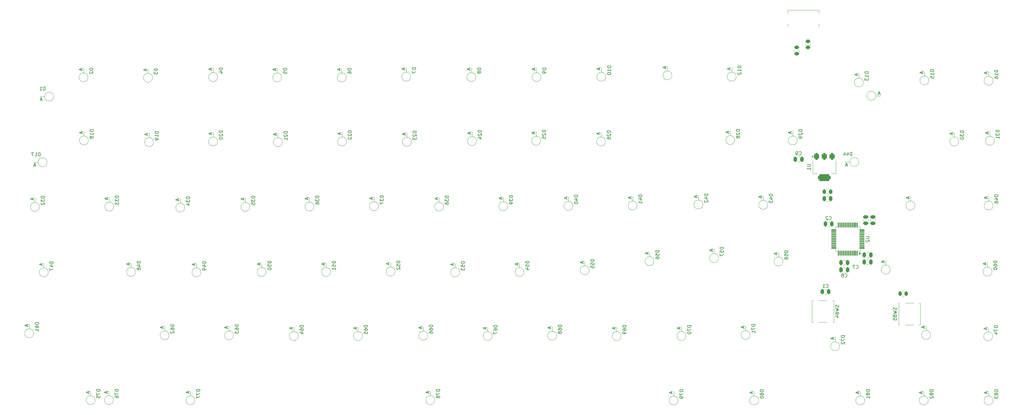
<source format=gbr>
G04 #@! TF.GenerationSoftware,KiCad,Pcbnew,8.0.8*
G04 #@! TF.CreationDate,2025-03-04T19:25:46+11:00*
G04 #@! TF.ProjectId,jethro_mk2,6a657468-726f-45f6-9d6b-322e6b696361,rev?*
G04 #@! TF.SameCoordinates,Original*
G04 #@! TF.FileFunction,Legend,Bot*
G04 #@! TF.FilePolarity,Positive*
%FSLAX46Y46*%
G04 Gerber Fmt 4.6, Leading zero omitted, Abs format (unit mm)*
G04 Created by KiCad (PCBNEW 8.0.8) date 2025-03-04 19:25:46*
%MOMM*%
%LPD*%
G01*
G04 APERTURE LIST*
G04 Aperture macros list*
%AMRoundRect*
0 Rectangle with rounded corners*
0 $1 Rounding radius*
0 $2 $3 $4 $5 $6 $7 $8 $9 X,Y pos of 4 corners*
0 Add a 4 corners polygon primitive as box body*
4,1,4,$2,$3,$4,$5,$6,$7,$8,$9,$2,$3,0*
0 Add four circle primitives for the rounded corners*
1,1,$1+$1,$2,$3*
1,1,$1+$1,$4,$5*
1,1,$1+$1,$6,$7*
1,1,$1+$1,$8,$9*
0 Add four rect primitives between the rounded corners*
20,1,$1+$1,$2,$3,$4,$5,0*
20,1,$1+$1,$4,$5,$6,$7,0*
20,1,$1+$1,$6,$7,$8,$9,0*
20,1,$1+$1,$8,$9,$2,$3,0*%
G04 Aperture macros list end*
%ADD10C,0.150000*%
%ADD11C,0.120000*%
%ADD12C,3.048000*%
%ADD13C,3.987800*%
%ADD14C,1.750000*%
%ADD15C,4.000000*%
%ADD16C,2.500000*%
%ADD17R,1.600000X1.600000*%
%ADD18O,1.600000X1.600000*%
%ADD19RoundRect,0.250000X0.250000X0.475000X-0.250000X0.475000X-0.250000X-0.475000X0.250000X-0.475000X0*%
%ADD20R,1.000000X2.800000*%
%ADD21C,0.600000*%
%ADD22R,1.000000X2.000000*%
%ADD23O,0.850000X0.600000*%
%ADD24R,0.520000X1.000000*%
%ADD25R,0.270000X1.000000*%
%ADD26O,1.300000X2.600000*%
%ADD27O,1.300000X2.300000*%
%ADD28RoundRect,0.250000X0.475000X-0.250000X0.475000X0.250000X-0.475000X0.250000X-0.475000X-0.250000X0*%
%ADD29RoundRect,0.075000X0.075000X-0.662500X0.075000X0.662500X-0.075000X0.662500X-0.075000X-0.662500X0*%
%ADD30RoundRect,0.075000X0.662500X-0.075000X0.662500X0.075000X-0.662500X0.075000X-0.662500X-0.075000X0*%
%ADD31RoundRect,0.250000X-0.450000X0.262500X-0.450000X-0.262500X0.450000X-0.262500X0.450000X0.262500X0*%
%ADD32RoundRect,0.250000X0.262500X0.450000X-0.262500X0.450000X-0.262500X-0.450000X0.262500X-0.450000X0*%
%ADD33RoundRect,0.375000X-0.375000X0.625000X-0.375000X-0.625000X0.375000X-0.625000X0.375000X0.625000X0*%
%ADD34RoundRect,0.500000X-1.400000X0.500000X-1.400000X-0.500000X1.400000X-0.500000X1.400000X0.500000X0*%
%ADD35RoundRect,0.250000X-0.250000X-0.475000X0.250000X-0.475000X0.250000X0.475000X-0.250000X0.475000X0*%
%ADD36RoundRect,0.250000X-0.262500X-0.450000X0.262500X-0.450000X0.262500X0.450000X-0.262500X0.450000X0*%
G04 APERTURE END LIST*
D10*
X250781190Y-75930029D02*
X249781190Y-75930029D01*
X249781190Y-75930029D02*
X249781190Y-76168124D01*
X249781190Y-76168124D02*
X249828809Y-76310981D01*
X249828809Y-76310981D02*
X249924047Y-76406219D01*
X249924047Y-76406219D02*
X250019285Y-76453838D01*
X250019285Y-76453838D02*
X250209761Y-76501457D01*
X250209761Y-76501457D02*
X250352618Y-76501457D01*
X250352618Y-76501457D02*
X250543094Y-76453838D01*
X250543094Y-76453838D02*
X250638332Y-76406219D01*
X250638332Y-76406219D02*
X250733571Y-76310981D01*
X250733571Y-76310981D02*
X250781190Y-76168124D01*
X250781190Y-76168124D02*
X250781190Y-75930029D01*
X250114523Y-77358600D02*
X250781190Y-77358600D01*
X249733571Y-77120505D02*
X250447856Y-76882410D01*
X250447856Y-76882410D02*
X250447856Y-77501457D01*
X249781190Y-77787172D02*
X249781190Y-78406219D01*
X249781190Y-78406219D02*
X250162142Y-78072886D01*
X250162142Y-78072886D02*
X250162142Y-78215743D01*
X250162142Y-78215743D02*
X250209761Y-78310981D01*
X250209761Y-78310981D02*
X250257380Y-78358600D01*
X250257380Y-78358600D02*
X250352618Y-78406219D01*
X250352618Y-78406219D02*
X250590713Y-78406219D01*
X250590713Y-78406219D02*
X250685951Y-78358600D01*
X250685951Y-78358600D02*
X250733571Y-78310981D01*
X250733571Y-78310981D02*
X250781190Y-78215743D01*
X250781190Y-78215743D02*
X250781190Y-77930029D01*
X250781190Y-77930029D02*
X250733571Y-77834791D01*
X250733571Y-77834791D02*
X250685951Y-77787172D01*
X247369104Y-76501220D02*
X247369104Y-76977410D01*
X247654819Y-76405982D02*
X246654819Y-76739315D01*
X246654819Y-76739315D02*
X247654819Y-77072648D01*
X83781190Y-95830029D02*
X82781190Y-95830029D01*
X82781190Y-95830029D02*
X82781190Y-96068124D01*
X82781190Y-96068124D02*
X82828809Y-96210981D01*
X82828809Y-96210981D02*
X82924047Y-96306219D01*
X82924047Y-96306219D02*
X83019285Y-96353838D01*
X83019285Y-96353838D02*
X83209761Y-96401457D01*
X83209761Y-96401457D02*
X83352618Y-96401457D01*
X83352618Y-96401457D02*
X83543094Y-96353838D01*
X83543094Y-96353838D02*
X83638332Y-96306219D01*
X83638332Y-96306219D02*
X83733571Y-96210981D01*
X83733571Y-96210981D02*
X83781190Y-96068124D01*
X83781190Y-96068124D02*
X83781190Y-95830029D01*
X83114523Y-97258600D02*
X83781190Y-97258600D01*
X82733571Y-97020505D02*
X83447856Y-96782410D01*
X83447856Y-96782410D02*
X83447856Y-97401457D01*
X83781190Y-97830029D02*
X83781190Y-98020505D01*
X83781190Y-98020505D02*
X83733571Y-98115743D01*
X83733571Y-98115743D02*
X83685951Y-98163362D01*
X83685951Y-98163362D02*
X83543094Y-98258600D01*
X83543094Y-98258600D02*
X83352618Y-98306219D01*
X83352618Y-98306219D02*
X82971666Y-98306219D01*
X82971666Y-98306219D02*
X82876428Y-98258600D01*
X82876428Y-98258600D02*
X82828809Y-98210981D01*
X82828809Y-98210981D02*
X82781190Y-98115743D01*
X82781190Y-98115743D02*
X82781190Y-97925267D01*
X82781190Y-97925267D02*
X82828809Y-97830029D01*
X82828809Y-97830029D02*
X82876428Y-97782410D01*
X82876428Y-97782410D02*
X82971666Y-97734791D01*
X82971666Y-97734791D02*
X83209761Y-97734791D01*
X83209761Y-97734791D02*
X83304999Y-97782410D01*
X83304999Y-97782410D02*
X83352618Y-97830029D01*
X83352618Y-97830029D02*
X83400237Y-97925267D01*
X83400237Y-97925267D02*
X83400237Y-98115743D01*
X83400237Y-98115743D02*
X83352618Y-98210981D01*
X83352618Y-98210981D02*
X83304999Y-98258600D01*
X83304999Y-98258600D02*
X83209761Y-98306219D01*
X80369104Y-96401220D02*
X80369104Y-96877410D01*
X80654819Y-96305982D02*
X79654819Y-96639315D01*
X79654819Y-96639315D02*
X80654819Y-96972648D01*
X317081190Y-114730029D02*
X316081190Y-114730029D01*
X316081190Y-114730029D02*
X316081190Y-114968124D01*
X316081190Y-114968124D02*
X316128809Y-115110981D01*
X316128809Y-115110981D02*
X316224047Y-115206219D01*
X316224047Y-115206219D02*
X316319285Y-115253838D01*
X316319285Y-115253838D02*
X316509761Y-115301457D01*
X316509761Y-115301457D02*
X316652618Y-115301457D01*
X316652618Y-115301457D02*
X316843094Y-115253838D01*
X316843094Y-115253838D02*
X316938332Y-115206219D01*
X316938332Y-115206219D02*
X317033571Y-115110981D01*
X317033571Y-115110981D02*
X317081190Y-114968124D01*
X317081190Y-114968124D02*
X317081190Y-114730029D01*
X316081190Y-115634791D02*
X316081190Y-116301457D01*
X316081190Y-116301457D02*
X317081190Y-115872886D01*
X316414523Y-117110981D02*
X317081190Y-117110981D01*
X316033571Y-116872886D02*
X316747856Y-116634791D01*
X316747856Y-116634791D02*
X316747856Y-117253838D01*
X313669104Y-115301220D02*
X313669104Y-115777410D01*
X313954819Y-115205982D02*
X312954819Y-115539315D01*
X312954819Y-115539315D02*
X313954819Y-115872648D01*
X174181190Y-76330029D02*
X173181190Y-76330029D01*
X173181190Y-76330029D02*
X173181190Y-76568124D01*
X173181190Y-76568124D02*
X173228809Y-76710981D01*
X173228809Y-76710981D02*
X173324047Y-76806219D01*
X173324047Y-76806219D02*
X173419285Y-76853838D01*
X173419285Y-76853838D02*
X173609761Y-76901457D01*
X173609761Y-76901457D02*
X173752618Y-76901457D01*
X173752618Y-76901457D02*
X173943094Y-76853838D01*
X173943094Y-76853838D02*
X174038332Y-76806219D01*
X174038332Y-76806219D02*
X174133571Y-76710981D01*
X174133571Y-76710981D02*
X174181190Y-76568124D01*
X174181190Y-76568124D02*
X174181190Y-76330029D01*
X173181190Y-77234791D02*
X173181190Y-77853838D01*
X173181190Y-77853838D02*
X173562142Y-77520505D01*
X173562142Y-77520505D02*
X173562142Y-77663362D01*
X173562142Y-77663362D02*
X173609761Y-77758600D01*
X173609761Y-77758600D02*
X173657380Y-77806219D01*
X173657380Y-77806219D02*
X173752618Y-77853838D01*
X173752618Y-77853838D02*
X173990713Y-77853838D01*
X173990713Y-77853838D02*
X174085951Y-77806219D01*
X174085951Y-77806219D02*
X174133571Y-77758600D01*
X174133571Y-77758600D02*
X174181190Y-77663362D01*
X174181190Y-77663362D02*
X174181190Y-77377648D01*
X174181190Y-77377648D02*
X174133571Y-77282410D01*
X174133571Y-77282410D02*
X174085951Y-77234791D01*
X174181190Y-78330029D02*
X174181190Y-78520505D01*
X174181190Y-78520505D02*
X174133571Y-78615743D01*
X174133571Y-78615743D02*
X174085951Y-78663362D01*
X174085951Y-78663362D02*
X173943094Y-78758600D01*
X173943094Y-78758600D02*
X173752618Y-78806219D01*
X173752618Y-78806219D02*
X173371666Y-78806219D01*
X173371666Y-78806219D02*
X173276428Y-78758600D01*
X173276428Y-78758600D02*
X173228809Y-78710981D01*
X173228809Y-78710981D02*
X173181190Y-78615743D01*
X173181190Y-78615743D02*
X173181190Y-78425267D01*
X173181190Y-78425267D02*
X173228809Y-78330029D01*
X173228809Y-78330029D02*
X173276428Y-78282410D01*
X173276428Y-78282410D02*
X173371666Y-78234791D01*
X173371666Y-78234791D02*
X173609761Y-78234791D01*
X173609761Y-78234791D02*
X173704999Y-78282410D01*
X173704999Y-78282410D02*
X173752618Y-78330029D01*
X173752618Y-78330029D02*
X173800237Y-78425267D01*
X173800237Y-78425267D02*
X173800237Y-78615743D01*
X173800237Y-78615743D02*
X173752618Y-78710981D01*
X173752618Y-78710981D02*
X173704999Y-78758600D01*
X173704999Y-78758600D02*
X173609761Y-78806219D01*
X170769104Y-76901220D02*
X170769104Y-77377410D01*
X171054819Y-76805982D02*
X170054819Y-77139315D01*
X170054819Y-77139315D02*
X171054819Y-77472648D01*
X98181190Y-76530029D02*
X97181190Y-76530029D01*
X97181190Y-76530029D02*
X97181190Y-76768124D01*
X97181190Y-76768124D02*
X97228809Y-76910981D01*
X97228809Y-76910981D02*
X97324047Y-77006219D01*
X97324047Y-77006219D02*
X97419285Y-77053838D01*
X97419285Y-77053838D02*
X97609761Y-77101457D01*
X97609761Y-77101457D02*
X97752618Y-77101457D01*
X97752618Y-77101457D02*
X97943094Y-77053838D01*
X97943094Y-77053838D02*
X98038332Y-77006219D01*
X98038332Y-77006219D02*
X98133571Y-76910981D01*
X98133571Y-76910981D02*
X98181190Y-76768124D01*
X98181190Y-76768124D02*
X98181190Y-76530029D01*
X97181190Y-77434791D02*
X97181190Y-78053838D01*
X97181190Y-78053838D02*
X97562142Y-77720505D01*
X97562142Y-77720505D02*
X97562142Y-77863362D01*
X97562142Y-77863362D02*
X97609761Y-77958600D01*
X97609761Y-77958600D02*
X97657380Y-78006219D01*
X97657380Y-78006219D02*
X97752618Y-78053838D01*
X97752618Y-78053838D02*
X97990713Y-78053838D01*
X97990713Y-78053838D02*
X98085951Y-78006219D01*
X98085951Y-78006219D02*
X98133571Y-77958600D01*
X98133571Y-77958600D02*
X98181190Y-77863362D01*
X98181190Y-77863362D02*
X98181190Y-77577648D01*
X98181190Y-77577648D02*
X98133571Y-77482410D01*
X98133571Y-77482410D02*
X98085951Y-77434791D01*
X97181190Y-78958600D02*
X97181190Y-78482410D01*
X97181190Y-78482410D02*
X97657380Y-78434791D01*
X97657380Y-78434791D02*
X97609761Y-78482410D01*
X97609761Y-78482410D02*
X97562142Y-78577648D01*
X97562142Y-78577648D02*
X97562142Y-78815743D01*
X97562142Y-78815743D02*
X97609761Y-78910981D01*
X97609761Y-78910981D02*
X97657380Y-78958600D01*
X97657380Y-78958600D02*
X97752618Y-79006219D01*
X97752618Y-79006219D02*
X97990713Y-79006219D01*
X97990713Y-79006219D02*
X98085951Y-78958600D01*
X98085951Y-78958600D02*
X98133571Y-78910981D01*
X98133571Y-78910981D02*
X98181190Y-78815743D01*
X98181190Y-78815743D02*
X98181190Y-78577648D01*
X98181190Y-78577648D02*
X98133571Y-78482410D01*
X98133571Y-78482410D02*
X98085951Y-78434791D01*
X94769104Y-77101220D02*
X94769104Y-77577410D01*
X95054819Y-77005982D02*
X94054819Y-77339315D01*
X94054819Y-77339315D02*
X95054819Y-77672648D01*
X52581190Y-133530029D02*
X51581190Y-133530029D01*
X51581190Y-133530029D02*
X51581190Y-133768124D01*
X51581190Y-133768124D02*
X51628809Y-133910981D01*
X51628809Y-133910981D02*
X51724047Y-134006219D01*
X51724047Y-134006219D02*
X51819285Y-134053838D01*
X51819285Y-134053838D02*
X52009761Y-134101457D01*
X52009761Y-134101457D02*
X52152618Y-134101457D01*
X52152618Y-134101457D02*
X52343094Y-134053838D01*
X52343094Y-134053838D02*
X52438332Y-134006219D01*
X52438332Y-134006219D02*
X52533571Y-133910981D01*
X52533571Y-133910981D02*
X52581190Y-133768124D01*
X52581190Y-133768124D02*
X52581190Y-133530029D01*
X51581190Y-134434791D02*
X51581190Y-135101457D01*
X51581190Y-135101457D02*
X52581190Y-134672886D01*
X51581190Y-135958600D02*
X51581190Y-135482410D01*
X51581190Y-135482410D02*
X52057380Y-135434791D01*
X52057380Y-135434791D02*
X52009761Y-135482410D01*
X52009761Y-135482410D02*
X51962142Y-135577648D01*
X51962142Y-135577648D02*
X51962142Y-135815743D01*
X51962142Y-135815743D02*
X52009761Y-135910981D01*
X52009761Y-135910981D02*
X52057380Y-135958600D01*
X52057380Y-135958600D02*
X52152618Y-136006219D01*
X52152618Y-136006219D02*
X52390713Y-136006219D01*
X52390713Y-136006219D02*
X52485951Y-135958600D01*
X52485951Y-135958600D02*
X52533571Y-135910981D01*
X52533571Y-135910981D02*
X52581190Y-135815743D01*
X52581190Y-135815743D02*
X52581190Y-135577648D01*
X52581190Y-135577648D02*
X52533571Y-135482410D01*
X52533571Y-135482410D02*
X52485951Y-135434791D01*
X49169104Y-134101220D02*
X49169104Y-134577410D01*
X49454819Y-134005982D02*
X48454819Y-134339315D01*
X48454819Y-134339315D02*
X49454819Y-134672648D01*
X258591666Y-64254580D02*
X258639285Y-64302200D01*
X258639285Y-64302200D02*
X258782142Y-64349819D01*
X258782142Y-64349819D02*
X258877380Y-64349819D01*
X258877380Y-64349819D02*
X259020237Y-64302200D01*
X259020237Y-64302200D02*
X259115475Y-64206961D01*
X259115475Y-64206961D02*
X259163094Y-64111723D01*
X259163094Y-64111723D02*
X259210713Y-63921247D01*
X259210713Y-63921247D02*
X259210713Y-63778390D01*
X259210713Y-63778390D02*
X259163094Y-63587914D01*
X259163094Y-63587914D02*
X259115475Y-63492676D01*
X259115475Y-63492676D02*
X259020237Y-63397438D01*
X259020237Y-63397438D02*
X258877380Y-63349819D01*
X258877380Y-63349819D02*
X258782142Y-63349819D01*
X258782142Y-63349819D02*
X258639285Y-63397438D01*
X258639285Y-63397438D02*
X258591666Y-63445057D01*
X258115475Y-64349819D02*
X257924999Y-64349819D01*
X257924999Y-64349819D02*
X257829761Y-64302200D01*
X257829761Y-64302200D02*
X257782142Y-64254580D01*
X257782142Y-64254580D02*
X257686904Y-64111723D01*
X257686904Y-64111723D02*
X257639285Y-63921247D01*
X257639285Y-63921247D02*
X257639285Y-63540295D01*
X257639285Y-63540295D02*
X257686904Y-63445057D01*
X257686904Y-63445057D02*
X257734523Y-63397438D01*
X257734523Y-63397438D02*
X257829761Y-63349819D01*
X257829761Y-63349819D02*
X258020237Y-63349819D01*
X258020237Y-63349819D02*
X258115475Y-63397438D01*
X258115475Y-63397438D02*
X258163094Y-63445057D01*
X258163094Y-63445057D02*
X258210713Y-63540295D01*
X258210713Y-63540295D02*
X258210713Y-63778390D01*
X258210713Y-63778390D02*
X258163094Y-63873628D01*
X258163094Y-63873628D02*
X258115475Y-63921247D01*
X258115475Y-63921247D02*
X258020237Y-63968866D01*
X258020237Y-63968866D02*
X257829761Y-63968866D01*
X257829761Y-63968866D02*
X257734523Y-63921247D01*
X257734523Y-63921247D02*
X257686904Y-63873628D01*
X257686904Y-63873628D02*
X257639285Y-63778390D01*
X287267200Y-109415476D02*
X287314819Y-109558333D01*
X287314819Y-109558333D02*
X287314819Y-109796428D01*
X287314819Y-109796428D02*
X287267200Y-109891666D01*
X287267200Y-109891666D02*
X287219580Y-109939285D01*
X287219580Y-109939285D02*
X287124342Y-109986904D01*
X287124342Y-109986904D02*
X287029104Y-109986904D01*
X287029104Y-109986904D02*
X286933866Y-109939285D01*
X286933866Y-109939285D02*
X286886247Y-109891666D01*
X286886247Y-109891666D02*
X286838628Y-109796428D01*
X286838628Y-109796428D02*
X286791009Y-109605952D01*
X286791009Y-109605952D02*
X286743390Y-109510714D01*
X286743390Y-109510714D02*
X286695771Y-109463095D01*
X286695771Y-109463095D02*
X286600533Y-109415476D01*
X286600533Y-109415476D02*
X286505295Y-109415476D01*
X286505295Y-109415476D02*
X286410057Y-109463095D01*
X286410057Y-109463095D02*
X286362438Y-109510714D01*
X286362438Y-109510714D02*
X286314819Y-109605952D01*
X286314819Y-109605952D02*
X286314819Y-109844047D01*
X286314819Y-109844047D02*
X286362438Y-109986904D01*
X286314819Y-110320238D02*
X287314819Y-110558333D01*
X287314819Y-110558333D02*
X286600533Y-110748809D01*
X286600533Y-110748809D02*
X287314819Y-110939285D01*
X287314819Y-110939285D02*
X286314819Y-111177381D01*
X286743390Y-111701190D02*
X286695771Y-111605952D01*
X286695771Y-111605952D02*
X286648152Y-111558333D01*
X286648152Y-111558333D02*
X286552914Y-111510714D01*
X286552914Y-111510714D02*
X286505295Y-111510714D01*
X286505295Y-111510714D02*
X286410057Y-111558333D01*
X286410057Y-111558333D02*
X286362438Y-111605952D01*
X286362438Y-111605952D02*
X286314819Y-111701190D01*
X286314819Y-111701190D02*
X286314819Y-111891666D01*
X286314819Y-111891666D02*
X286362438Y-111986904D01*
X286362438Y-111986904D02*
X286410057Y-112034523D01*
X286410057Y-112034523D02*
X286505295Y-112082142D01*
X286505295Y-112082142D02*
X286552914Y-112082142D01*
X286552914Y-112082142D02*
X286648152Y-112034523D01*
X286648152Y-112034523D02*
X286695771Y-111986904D01*
X286695771Y-111986904D02*
X286743390Y-111891666D01*
X286743390Y-111891666D02*
X286743390Y-111701190D01*
X286743390Y-111701190D02*
X286791009Y-111605952D01*
X286791009Y-111605952D02*
X286838628Y-111558333D01*
X286838628Y-111558333D02*
X286933866Y-111510714D01*
X286933866Y-111510714D02*
X287124342Y-111510714D01*
X287124342Y-111510714D02*
X287219580Y-111558333D01*
X287219580Y-111558333D02*
X287267200Y-111605952D01*
X287267200Y-111605952D02*
X287314819Y-111701190D01*
X287314819Y-111701190D02*
X287314819Y-111891666D01*
X287314819Y-111891666D02*
X287267200Y-111986904D01*
X287267200Y-111986904D02*
X287219580Y-112034523D01*
X287219580Y-112034523D02*
X287124342Y-112082142D01*
X287124342Y-112082142D02*
X286933866Y-112082142D01*
X286933866Y-112082142D02*
X286838628Y-112034523D01*
X286838628Y-112034523D02*
X286791009Y-111986904D01*
X286791009Y-111986904D02*
X286743390Y-111891666D01*
X286314819Y-112986904D02*
X286314819Y-112510714D01*
X286314819Y-112510714D02*
X286791009Y-112463095D01*
X286791009Y-112463095D02*
X286743390Y-112510714D01*
X286743390Y-112510714D02*
X286695771Y-112605952D01*
X286695771Y-112605952D02*
X286695771Y-112844047D01*
X286695771Y-112844047D02*
X286743390Y-112939285D01*
X286743390Y-112939285D02*
X286791009Y-112986904D01*
X286791009Y-112986904D02*
X286886247Y-113034523D01*
X286886247Y-113034523D02*
X287124342Y-113034523D01*
X287124342Y-113034523D02*
X287219580Y-112986904D01*
X287219580Y-112986904D02*
X287267200Y-112939285D01*
X287267200Y-112939285D02*
X287314819Y-112844047D01*
X287314819Y-112844047D02*
X287314819Y-112605952D01*
X287314819Y-112605952D02*
X287267200Y-112510714D01*
X287267200Y-112510714D02*
X287219580Y-112463095D01*
X266516666Y-103354580D02*
X266564285Y-103402200D01*
X266564285Y-103402200D02*
X266707142Y-103449819D01*
X266707142Y-103449819D02*
X266802380Y-103449819D01*
X266802380Y-103449819D02*
X266945237Y-103402200D01*
X266945237Y-103402200D02*
X267040475Y-103306961D01*
X267040475Y-103306961D02*
X267088094Y-103211723D01*
X267088094Y-103211723D02*
X267135713Y-103021247D01*
X267135713Y-103021247D02*
X267135713Y-102878390D01*
X267135713Y-102878390D02*
X267088094Y-102687914D01*
X267088094Y-102687914D02*
X267040475Y-102592676D01*
X267040475Y-102592676D02*
X266945237Y-102497438D01*
X266945237Y-102497438D02*
X266802380Y-102449819D01*
X266802380Y-102449819D02*
X266707142Y-102449819D01*
X266707142Y-102449819D02*
X266564285Y-102497438D01*
X266564285Y-102497438D02*
X266516666Y-102545057D01*
X265564285Y-103449819D02*
X266135713Y-103449819D01*
X265849999Y-103449819D02*
X265849999Y-102449819D01*
X265849999Y-102449819D02*
X265945237Y-102592676D01*
X265945237Y-102592676D02*
X266040475Y-102687914D01*
X266040475Y-102687914D02*
X266135713Y-102735533D01*
X69781190Y-57430029D02*
X68781190Y-57430029D01*
X68781190Y-57430029D02*
X68781190Y-57668124D01*
X68781190Y-57668124D02*
X68828809Y-57810981D01*
X68828809Y-57810981D02*
X68924047Y-57906219D01*
X68924047Y-57906219D02*
X69019285Y-57953838D01*
X69019285Y-57953838D02*
X69209761Y-58001457D01*
X69209761Y-58001457D02*
X69352618Y-58001457D01*
X69352618Y-58001457D02*
X69543094Y-57953838D01*
X69543094Y-57953838D02*
X69638332Y-57906219D01*
X69638332Y-57906219D02*
X69733571Y-57810981D01*
X69733571Y-57810981D02*
X69781190Y-57668124D01*
X69781190Y-57668124D02*
X69781190Y-57430029D01*
X69781190Y-58953838D02*
X69781190Y-58382410D01*
X69781190Y-58668124D02*
X68781190Y-58668124D01*
X68781190Y-58668124D02*
X68924047Y-58572886D01*
X68924047Y-58572886D02*
X69019285Y-58477648D01*
X69019285Y-58477648D02*
X69066904Y-58382410D01*
X69781190Y-59430029D02*
X69781190Y-59620505D01*
X69781190Y-59620505D02*
X69733571Y-59715743D01*
X69733571Y-59715743D02*
X69685951Y-59763362D01*
X69685951Y-59763362D02*
X69543094Y-59858600D01*
X69543094Y-59858600D02*
X69352618Y-59906219D01*
X69352618Y-59906219D02*
X68971666Y-59906219D01*
X68971666Y-59906219D02*
X68876428Y-59858600D01*
X68876428Y-59858600D02*
X68828809Y-59810981D01*
X68828809Y-59810981D02*
X68781190Y-59715743D01*
X68781190Y-59715743D02*
X68781190Y-59525267D01*
X68781190Y-59525267D02*
X68828809Y-59430029D01*
X68828809Y-59430029D02*
X68876428Y-59382410D01*
X68876428Y-59382410D02*
X68971666Y-59334791D01*
X68971666Y-59334791D02*
X69209761Y-59334791D01*
X69209761Y-59334791D02*
X69304999Y-59382410D01*
X69304999Y-59382410D02*
X69352618Y-59430029D01*
X69352618Y-59430029D02*
X69400237Y-59525267D01*
X69400237Y-59525267D02*
X69400237Y-59715743D01*
X69400237Y-59715743D02*
X69352618Y-59810981D01*
X69352618Y-59810981D02*
X69304999Y-59858600D01*
X69304999Y-59858600D02*
X69209761Y-59906219D01*
X66369104Y-58001220D02*
X66369104Y-58477410D01*
X66654819Y-57905982D02*
X65654819Y-58239315D01*
X65654819Y-58239315D02*
X66654819Y-58572648D01*
X188581190Y-114530029D02*
X187581190Y-114530029D01*
X187581190Y-114530029D02*
X187581190Y-114768124D01*
X187581190Y-114768124D02*
X187628809Y-114910981D01*
X187628809Y-114910981D02*
X187724047Y-115006219D01*
X187724047Y-115006219D02*
X187819285Y-115053838D01*
X187819285Y-115053838D02*
X188009761Y-115101457D01*
X188009761Y-115101457D02*
X188152618Y-115101457D01*
X188152618Y-115101457D02*
X188343094Y-115053838D01*
X188343094Y-115053838D02*
X188438332Y-115006219D01*
X188438332Y-115006219D02*
X188533571Y-114910981D01*
X188533571Y-114910981D02*
X188581190Y-114768124D01*
X188581190Y-114768124D02*
X188581190Y-114530029D01*
X187581190Y-115958600D02*
X187581190Y-115768124D01*
X187581190Y-115768124D02*
X187628809Y-115672886D01*
X187628809Y-115672886D02*
X187676428Y-115625267D01*
X187676428Y-115625267D02*
X187819285Y-115530029D01*
X187819285Y-115530029D02*
X188009761Y-115482410D01*
X188009761Y-115482410D02*
X188390713Y-115482410D01*
X188390713Y-115482410D02*
X188485951Y-115530029D01*
X188485951Y-115530029D02*
X188533571Y-115577648D01*
X188533571Y-115577648D02*
X188581190Y-115672886D01*
X188581190Y-115672886D02*
X188581190Y-115863362D01*
X188581190Y-115863362D02*
X188533571Y-115958600D01*
X188533571Y-115958600D02*
X188485951Y-116006219D01*
X188485951Y-116006219D02*
X188390713Y-116053838D01*
X188390713Y-116053838D02*
X188152618Y-116053838D01*
X188152618Y-116053838D02*
X188057380Y-116006219D01*
X188057380Y-116006219D02*
X188009761Y-115958600D01*
X188009761Y-115958600D02*
X187962142Y-115863362D01*
X187962142Y-115863362D02*
X187962142Y-115672886D01*
X187962142Y-115672886D02*
X188009761Y-115577648D01*
X188009761Y-115577648D02*
X188057380Y-115530029D01*
X188057380Y-115530029D02*
X188152618Y-115482410D01*
X188009761Y-116625267D02*
X187962142Y-116530029D01*
X187962142Y-116530029D02*
X187914523Y-116482410D01*
X187914523Y-116482410D02*
X187819285Y-116434791D01*
X187819285Y-116434791D02*
X187771666Y-116434791D01*
X187771666Y-116434791D02*
X187676428Y-116482410D01*
X187676428Y-116482410D02*
X187628809Y-116530029D01*
X187628809Y-116530029D02*
X187581190Y-116625267D01*
X187581190Y-116625267D02*
X187581190Y-116815743D01*
X187581190Y-116815743D02*
X187628809Y-116910981D01*
X187628809Y-116910981D02*
X187676428Y-116958600D01*
X187676428Y-116958600D02*
X187771666Y-117006219D01*
X187771666Y-117006219D02*
X187819285Y-117006219D01*
X187819285Y-117006219D02*
X187914523Y-116958600D01*
X187914523Y-116958600D02*
X187962142Y-116910981D01*
X187962142Y-116910981D02*
X188009761Y-116815743D01*
X188009761Y-116815743D02*
X188009761Y-116625267D01*
X188009761Y-116625267D02*
X188057380Y-116530029D01*
X188057380Y-116530029D02*
X188104999Y-116482410D01*
X188104999Y-116482410D02*
X188200237Y-116434791D01*
X188200237Y-116434791D02*
X188390713Y-116434791D01*
X188390713Y-116434791D02*
X188485951Y-116482410D01*
X188485951Y-116482410D02*
X188533571Y-116530029D01*
X188533571Y-116530029D02*
X188581190Y-116625267D01*
X188581190Y-116625267D02*
X188581190Y-116815743D01*
X188581190Y-116815743D02*
X188533571Y-116910981D01*
X188533571Y-116910981D02*
X188485951Y-116958600D01*
X188485951Y-116958600D02*
X188390713Y-117006219D01*
X188390713Y-117006219D02*
X188200237Y-117006219D01*
X188200237Y-117006219D02*
X188104999Y-116958600D01*
X188104999Y-116958600D02*
X188057380Y-116910981D01*
X188057380Y-116910981D02*
X188009761Y-116815743D01*
X185169104Y-115101220D02*
X185169104Y-115577410D01*
X185454819Y-115005982D02*
X184454819Y-115339315D01*
X184454819Y-115339315D02*
X185454819Y-115672648D01*
X88681190Y-38706220D02*
X87681190Y-38706220D01*
X87681190Y-38706220D02*
X87681190Y-38944315D01*
X87681190Y-38944315D02*
X87728809Y-39087172D01*
X87728809Y-39087172D02*
X87824047Y-39182410D01*
X87824047Y-39182410D02*
X87919285Y-39230029D01*
X87919285Y-39230029D02*
X88109761Y-39277648D01*
X88109761Y-39277648D02*
X88252618Y-39277648D01*
X88252618Y-39277648D02*
X88443094Y-39230029D01*
X88443094Y-39230029D02*
X88538332Y-39182410D01*
X88538332Y-39182410D02*
X88633571Y-39087172D01*
X88633571Y-39087172D02*
X88681190Y-38944315D01*
X88681190Y-38944315D02*
X88681190Y-38706220D01*
X88014523Y-40134791D02*
X88681190Y-40134791D01*
X87633571Y-39896696D02*
X88347856Y-39658601D01*
X88347856Y-39658601D02*
X88347856Y-40277648D01*
X85269104Y-38801220D02*
X85269104Y-39277410D01*
X85554819Y-38705982D02*
X84554819Y-39039315D01*
X84554819Y-39039315D02*
X85554819Y-39372648D01*
X74381190Y-114430029D02*
X73381190Y-114430029D01*
X73381190Y-114430029D02*
X73381190Y-114668124D01*
X73381190Y-114668124D02*
X73428809Y-114810981D01*
X73428809Y-114810981D02*
X73524047Y-114906219D01*
X73524047Y-114906219D02*
X73619285Y-114953838D01*
X73619285Y-114953838D02*
X73809761Y-115001457D01*
X73809761Y-115001457D02*
X73952618Y-115001457D01*
X73952618Y-115001457D02*
X74143094Y-114953838D01*
X74143094Y-114953838D02*
X74238332Y-114906219D01*
X74238332Y-114906219D02*
X74333571Y-114810981D01*
X74333571Y-114810981D02*
X74381190Y-114668124D01*
X74381190Y-114668124D02*
X74381190Y-114430029D01*
X73381190Y-115858600D02*
X73381190Y-115668124D01*
X73381190Y-115668124D02*
X73428809Y-115572886D01*
X73428809Y-115572886D02*
X73476428Y-115525267D01*
X73476428Y-115525267D02*
X73619285Y-115430029D01*
X73619285Y-115430029D02*
X73809761Y-115382410D01*
X73809761Y-115382410D02*
X74190713Y-115382410D01*
X74190713Y-115382410D02*
X74285951Y-115430029D01*
X74285951Y-115430029D02*
X74333571Y-115477648D01*
X74333571Y-115477648D02*
X74381190Y-115572886D01*
X74381190Y-115572886D02*
X74381190Y-115763362D01*
X74381190Y-115763362D02*
X74333571Y-115858600D01*
X74333571Y-115858600D02*
X74285951Y-115906219D01*
X74285951Y-115906219D02*
X74190713Y-115953838D01*
X74190713Y-115953838D02*
X73952618Y-115953838D01*
X73952618Y-115953838D02*
X73857380Y-115906219D01*
X73857380Y-115906219D02*
X73809761Y-115858600D01*
X73809761Y-115858600D02*
X73762142Y-115763362D01*
X73762142Y-115763362D02*
X73762142Y-115572886D01*
X73762142Y-115572886D02*
X73809761Y-115477648D01*
X73809761Y-115477648D02*
X73857380Y-115430029D01*
X73857380Y-115430029D02*
X73952618Y-115382410D01*
X73476428Y-116334791D02*
X73428809Y-116382410D01*
X73428809Y-116382410D02*
X73381190Y-116477648D01*
X73381190Y-116477648D02*
X73381190Y-116715743D01*
X73381190Y-116715743D02*
X73428809Y-116810981D01*
X73428809Y-116810981D02*
X73476428Y-116858600D01*
X73476428Y-116858600D02*
X73571666Y-116906219D01*
X73571666Y-116906219D02*
X73666904Y-116906219D01*
X73666904Y-116906219D02*
X73809761Y-116858600D01*
X73809761Y-116858600D02*
X74381190Y-116287172D01*
X74381190Y-116287172D02*
X74381190Y-116906219D01*
X70969104Y-115001220D02*
X70969104Y-115477410D01*
X71254819Y-114905982D02*
X70254819Y-115239315D01*
X70254819Y-115239315D02*
X71254819Y-115572648D01*
X317181190Y-76130029D02*
X316181190Y-76130029D01*
X316181190Y-76130029D02*
X316181190Y-76368124D01*
X316181190Y-76368124D02*
X316228809Y-76510981D01*
X316228809Y-76510981D02*
X316324047Y-76606219D01*
X316324047Y-76606219D02*
X316419285Y-76653838D01*
X316419285Y-76653838D02*
X316609761Y-76701457D01*
X316609761Y-76701457D02*
X316752618Y-76701457D01*
X316752618Y-76701457D02*
X316943094Y-76653838D01*
X316943094Y-76653838D02*
X317038332Y-76606219D01*
X317038332Y-76606219D02*
X317133571Y-76510981D01*
X317133571Y-76510981D02*
X317181190Y-76368124D01*
X317181190Y-76368124D02*
X317181190Y-76130029D01*
X316514523Y-77558600D02*
X317181190Y-77558600D01*
X316133571Y-77320505D02*
X316847856Y-77082410D01*
X316847856Y-77082410D02*
X316847856Y-77701457D01*
X316181190Y-78510981D02*
X316181190Y-78320505D01*
X316181190Y-78320505D02*
X316228809Y-78225267D01*
X316228809Y-78225267D02*
X316276428Y-78177648D01*
X316276428Y-78177648D02*
X316419285Y-78082410D01*
X316419285Y-78082410D02*
X316609761Y-78034791D01*
X316609761Y-78034791D02*
X316990713Y-78034791D01*
X316990713Y-78034791D02*
X317085951Y-78082410D01*
X317085951Y-78082410D02*
X317133571Y-78130029D01*
X317133571Y-78130029D02*
X317181190Y-78225267D01*
X317181190Y-78225267D02*
X317181190Y-78415743D01*
X317181190Y-78415743D02*
X317133571Y-78510981D01*
X317133571Y-78510981D02*
X317085951Y-78558600D01*
X317085951Y-78558600D02*
X316990713Y-78606219D01*
X316990713Y-78606219D02*
X316752618Y-78606219D01*
X316752618Y-78606219D02*
X316657380Y-78558600D01*
X316657380Y-78558600D02*
X316609761Y-78510981D01*
X316609761Y-78510981D02*
X316562142Y-78415743D01*
X316562142Y-78415743D02*
X316562142Y-78225267D01*
X316562142Y-78225267D02*
X316609761Y-78130029D01*
X316609761Y-78130029D02*
X316657380Y-78082410D01*
X316657380Y-78082410D02*
X316752618Y-78034791D01*
X313769104Y-76701220D02*
X313769104Y-77177410D01*
X314054819Y-76605982D02*
X313054819Y-76939315D01*
X313054819Y-76939315D02*
X314054819Y-77272648D01*
X164781190Y-38706220D02*
X163781190Y-38706220D01*
X163781190Y-38706220D02*
X163781190Y-38944315D01*
X163781190Y-38944315D02*
X163828809Y-39087172D01*
X163828809Y-39087172D02*
X163924047Y-39182410D01*
X163924047Y-39182410D02*
X164019285Y-39230029D01*
X164019285Y-39230029D02*
X164209761Y-39277648D01*
X164209761Y-39277648D02*
X164352618Y-39277648D01*
X164352618Y-39277648D02*
X164543094Y-39230029D01*
X164543094Y-39230029D02*
X164638332Y-39182410D01*
X164638332Y-39182410D02*
X164733571Y-39087172D01*
X164733571Y-39087172D02*
X164781190Y-38944315D01*
X164781190Y-38944315D02*
X164781190Y-38706220D01*
X164209761Y-39849077D02*
X164162142Y-39753839D01*
X164162142Y-39753839D02*
X164114523Y-39706220D01*
X164114523Y-39706220D02*
X164019285Y-39658601D01*
X164019285Y-39658601D02*
X163971666Y-39658601D01*
X163971666Y-39658601D02*
X163876428Y-39706220D01*
X163876428Y-39706220D02*
X163828809Y-39753839D01*
X163828809Y-39753839D02*
X163781190Y-39849077D01*
X163781190Y-39849077D02*
X163781190Y-40039553D01*
X163781190Y-40039553D02*
X163828809Y-40134791D01*
X163828809Y-40134791D02*
X163876428Y-40182410D01*
X163876428Y-40182410D02*
X163971666Y-40230029D01*
X163971666Y-40230029D02*
X164019285Y-40230029D01*
X164019285Y-40230029D02*
X164114523Y-40182410D01*
X164114523Y-40182410D02*
X164162142Y-40134791D01*
X164162142Y-40134791D02*
X164209761Y-40039553D01*
X164209761Y-40039553D02*
X164209761Y-39849077D01*
X164209761Y-39849077D02*
X164257380Y-39753839D01*
X164257380Y-39753839D02*
X164304999Y-39706220D01*
X164304999Y-39706220D02*
X164400237Y-39658601D01*
X164400237Y-39658601D02*
X164590713Y-39658601D01*
X164590713Y-39658601D02*
X164685951Y-39706220D01*
X164685951Y-39706220D02*
X164733571Y-39753839D01*
X164733571Y-39753839D02*
X164781190Y-39849077D01*
X164781190Y-39849077D02*
X164781190Y-40039553D01*
X164781190Y-40039553D02*
X164733571Y-40134791D01*
X164733571Y-40134791D02*
X164685951Y-40182410D01*
X164685951Y-40182410D02*
X164590713Y-40230029D01*
X164590713Y-40230029D02*
X164400237Y-40230029D01*
X164400237Y-40230029D02*
X164304999Y-40182410D01*
X164304999Y-40182410D02*
X164257380Y-40134791D01*
X164257380Y-40134791D02*
X164209761Y-40039553D01*
X161369104Y-38801220D02*
X161369104Y-39277410D01*
X161654819Y-38705982D02*
X160654819Y-39039315D01*
X160654819Y-39039315D02*
X161654819Y-39372648D01*
X316881190Y-95630029D02*
X315881190Y-95630029D01*
X315881190Y-95630029D02*
X315881190Y-95868124D01*
X315881190Y-95868124D02*
X315928809Y-96010981D01*
X315928809Y-96010981D02*
X316024047Y-96106219D01*
X316024047Y-96106219D02*
X316119285Y-96153838D01*
X316119285Y-96153838D02*
X316309761Y-96201457D01*
X316309761Y-96201457D02*
X316452618Y-96201457D01*
X316452618Y-96201457D02*
X316643094Y-96153838D01*
X316643094Y-96153838D02*
X316738332Y-96106219D01*
X316738332Y-96106219D02*
X316833571Y-96010981D01*
X316833571Y-96010981D02*
X316881190Y-95868124D01*
X316881190Y-95868124D02*
X316881190Y-95630029D01*
X315881190Y-97058600D02*
X315881190Y-96868124D01*
X315881190Y-96868124D02*
X315928809Y-96772886D01*
X315928809Y-96772886D02*
X315976428Y-96725267D01*
X315976428Y-96725267D02*
X316119285Y-96630029D01*
X316119285Y-96630029D02*
X316309761Y-96582410D01*
X316309761Y-96582410D02*
X316690713Y-96582410D01*
X316690713Y-96582410D02*
X316785951Y-96630029D01*
X316785951Y-96630029D02*
X316833571Y-96677648D01*
X316833571Y-96677648D02*
X316881190Y-96772886D01*
X316881190Y-96772886D02*
X316881190Y-96963362D01*
X316881190Y-96963362D02*
X316833571Y-97058600D01*
X316833571Y-97058600D02*
X316785951Y-97106219D01*
X316785951Y-97106219D02*
X316690713Y-97153838D01*
X316690713Y-97153838D02*
X316452618Y-97153838D01*
X316452618Y-97153838D02*
X316357380Y-97106219D01*
X316357380Y-97106219D02*
X316309761Y-97058600D01*
X316309761Y-97058600D02*
X316262142Y-96963362D01*
X316262142Y-96963362D02*
X316262142Y-96772886D01*
X316262142Y-96772886D02*
X316309761Y-96677648D01*
X316309761Y-96677648D02*
X316357380Y-96630029D01*
X316357380Y-96630029D02*
X316452618Y-96582410D01*
X315881190Y-97772886D02*
X315881190Y-97868124D01*
X315881190Y-97868124D02*
X315928809Y-97963362D01*
X315928809Y-97963362D02*
X315976428Y-98010981D01*
X315976428Y-98010981D02*
X316071666Y-98058600D01*
X316071666Y-98058600D02*
X316262142Y-98106219D01*
X316262142Y-98106219D02*
X316500237Y-98106219D01*
X316500237Y-98106219D02*
X316690713Y-98058600D01*
X316690713Y-98058600D02*
X316785951Y-98010981D01*
X316785951Y-98010981D02*
X316833571Y-97963362D01*
X316833571Y-97963362D02*
X316881190Y-97868124D01*
X316881190Y-97868124D02*
X316881190Y-97772886D01*
X316881190Y-97772886D02*
X316833571Y-97677648D01*
X316833571Y-97677648D02*
X316785951Y-97630029D01*
X316785951Y-97630029D02*
X316690713Y-97582410D01*
X316690713Y-97582410D02*
X316500237Y-97534791D01*
X316500237Y-97534791D02*
X316262142Y-97534791D01*
X316262142Y-97534791D02*
X316071666Y-97582410D01*
X316071666Y-97582410D02*
X315976428Y-97630029D01*
X315976428Y-97630029D02*
X315928809Y-97677648D01*
X315928809Y-97677648D02*
X315881190Y-97772886D01*
X313469104Y-96201220D02*
X313469104Y-96677410D01*
X313754819Y-96105982D02*
X312754819Y-96439315D01*
X312754819Y-96439315D02*
X313754819Y-96772648D01*
X317181190Y-39330029D02*
X316181190Y-39330029D01*
X316181190Y-39330029D02*
X316181190Y-39568124D01*
X316181190Y-39568124D02*
X316228809Y-39710981D01*
X316228809Y-39710981D02*
X316324047Y-39806219D01*
X316324047Y-39806219D02*
X316419285Y-39853838D01*
X316419285Y-39853838D02*
X316609761Y-39901457D01*
X316609761Y-39901457D02*
X316752618Y-39901457D01*
X316752618Y-39901457D02*
X316943094Y-39853838D01*
X316943094Y-39853838D02*
X317038332Y-39806219D01*
X317038332Y-39806219D02*
X317133571Y-39710981D01*
X317133571Y-39710981D02*
X317181190Y-39568124D01*
X317181190Y-39568124D02*
X317181190Y-39330029D01*
X317181190Y-40853838D02*
X317181190Y-40282410D01*
X317181190Y-40568124D02*
X316181190Y-40568124D01*
X316181190Y-40568124D02*
X316324047Y-40472886D01*
X316324047Y-40472886D02*
X316419285Y-40377648D01*
X316419285Y-40377648D02*
X316466904Y-40282410D01*
X316181190Y-41710981D02*
X316181190Y-41520505D01*
X316181190Y-41520505D02*
X316228809Y-41425267D01*
X316228809Y-41425267D02*
X316276428Y-41377648D01*
X316276428Y-41377648D02*
X316419285Y-41282410D01*
X316419285Y-41282410D02*
X316609761Y-41234791D01*
X316609761Y-41234791D02*
X316990713Y-41234791D01*
X316990713Y-41234791D02*
X317085951Y-41282410D01*
X317085951Y-41282410D02*
X317133571Y-41330029D01*
X317133571Y-41330029D02*
X317181190Y-41425267D01*
X317181190Y-41425267D02*
X317181190Y-41615743D01*
X317181190Y-41615743D02*
X317133571Y-41710981D01*
X317133571Y-41710981D02*
X317085951Y-41758600D01*
X317085951Y-41758600D02*
X316990713Y-41806219D01*
X316990713Y-41806219D02*
X316752618Y-41806219D01*
X316752618Y-41806219D02*
X316657380Y-41758600D01*
X316657380Y-41758600D02*
X316609761Y-41710981D01*
X316609761Y-41710981D02*
X316562142Y-41615743D01*
X316562142Y-41615743D02*
X316562142Y-41425267D01*
X316562142Y-41425267D02*
X316609761Y-41330029D01*
X316609761Y-41330029D02*
X316657380Y-41282410D01*
X316657380Y-41282410D02*
X316752618Y-41234791D01*
X313769104Y-39901220D02*
X313769104Y-40377410D01*
X314054819Y-39805982D02*
X313054819Y-40139315D01*
X313054819Y-40139315D02*
X314054819Y-40472648D01*
X295369104Y-114901220D02*
X295369104Y-115377410D01*
X295654819Y-114805982D02*
X294654819Y-115139315D01*
X294654819Y-115139315D02*
X295654819Y-115472648D01*
X38781190Y-95830029D02*
X37781190Y-95830029D01*
X37781190Y-95830029D02*
X37781190Y-96068124D01*
X37781190Y-96068124D02*
X37828809Y-96210981D01*
X37828809Y-96210981D02*
X37924047Y-96306219D01*
X37924047Y-96306219D02*
X38019285Y-96353838D01*
X38019285Y-96353838D02*
X38209761Y-96401457D01*
X38209761Y-96401457D02*
X38352618Y-96401457D01*
X38352618Y-96401457D02*
X38543094Y-96353838D01*
X38543094Y-96353838D02*
X38638332Y-96306219D01*
X38638332Y-96306219D02*
X38733571Y-96210981D01*
X38733571Y-96210981D02*
X38781190Y-96068124D01*
X38781190Y-96068124D02*
X38781190Y-95830029D01*
X38114523Y-97258600D02*
X38781190Y-97258600D01*
X37733571Y-97020505D02*
X38447856Y-96782410D01*
X38447856Y-96782410D02*
X38447856Y-97401457D01*
X37781190Y-97687172D02*
X37781190Y-98353838D01*
X37781190Y-98353838D02*
X38781190Y-97925267D01*
X35369104Y-96401220D02*
X35369104Y-96877410D01*
X35654819Y-96305982D02*
X34654819Y-96639315D01*
X34654819Y-96639315D02*
X35654819Y-96972648D01*
X126581190Y-38806220D02*
X125581190Y-38806220D01*
X125581190Y-38806220D02*
X125581190Y-39044315D01*
X125581190Y-39044315D02*
X125628809Y-39187172D01*
X125628809Y-39187172D02*
X125724047Y-39282410D01*
X125724047Y-39282410D02*
X125819285Y-39330029D01*
X125819285Y-39330029D02*
X126009761Y-39377648D01*
X126009761Y-39377648D02*
X126152618Y-39377648D01*
X126152618Y-39377648D02*
X126343094Y-39330029D01*
X126343094Y-39330029D02*
X126438332Y-39282410D01*
X126438332Y-39282410D02*
X126533571Y-39187172D01*
X126533571Y-39187172D02*
X126581190Y-39044315D01*
X126581190Y-39044315D02*
X126581190Y-38806220D01*
X125581190Y-40234791D02*
X125581190Y-40044315D01*
X125581190Y-40044315D02*
X125628809Y-39949077D01*
X125628809Y-39949077D02*
X125676428Y-39901458D01*
X125676428Y-39901458D02*
X125819285Y-39806220D01*
X125819285Y-39806220D02*
X126009761Y-39758601D01*
X126009761Y-39758601D02*
X126390713Y-39758601D01*
X126390713Y-39758601D02*
X126485951Y-39806220D01*
X126485951Y-39806220D02*
X126533571Y-39853839D01*
X126533571Y-39853839D02*
X126581190Y-39949077D01*
X126581190Y-39949077D02*
X126581190Y-40139553D01*
X126581190Y-40139553D02*
X126533571Y-40234791D01*
X126533571Y-40234791D02*
X126485951Y-40282410D01*
X126485951Y-40282410D02*
X126390713Y-40330029D01*
X126390713Y-40330029D02*
X126152618Y-40330029D01*
X126152618Y-40330029D02*
X126057380Y-40282410D01*
X126057380Y-40282410D02*
X126009761Y-40234791D01*
X126009761Y-40234791D02*
X125962142Y-40139553D01*
X125962142Y-40139553D02*
X125962142Y-39949077D01*
X125962142Y-39949077D02*
X126009761Y-39853839D01*
X126009761Y-39853839D02*
X126057380Y-39806220D01*
X126057380Y-39806220D02*
X126152618Y-39758601D01*
X123169104Y-38901220D02*
X123169104Y-39377410D01*
X123454819Y-38805982D02*
X122454819Y-39139315D01*
X122454819Y-39139315D02*
X123454819Y-39472648D01*
X278242319Y-88388095D02*
X279051842Y-88388095D01*
X279051842Y-88388095D02*
X279147080Y-88435714D01*
X279147080Y-88435714D02*
X279194700Y-88483333D01*
X279194700Y-88483333D02*
X279242319Y-88578571D01*
X279242319Y-88578571D02*
X279242319Y-88769047D01*
X279242319Y-88769047D02*
X279194700Y-88864285D01*
X279194700Y-88864285D02*
X279147080Y-88911904D01*
X279147080Y-88911904D02*
X279051842Y-88959523D01*
X279051842Y-88959523D02*
X278242319Y-88959523D01*
X278337557Y-89388095D02*
X278289938Y-89435714D01*
X278289938Y-89435714D02*
X278242319Y-89530952D01*
X278242319Y-89530952D02*
X278242319Y-89769047D01*
X278242319Y-89769047D02*
X278289938Y-89864285D01*
X278289938Y-89864285D02*
X278337557Y-89911904D01*
X278337557Y-89911904D02*
X278432795Y-89959523D01*
X278432795Y-89959523D02*
X278528033Y-89959523D01*
X278528033Y-89959523D02*
X278670890Y-89911904D01*
X278670890Y-89911904D02*
X279242319Y-89340476D01*
X279242319Y-89340476D02*
X279242319Y-89959523D01*
X217281190Y-92530029D02*
X216281190Y-92530029D01*
X216281190Y-92530029D02*
X216281190Y-92768124D01*
X216281190Y-92768124D02*
X216328809Y-92910981D01*
X216328809Y-92910981D02*
X216424047Y-93006219D01*
X216424047Y-93006219D02*
X216519285Y-93053838D01*
X216519285Y-93053838D02*
X216709761Y-93101457D01*
X216709761Y-93101457D02*
X216852618Y-93101457D01*
X216852618Y-93101457D02*
X217043094Y-93053838D01*
X217043094Y-93053838D02*
X217138332Y-93006219D01*
X217138332Y-93006219D02*
X217233571Y-92910981D01*
X217233571Y-92910981D02*
X217281190Y-92768124D01*
X217281190Y-92768124D02*
X217281190Y-92530029D01*
X216281190Y-94006219D02*
X216281190Y-93530029D01*
X216281190Y-93530029D02*
X216757380Y-93482410D01*
X216757380Y-93482410D02*
X216709761Y-93530029D01*
X216709761Y-93530029D02*
X216662142Y-93625267D01*
X216662142Y-93625267D02*
X216662142Y-93863362D01*
X216662142Y-93863362D02*
X216709761Y-93958600D01*
X216709761Y-93958600D02*
X216757380Y-94006219D01*
X216757380Y-94006219D02*
X216852618Y-94053838D01*
X216852618Y-94053838D02*
X217090713Y-94053838D01*
X217090713Y-94053838D02*
X217185951Y-94006219D01*
X217185951Y-94006219D02*
X217233571Y-93958600D01*
X217233571Y-93958600D02*
X217281190Y-93863362D01*
X217281190Y-93863362D02*
X217281190Y-93625267D01*
X217281190Y-93625267D02*
X217233571Y-93530029D01*
X217233571Y-93530029D02*
X217185951Y-93482410D01*
X216281190Y-94910981D02*
X216281190Y-94720505D01*
X216281190Y-94720505D02*
X216328809Y-94625267D01*
X216328809Y-94625267D02*
X216376428Y-94577648D01*
X216376428Y-94577648D02*
X216519285Y-94482410D01*
X216519285Y-94482410D02*
X216709761Y-94434791D01*
X216709761Y-94434791D02*
X217090713Y-94434791D01*
X217090713Y-94434791D02*
X217185951Y-94482410D01*
X217185951Y-94482410D02*
X217233571Y-94530029D01*
X217233571Y-94530029D02*
X217281190Y-94625267D01*
X217281190Y-94625267D02*
X217281190Y-94815743D01*
X217281190Y-94815743D02*
X217233571Y-94910981D01*
X217233571Y-94910981D02*
X217185951Y-94958600D01*
X217185951Y-94958600D02*
X217090713Y-95006219D01*
X217090713Y-95006219D02*
X216852618Y-95006219D01*
X216852618Y-95006219D02*
X216757380Y-94958600D01*
X216757380Y-94958600D02*
X216709761Y-94910981D01*
X216709761Y-94910981D02*
X216662142Y-94815743D01*
X216662142Y-94815743D02*
X216662142Y-94625267D01*
X216662142Y-94625267D02*
X216709761Y-94530029D01*
X216709761Y-94530029D02*
X216757380Y-94482410D01*
X216757380Y-94482410D02*
X216852618Y-94434791D01*
X213869104Y-93101220D02*
X213869104Y-93577410D01*
X214154819Y-93005982D02*
X213154819Y-93339315D01*
X213154819Y-93339315D02*
X214154819Y-93672648D01*
X50481190Y-38806220D02*
X49481190Y-38806220D01*
X49481190Y-38806220D02*
X49481190Y-39044315D01*
X49481190Y-39044315D02*
X49528809Y-39187172D01*
X49528809Y-39187172D02*
X49624047Y-39282410D01*
X49624047Y-39282410D02*
X49719285Y-39330029D01*
X49719285Y-39330029D02*
X49909761Y-39377648D01*
X49909761Y-39377648D02*
X50052618Y-39377648D01*
X50052618Y-39377648D02*
X50243094Y-39330029D01*
X50243094Y-39330029D02*
X50338332Y-39282410D01*
X50338332Y-39282410D02*
X50433571Y-39187172D01*
X50433571Y-39187172D02*
X50481190Y-39044315D01*
X50481190Y-39044315D02*
X50481190Y-38806220D01*
X49576428Y-39758601D02*
X49528809Y-39806220D01*
X49528809Y-39806220D02*
X49481190Y-39901458D01*
X49481190Y-39901458D02*
X49481190Y-40139553D01*
X49481190Y-40139553D02*
X49528809Y-40234791D01*
X49528809Y-40234791D02*
X49576428Y-40282410D01*
X49576428Y-40282410D02*
X49671666Y-40330029D01*
X49671666Y-40330029D02*
X49766904Y-40330029D01*
X49766904Y-40330029D02*
X49909761Y-40282410D01*
X49909761Y-40282410D02*
X50481190Y-39710982D01*
X50481190Y-39710982D02*
X50481190Y-40330029D01*
X47069104Y-38901220D02*
X47069104Y-39377410D01*
X47354819Y-38805982D02*
X46354819Y-39139315D01*
X46354819Y-39139315D02*
X47354819Y-39472648D01*
X69481190Y-38906220D02*
X68481190Y-38906220D01*
X68481190Y-38906220D02*
X68481190Y-39144315D01*
X68481190Y-39144315D02*
X68528809Y-39287172D01*
X68528809Y-39287172D02*
X68624047Y-39382410D01*
X68624047Y-39382410D02*
X68719285Y-39430029D01*
X68719285Y-39430029D02*
X68909761Y-39477648D01*
X68909761Y-39477648D02*
X69052618Y-39477648D01*
X69052618Y-39477648D02*
X69243094Y-39430029D01*
X69243094Y-39430029D02*
X69338332Y-39382410D01*
X69338332Y-39382410D02*
X69433571Y-39287172D01*
X69433571Y-39287172D02*
X69481190Y-39144315D01*
X69481190Y-39144315D02*
X69481190Y-38906220D01*
X68481190Y-39810982D02*
X68481190Y-40430029D01*
X68481190Y-40430029D02*
X68862142Y-40096696D01*
X68862142Y-40096696D02*
X68862142Y-40239553D01*
X68862142Y-40239553D02*
X68909761Y-40334791D01*
X68909761Y-40334791D02*
X68957380Y-40382410D01*
X68957380Y-40382410D02*
X69052618Y-40430029D01*
X69052618Y-40430029D02*
X69290713Y-40430029D01*
X69290713Y-40430029D02*
X69385951Y-40382410D01*
X69385951Y-40382410D02*
X69433571Y-40334791D01*
X69433571Y-40334791D02*
X69481190Y-40239553D01*
X69481190Y-40239553D02*
X69481190Y-39953839D01*
X69481190Y-39953839D02*
X69433571Y-39858601D01*
X69433571Y-39858601D02*
X69385951Y-39810982D01*
X66069104Y-39001220D02*
X66069104Y-39477410D01*
X66354819Y-38905982D02*
X65354819Y-39239315D01*
X65354819Y-39239315D02*
X66354819Y-39572648D01*
X236281190Y-91630029D02*
X235281190Y-91630029D01*
X235281190Y-91630029D02*
X235281190Y-91868124D01*
X235281190Y-91868124D02*
X235328809Y-92010981D01*
X235328809Y-92010981D02*
X235424047Y-92106219D01*
X235424047Y-92106219D02*
X235519285Y-92153838D01*
X235519285Y-92153838D02*
X235709761Y-92201457D01*
X235709761Y-92201457D02*
X235852618Y-92201457D01*
X235852618Y-92201457D02*
X236043094Y-92153838D01*
X236043094Y-92153838D02*
X236138332Y-92106219D01*
X236138332Y-92106219D02*
X236233571Y-92010981D01*
X236233571Y-92010981D02*
X236281190Y-91868124D01*
X236281190Y-91868124D02*
X236281190Y-91630029D01*
X235281190Y-93106219D02*
X235281190Y-92630029D01*
X235281190Y-92630029D02*
X235757380Y-92582410D01*
X235757380Y-92582410D02*
X235709761Y-92630029D01*
X235709761Y-92630029D02*
X235662142Y-92725267D01*
X235662142Y-92725267D02*
X235662142Y-92963362D01*
X235662142Y-92963362D02*
X235709761Y-93058600D01*
X235709761Y-93058600D02*
X235757380Y-93106219D01*
X235757380Y-93106219D02*
X235852618Y-93153838D01*
X235852618Y-93153838D02*
X236090713Y-93153838D01*
X236090713Y-93153838D02*
X236185951Y-93106219D01*
X236185951Y-93106219D02*
X236233571Y-93058600D01*
X236233571Y-93058600D02*
X236281190Y-92963362D01*
X236281190Y-92963362D02*
X236281190Y-92725267D01*
X236281190Y-92725267D02*
X236233571Y-92630029D01*
X236233571Y-92630029D02*
X236185951Y-92582410D01*
X235281190Y-93487172D02*
X235281190Y-94153838D01*
X235281190Y-94153838D02*
X236281190Y-93725267D01*
X232869104Y-92201220D02*
X232869104Y-92677410D01*
X233154819Y-92105982D02*
X232154819Y-92439315D01*
X232154819Y-92439315D02*
X233154819Y-92772648D01*
X259481190Y-56930029D02*
X258481190Y-56930029D01*
X258481190Y-56930029D02*
X258481190Y-57168124D01*
X258481190Y-57168124D02*
X258528809Y-57310981D01*
X258528809Y-57310981D02*
X258624047Y-57406219D01*
X258624047Y-57406219D02*
X258719285Y-57453838D01*
X258719285Y-57453838D02*
X258909761Y-57501457D01*
X258909761Y-57501457D02*
X259052618Y-57501457D01*
X259052618Y-57501457D02*
X259243094Y-57453838D01*
X259243094Y-57453838D02*
X259338332Y-57406219D01*
X259338332Y-57406219D02*
X259433571Y-57310981D01*
X259433571Y-57310981D02*
X259481190Y-57168124D01*
X259481190Y-57168124D02*
X259481190Y-56930029D01*
X258576428Y-57882410D02*
X258528809Y-57930029D01*
X258528809Y-57930029D02*
X258481190Y-58025267D01*
X258481190Y-58025267D02*
X258481190Y-58263362D01*
X258481190Y-58263362D02*
X258528809Y-58358600D01*
X258528809Y-58358600D02*
X258576428Y-58406219D01*
X258576428Y-58406219D02*
X258671666Y-58453838D01*
X258671666Y-58453838D02*
X258766904Y-58453838D01*
X258766904Y-58453838D02*
X258909761Y-58406219D01*
X258909761Y-58406219D02*
X259481190Y-57834791D01*
X259481190Y-57834791D02*
X259481190Y-58453838D01*
X259481190Y-58930029D02*
X259481190Y-59120505D01*
X259481190Y-59120505D02*
X259433571Y-59215743D01*
X259433571Y-59215743D02*
X259385951Y-59263362D01*
X259385951Y-59263362D02*
X259243094Y-59358600D01*
X259243094Y-59358600D02*
X259052618Y-59406219D01*
X259052618Y-59406219D02*
X258671666Y-59406219D01*
X258671666Y-59406219D02*
X258576428Y-59358600D01*
X258576428Y-59358600D02*
X258528809Y-59310981D01*
X258528809Y-59310981D02*
X258481190Y-59215743D01*
X258481190Y-59215743D02*
X258481190Y-59025267D01*
X258481190Y-59025267D02*
X258528809Y-58930029D01*
X258528809Y-58930029D02*
X258576428Y-58882410D01*
X258576428Y-58882410D02*
X258671666Y-58834791D01*
X258671666Y-58834791D02*
X258909761Y-58834791D01*
X258909761Y-58834791D02*
X259004999Y-58882410D01*
X259004999Y-58882410D02*
X259052618Y-58930029D01*
X259052618Y-58930029D02*
X259100237Y-59025267D01*
X259100237Y-59025267D02*
X259100237Y-59215743D01*
X259100237Y-59215743D02*
X259052618Y-59310981D01*
X259052618Y-59310981D02*
X259004999Y-59358600D01*
X259004999Y-59358600D02*
X258909761Y-59406219D01*
X256069104Y-57501220D02*
X256069104Y-57977410D01*
X256354819Y-57405982D02*
X255354819Y-57739315D01*
X255354819Y-57739315D02*
X256354819Y-58072648D01*
X131381190Y-114630029D02*
X130381190Y-114630029D01*
X130381190Y-114630029D02*
X130381190Y-114868124D01*
X130381190Y-114868124D02*
X130428809Y-115010981D01*
X130428809Y-115010981D02*
X130524047Y-115106219D01*
X130524047Y-115106219D02*
X130619285Y-115153838D01*
X130619285Y-115153838D02*
X130809761Y-115201457D01*
X130809761Y-115201457D02*
X130952618Y-115201457D01*
X130952618Y-115201457D02*
X131143094Y-115153838D01*
X131143094Y-115153838D02*
X131238332Y-115106219D01*
X131238332Y-115106219D02*
X131333571Y-115010981D01*
X131333571Y-115010981D02*
X131381190Y-114868124D01*
X131381190Y-114868124D02*
X131381190Y-114630029D01*
X130381190Y-116058600D02*
X130381190Y-115868124D01*
X130381190Y-115868124D02*
X130428809Y-115772886D01*
X130428809Y-115772886D02*
X130476428Y-115725267D01*
X130476428Y-115725267D02*
X130619285Y-115630029D01*
X130619285Y-115630029D02*
X130809761Y-115582410D01*
X130809761Y-115582410D02*
X131190713Y-115582410D01*
X131190713Y-115582410D02*
X131285951Y-115630029D01*
X131285951Y-115630029D02*
X131333571Y-115677648D01*
X131333571Y-115677648D02*
X131381190Y-115772886D01*
X131381190Y-115772886D02*
X131381190Y-115963362D01*
X131381190Y-115963362D02*
X131333571Y-116058600D01*
X131333571Y-116058600D02*
X131285951Y-116106219D01*
X131285951Y-116106219D02*
X131190713Y-116153838D01*
X131190713Y-116153838D02*
X130952618Y-116153838D01*
X130952618Y-116153838D02*
X130857380Y-116106219D01*
X130857380Y-116106219D02*
X130809761Y-116058600D01*
X130809761Y-116058600D02*
X130762142Y-115963362D01*
X130762142Y-115963362D02*
X130762142Y-115772886D01*
X130762142Y-115772886D02*
X130809761Y-115677648D01*
X130809761Y-115677648D02*
X130857380Y-115630029D01*
X130857380Y-115630029D02*
X130952618Y-115582410D01*
X130381190Y-117058600D02*
X130381190Y-116582410D01*
X130381190Y-116582410D02*
X130857380Y-116534791D01*
X130857380Y-116534791D02*
X130809761Y-116582410D01*
X130809761Y-116582410D02*
X130762142Y-116677648D01*
X130762142Y-116677648D02*
X130762142Y-116915743D01*
X130762142Y-116915743D02*
X130809761Y-117010981D01*
X130809761Y-117010981D02*
X130857380Y-117058600D01*
X130857380Y-117058600D02*
X130952618Y-117106219D01*
X130952618Y-117106219D02*
X131190713Y-117106219D01*
X131190713Y-117106219D02*
X131285951Y-117058600D01*
X131285951Y-117058600D02*
X131333571Y-117010981D01*
X131333571Y-117010981D02*
X131381190Y-116915743D01*
X131381190Y-116915743D02*
X131381190Y-116677648D01*
X131381190Y-116677648D02*
X131333571Y-116582410D01*
X131333571Y-116582410D02*
X131285951Y-116534791D01*
X127969104Y-115201220D02*
X127969104Y-115677410D01*
X128254819Y-115105982D02*
X127254819Y-115439315D01*
X127254819Y-115439315D02*
X128254819Y-115772648D01*
X298281190Y-39230029D02*
X297281190Y-39230029D01*
X297281190Y-39230029D02*
X297281190Y-39468124D01*
X297281190Y-39468124D02*
X297328809Y-39610981D01*
X297328809Y-39610981D02*
X297424047Y-39706219D01*
X297424047Y-39706219D02*
X297519285Y-39753838D01*
X297519285Y-39753838D02*
X297709761Y-39801457D01*
X297709761Y-39801457D02*
X297852618Y-39801457D01*
X297852618Y-39801457D02*
X298043094Y-39753838D01*
X298043094Y-39753838D02*
X298138332Y-39706219D01*
X298138332Y-39706219D02*
X298233571Y-39610981D01*
X298233571Y-39610981D02*
X298281190Y-39468124D01*
X298281190Y-39468124D02*
X298281190Y-39230029D01*
X298281190Y-40753838D02*
X298281190Y-40182410D01*
X298281190Y-40468124D02*
X297281190Y-40468124D01*
X297281190Y-40468124D02*
X297424047Y-40372886D01*
X297424047Y-40372886D02*
X297519285Y-40277648D01*
X297519285Y-40277648D02*
X297566904Y-40182410D01*
X297281190Y-41658600D02*
X297281190Y-41182410D01*
X297281190Y-41182410D02*
X297757380Y-41134791D01*
X297757380Y-41134791D02*
X297709761Y-41182410D01*
X297709761Y-41182410D02*
X297662142Y-41277648D01*
X297662142Y-41277648D02*
X297662142Y-41515743D01*
X297662142Y-41515743D02*
X297709761Y-41610981D01*
X297709761Y-41610981D02*
X297757380Y-41658600D01*
X297757380Y-41658600D02*
X297852618Y-41706219D01*
X297852618Y-41706219D02*
X298090713Y-41706219D01*
X298090713Y-41706219D02*
X298185951Y-41658600D01*
X298185951Y-41658600D02*
X298233571Y-41610981D01*
X298233571Y-41610981D02*
X298281190Y-41515743D01*
X298281190Y-41515743D02*
X298281190Y-41277648D01*
X298281190Y-41277648D02*
X298233571Y-41182410D01*
X298233571Y-41182410D02*
X298185951Y-41134791D01*
X294869104Y-39801220D02*
X294869104Y-40277410D01*
X295154819Y-39705982D02*
X294154819Y-40039315D01*
X294154819Y-40039315D02*
X295154819Y-40372648D01*
X270222200Y-108665476D02*
X270269819Y-108808333D01*
X270269819Y-108808333D02*
X270269819Y-109046428D01*
X270269819Y-109046428D02*
X270222200Y-109141666D01*
X270222200Y-109141666D02*
X270174580Y-109189285D01*
X270174580Y-109189285D02*
X270079342Y-109236904D01*
X270079342Y-109236904D02*
X269984104Y-109236904D01*
X269984104Y-109236904D02*
X269888866Y-109189285D01*
X269888866Y-109189285D02*
X269841247Y-109141666D01*
X269841247Y-109141666D02*
X269793628Y-109046428D01*
X269793628Y-109046428D02*
X269746009Y-108855952D01*
X269746009Y-108855952D02*
X269698390Y-108760714D01*
X269698390Y-108760714D02*
X269650771Y-108713095D01*
X269650771Y-108713095D02*
X269555533Y-108665476D01*
X269555533Y-108665476D02*
X269460295Y-108665476D01*
X269460295Y-108665476D02*
X269365057Y-108713095D01*
X269365057Y-108713095D02*
X269317438Y-108760714D01*
X269317438Y-108760714D02*
X269269819Y-108855952D01*
X269269819Y-108855952D02*
X269269819Y-109094047D01*
X269269819Y-109094047D02*
X269317438Y-109236904D01*
X269269819Y-109570238D02*
X270269819Y-109808333D01*
X270269819Y-109808333D02*
X269555533Y-109998809D01*
X269555533Y-109998809D02*
X270269819Y-110189285D01*
X270269819Y-110189285D02*
X269269819Y-110427381D01*
X269698390Y-110951190D02*
X269650771Y-110855952D01*
X269650771Y-110855952D02*
X269603152Y-110808333D01*
X269603152Y-110808333D02*
X269507914Y-110760714D01*
X269507914Y-110760714D02*
X269460295Y-110760714D01*
X269460295Y-110760714D02*
X269365057Y-110808333D01*
X269365057Y-110808333D02*
X269317438Y-110855952D01*
X269317438Y-110855952D02*
X269269819Y-110951190D01*
X269269819Y-110951190D02*
X269269819Y-111141666D01*
X269269819Y-111141666D02*
X269317438Y-111236904D01*
X269317438Y-111236904D02*
X269365057Y-111284523D01*
X269365057Y-111284523D02*
X269460295Y-111332142D01*
X269460295Y-111332142D02*
X269507914Y-111332142D01*
X269507914Y-111332142D02*
X269603152Y-111284523D01*
X269603152Y-111284523D02*
X269650771Y-111236904D01*
X269650771Y-111236904D02*
X269698390Y-111141666D01*
X269698390Y-111141666D02*
X269698390Y-110951190D01*
X269698390Y-110951190D02*
X269746009Y-110855952D01*
X269746009Y-110855952D02*
X269793628Y-110808333D01*
X269793628Y-110808333D02*
X269888866Y-110760714D01*
X269888866Y-110760714D02*
X270079342Y-110760714D01*
X270079342Y-110760714D02*
X270174580Y-110808333D01*
X270174580Y-110808333D02*
X270222200Y-110855952D01*
X270222200Y-110855952D02*
X270269819Y-110951190D01*
X270269819Y-110951190D02*
X270269819Y-111141666D01*
X270269819Y-111141666D02*
X270222200Y-111236904D01*
X270222200Y-111236904D02*
X270174580Y-111284523D01*
X270174580Y-111284523D02*
X270079342Y-111332142D01*
X270079342Y-111332142D02*
X269888866Y-111332142D01*
X269888866Y-111332142D02*
X269793628Y-111284523D01*
X269793628Y-111284523D02*
X269746009Y-111236904D01*
X269746009Y-111236904D02*
X269698390Y-111141666D01*
X269603152Y-112189285D02*
X270269819Y-112189285D01*
X269222200Y-111951190D02*
X269936485Y-111713095D01*
X269936485Y-111713095D02*
X269936485Y-112332142D01*
X78981190Y-76730029D02*
X77981190Y-76730029D01*
X77981190Y-76730029D02*
X77981190Y-76968124D01*
X77981190Y-76968124D02*
X78028809Y-77110981D01*
X78028809Y-77110981D02*
X78124047Y-77206219D01*
X78124047Y-77206219D02*
X78219285Y-77253838D01*
X78219285Y-77253838D02*
X78409761Y-77301457D01*
X78409761Y-77301457D02*
X78552618Y-77301457D01*
X78552618Y-77301457D02*
X78743094Y-77253838D01*
X78743094Y-77253838D02*
X78838332Y-77206219D01*
X78838332Y-77206219D02*
X78933571Y-77110981D01*
X78933571Y-77110981D02*
X78981190Y-76968124D01*
X78981190Y-76968124D02*
X78981190Y-76730029D01*
X77981190Y-77634791D02*
X77981190Y-78253838D01*
X77981190Y-78253838D02*
X78362142Y-77920505D01*
X78362142Y-77920505D02*
X78362142Y-78063362D01*
X78362142Y-78063362D02*
X78409761Y-78158600D01*
X78409761Y-78158600D02*
X78457380Y-78206219D01*
X78457380Y-78206219D02*
X78552618Y-78253838D01*
X78552618Y-78253838D02*
X78790713Y-78253838D01*
X78790713Y-78253838D02*
X78885951Y-78206219D01*
X78885951Y-78206219D02*
X78933571Y-78158600D01*
X78933571Y-78158600D02*
X78981190Y-78063362D01*
X78981190Y-78063362D02*
X78981190Y-77777648D01*
X78981190Y-77777648D02*
X78933571Y-77682410D01*
X78933571Y-77682410D02*
X78885951Y-77634791D01*
X78314523Y-79110981D02*
X78981190Y-79110981D01*
X77933571Y-78872886D02*
X78647856Y-78634791D01*
X78647856Y-78634791D02*
X78647856Y-79253838D01*
X75569104Y-77301220D02*
X75569104Y-77777410D01*
X75854819Y-77205982D02*
X74854819Y-77539315D01*
X74854819Y-77539315D02*
X75854819Y-77872648D01*
X57981190Y-133530029D02*
X56981190Y-133530029D01*
X56981190Y-133530029D02*
X56981190Y-133768124D01*
X56981190Y-133768124D02*
X57028809Y-133910981D01*
X57028809Y-133910981D02*
X57124047Y-134006219D01*
X57124047Y-134006219D02*
X57219285Y-134053838D01*
X57219285Y-134053838D02*
X57409761Y-134101457D01*
X57409761Y-134101457D02*
X57552618Y-134101457D01*
X57552618Y-134101457D02*
X57743094Y-134053838D01*
X57743094Y-134053838D02*
X57838332Y-134006219D01*
X57838332Y-134006219D02*
X57933571Y-133910981D01*
X57933571Y-133910981D02*
X57981190Y-133768124D01*
X57981190Y-133768124D02*
X57981190Y-133530029D01*
X56981190Y-134434791D02*
X56981190Y-135101457D01*
X56981190Y-135101457D02*
X57981190Y-134672886D01*
X56981190Y-135910981D02*
X56981190Y-135720505D01*
X56981190Y-135720505D02*
X57028809Y-135625267D01*
X57028809Y-135625267D02*
X57076428Y-135577648D01*
X57076428Y-135577648D02*
X57219285Y-135482410D01*
X57219285Y-135482410D02*
X57409761Y-135434791D01*
X57409761Y-135434791D02*
X57790713Y-135434791D01*
X57790713Y-135434791D02*
X57885951Y-135482410D01*
X57885951Y-135482410D02*
X57933571Y-135530029D01*
X57933571Y-135530029D02*
X57981190Y-135625267D01*
X57981190Y-135625267D02*
X57981190Y-135815743D01*
X57981190Y-135815743D02*
X57933571Y-135910981D01*
X57933571Y-135910981D02*
X57885951Y-135958600D01*
X57885951Y-135958600D02*
X57790713Y-136006219D01*
X57790713Y-136006219D02*
X57552618Y-136006219D01*
X57552618Y-136006219D02*
X57457380Y-135958600D01*
X57457380Y-135958600D02*
X57409761Y-135910981D01*
X57409761Y-135910981D02*
X57362142Y-135815743D01*
X57362142Y-135815743D02*
X57362142Y-135625267D01*
X57362142Y-135625267D02*
X57409761Y-135530029D01*
X57409761Y-135530029D02*
X57457380Y-135482410D01*
X57457380Y-135482410D02*
X57552618Y-135434791D01*
X54569104Y-134101220D02*
X54569104Y-134577410D01*
X54854819Y-134005982D02*
X53854819Y-134339315D01*
X53854819Y-134339315D02*
X54854819Y-134672648D01*
X58081190Y-76430029D02*
X57081190Y-76430029D01*
X57081190Y-76430029D02*
X57081190Y-76668124D01*
X57081190Y-76668124D02*
X57128809Y-76810981D01*
X57128809Y-76810981D02*
X57224047Y-76906219D01*
X57224047Y-76906219D02*
X57319285Y-76953838D01*
X57319285Y-76953838D02*
X57509761Y-77001457D01*
X57509761Y-77001457D02*
X57652618Y-77001457D01*
X57652618Y-77001457D02*
X57843094Y-76953838D01*
X57843094Y-76953838D02*
X57938332Y-76906219D01*
X57938332Y-76906219D02*
X58033571Y-76810981D01*
X58033571Y-76810981D02*
X58081190Y-76668124D01*
X58081190Y-76668124D02*
X58081190Y-76430029D01*
X57081190Y-77334791D02*
X57081190Y-77953838D01*
X57081190Y-77953838D02*
X57462142Y-77620505D01*
X57462142Y-77620505D02*
X57462142Y-77763362D01*
X57462142Y-77763362D02*
X57509761Y-77858600D01*
X57509761Y-77858600D02*
X57557380Y-77906219D01*
X57557380Y-77906219D02*
X57652618Y-77953838D01*
X57652618Y-77953838D02*
X57890713Y-77953838D01*
X57890713Y-77953838D02*
X57985951Y-77906219D01*
X57985951Y-77906219D02*
X58033571Y-77858600D01*
X58033571Y-77858600D02*
X58081190Y-77763362D01*
X58081190Y-77763362D02*
X58081190Y-77477648D01*
X58081190Y-77477648D02*
X58033571Y-77382410D01*
X58033571Y-77382410D02*
X57985951Y-77334791D01*
X57081190Y-78287172D02*
X57081190Y-78906219D01*
X57081190Y-78906219D02*
X57462142Y-78572886D01*
X57462142Y-78572886D02*
X57462142Y-78715743D01*
X57462142Y-78715743D02*
X57509761Y-78810981D01*
X57509761Y-78810981D02*
X57557380Y-78858600D01*
X57557380Y-78858600D02*
X57652618Y-78906219D01*
X57652618Y-78906219D02*
X57890713Y-78906219D01*
X57890713Y-78906219D02*
X57985951Y-78858600D01*
X57985951Y-78858600D02*
X58033571Y-78810981D01*
X58033571Y-78810981D02*
X58081190Y-78715743D01*
X58081190Y-78715743D02*
X58081190Y-78430029D01*
X58081190Y-78430029D02*
X58033571Y-78334791D01*
X58033571Y-78334791D02*
X57985951Y-78287172D01*
X54669104Y-77001220D02*
X54669104Y-77477410D01*
X54954819Y-76905982D02*
X53954819Y-77239315D01*
X53954819Y-77239315D02*
X54954819Y-77572648D01*
X34958600Y-64628448D02*
X34958600Y-63628448D01*
X34958600Y-63628448D02*
X34720505Y-63628448D01*
X34720505Y-63628448D02*
X34577648Y-63676067D01*
X34577648Y-63676067D02*
X34482410Y-63771305D01*
X34482410Y-63771305D02*
X34434791Y-63866543D01*
X34434791Y-63866543D02*
X34387172Y-64057019D01*
X34387172Y-64057019D02*
X34387172Y-64199876D01*
X34387172Y-64199876D02*
X34434791Y-64390352D01*
X34434791Y-64390352D02*
X34482410Y-64485590D01*
X34482410Y-64485590D02*
X34577648Y-64580829D01*
X34577648Y-64580829D02*
X34720505Y-64628448D01*
X34720505Y-64628448D02*
X34958600Y-64628448D01*
X33434791Y-64628448D02*
X34006219Y-64628448D01*
X33720505Y-64628448D02*
X33720505Y-63628448D01*
X33720505Y-63628448D02*
X33815743Y-63771305D01*
X33815743Y-63771305D02*
X33910981Y-63866543D01*
X33910981Y-63866543D02*
X34006219Y-63914162D01*
X33101457Y-63628448D02*
X32434791Y-63628448D01*
X32434791Y-63628448D02*
X32863362Y-64628448D01*
X33577409Y-67469104D02*
X33101219Y-67469104D01*
X33672647Y-67754819D02*
X33339314Y-66754819D01*
X33339314Y-66754819D02*
X33005981Y-67754819D01*
X219169104Y-38301220D02*
X219169104Y-38777410D01*
X219454819Y-38205982D02*
X218454819Y-38539315D01*
X218454819Y-38539315D02*
X219454819Y-38872648D01*
X317581190Y-57030029D02*
X316581190Y-57030029D01*
X316581190Y-57030029D02*
X316581190Y-57268124D01*
X316581190Y-57268124D02*
X316628809Y-57410981D01*
X316628809Y-57410981D02*
X316724047Y-57506219D01*
X316724047Y-57506219D02*
X316819285Y-57553838D01*
X316819285Y-57553838D02*
X317009761Y-57601457D01*
X317009761Y-57601457D02*
X317152618Y-57601457D01*
X317152618Y-57601457D02*
X317343094Y-57553838D01*
X317343094Y-57553838D02*
X317438332Y-57506219D01*
X317438332Y-57506219D02*
X317533571Y-57410981D01*
X317533571Y-57410981D02*
X317581190Y-57268124D01*
X317581190Y-57268124D02*
X317581190Y-57030029D01*
X316581190Y-57934791D02*
X316581190Y-58553838D01*
X316581190Y-58553838D02*
X316962142Y-58220505D01*
X316962142Y-58220505D02*
X316962142Y-58363362D01*
X316962142Y-58363362D02*
X317009761Y-58458600D01*
X317009761Y-58458600D02*
X317057380Y-58506219D01*
X317057380Y-58506219D02*
X317152618Y-58553838D01*
X317152618Y-58553838D02*
X317390713Y-58553838D01*
X317390713Y-58553838D02*
X317485951Y-58506219D01*
X317485951Y-58506219D02*
X317533571Y-58458600D01*
X317533571Y-58458600D02*
X317581190Y-58363362D01*
X317581190Y-58363362D02*
X317581190Y-58077648D01*
X317581190Y-58077648D02*
X317533571Y-57982410D01*
X317533571Y-57982410D02*
X317485951Y-57934791D01*
X317581190Y-59506219D02*
X317581190Y-58934791D01*
X317581190Y-59220505D02*
X316581190Y-59220505D01*
X316581190Y-59220505D02*
X316724047Y-59125267D01*
X316724047Y-59125267D02*
X316819285Y-59030029D01*
X316819285Y-59030029D02*
X316866904Y-58934791D01*
X314169104Y-57601220D02*
X314169104Y-58077410D01*
X314454819Y-57505982D02*
X313454819Y-57839315D01*
X313454819Y-57839315D02*
X314454819Y-58172648D01*
X126681190Y-57230029D02*
X125681190Y-57230029D01*
X125681190Y-57230029D02*
X125681190Y-57468124D01*
X125681190Y-57468124D02*
X125728809Y-57610981D01*
X125728809Y-57610981D02*
X125824047Y-57706219D01*
X125824047Y-57706219D02*
X125919285Y-57753838D01*
X125919285Y-57753838D02*
X126109761Y-57801457D01*
X126109761Y-57801457D02*
X126252618Y-57801457D01*
X126252618Y-57801457D02*
X126443094Y-57753838D01*
X126443094Y-57753838D02*
X126538332Y-57706219D01*
X126538332Y-57706219D02*
X126633571Y-57610981D01*
X126633571Y-57610981D02*
X126681190Y-57468124D01*
X126681190Y-57468124D02*
X126681190Y-57230029D01*
X125776428Y-58182410D02*
X125728809Y-58230029D01*
X125728809Y-58230029D02*
X125681190Y-58325267D01*
X125681190Y-58325267D02*
X125681190Y-58563362D01*
X125681190Y-58563362D02*
X125728809Y-58658600D01*
X125728809Y-58658600D02*
X125776428Y-58706219D01*
X125776428Y-58706219D02*
X125871666Y-58753838D01*
X125871666Y-58753838D02*
X125966904Y-58753838D01*
X125966904Y-58753838D02*
X126109761Y-58706219D01*
X126109761Y-58706219D02*
X126681190Y-58134791D01*
X126681190Y-58134791D02*
X126681190Y-58753838D01*
X125776428Y-59134791D02*
X125728809Y-59182410D01*
X125728809Y-59182410D02*
X125681190Y-59277648D01*
X125681190Y-59277648D02*
X125681190Y-59515743D01*
X125681190Y-59515743D02*
X125728809Y-59610981D01*
X125728809Y-59610981D02*
X125776428Y-59658600D01*
X125776428Y-59658600D02*
X125871666Y-59706219D01*
X125871666Y-59706219D02*
X125966904Y-59706219D01*
X125966904Y-59706219D02*
X126109761Y-59658600D01*
X126109761Y-59658600D02*
X126681190Y-59087172D01*
X126681190Y-59087172D02*
X126681190Y-59706219D01*
X123269104Y-57801220D02*
X123269104Y-58277410D01*
X123554819Y-57705982D02*
X122554819Y-58039315D01*
X122554819Y-58039315D02*
X123554819Y-58372648D01*
X140981190Y-95630029D02*
X139981190Y-95630029D01*
X139981190Y-95630029D02*
X139981190Y-95868124D01*
X139981190Y-95868124D02*
X140028809Y-96010981D01*
X140028809Y-96010981D02*
X140124047Y-96106219D01*
X140124047Y-96106219D02*
X140219285Y-96153838D01*
X140219285Y-96153838D02*
X140409761Y-96201457D01*
X140409761Y-96201457D02*
X140552618Y-96201457D01*
X140552618Y-96201457D02*
X140743094Y-96153838D01*
X140743094Y-96153838D02*
X140838332Y-96106219D01*
X140838332Y-96106219D02*
X140933571Y-96010981D01*
X140933571Y-96010981D02*
X140981190Y-95868124D01*
X140981190Y-95868124D02*
X140981190Y-95630029D01*
X139981190Y-97106219D02*
X139981190Y-96630029D01*
X139981190Y-96630029D02*
X140457380Y-96582410D01*
X140457380Y-96582410D02*
X140409761Y-96630029D01*
X140409761Y-96630029D02*
X140362142Y-96725267D01*
X140362142Y-96725267D02*
X140362142Y-96963362D01*
X140362142Y-96963362D02*
X140409761Y-97058600D01*
X140409761Y-97058600D02*
X140457380Y-97106219D01*
X140457380Y-97106219D02*
X140552618Y-97153838D01*
X140552618Y-97153838D02*
X140790713Y-97153838D01*
X140790713Y-97153838D02*
X140885951Y-97106219D01*
X140885951Y-97106219D02*
X140933571Y-97058600D01*
X140933571Y-97058600D02*
X140981190Y-96963362D01*
X140981190Y-96963362D02*
X140981190Y-96725267D01*
X140981190Y-96725267D02*
X140933571Y-96630029D01*
X140933571Y-96630029D02*
X140885951Y-96582410D01*
X140076428Y-97534791D02*
X140028809Y-97582410D01*
X140028809Y-97582410D02*
X139981190Y-97677648D01*
X139981190Y-97677648D02*
X139981190Y-97915743D01*
X139981190Y-97915743D02*
X140028809Y-98010981D01*
X140028809Y-98010981D02*
X140076428Y-98058600D01*
X140076428Y-98058600D02*
X140171666Y-98106219D01*
X140171666Y-98106219D02*
X140266904Y-98106219D01*
X140266904Y-98106219D02*
X140409761Y-98058600D01*
X140409761Y-98058600D02*
X140981190Y-97487172D01*
X140981190Y-97487172D02*
X140981190Y-98106219D01*
X137569104Y-96201220D02*
X137569104Y-96677410D01*
X137854819Y-96105982D02*
X136854819Y-96439315D01*
X136854819Y-96439315D02*
X137854819Y-96772648D01*
X159981190Y-95830029D02*
X158981190Y-95830029D01*
X158981190Y-95830029D02*
X158981190Y-96068124D01*
X158981190Y-96068124D02*
X159028809Y-96210981D01*
X159028809Y-96210981D02*
X159124047Y-96306219D01*
X159124047Y-96306219D02*
X159219285Y-96353838D01*
X159219285Y-96353838D02*
X159409761Y-96401457D01*
X159409761Y-96401457D02*
X159552618Y-96401457D01*
X159552618Y-96401457D02*
X159743094Y-96353838D01*
X159743094Y-96353838D02*
X159838332Y-96306219D01*
X159838332Y-96306219D02*
X159933571Y-96210981D01*
X159933571Y-96210981D02*
X159981190Y-96068124D01*
X159981190Y-96068124D02*
X159981190Y-95830029D01*
X158981190Y-97306219D02*
X158981190Y-96830029D01*
X158981190Y-96830029D02*
X159457380Y-96782410D01*
X159457380Y-96782410D02*
X159409761Y-96830029D01*
X159409761Y-96830029D02*
X159362142Y-96925267D01*
X159362142Y-96925267D02*
X159362142Y-97163362D01*
X159362142Y-97163362D02*
X159409761Y-97258600D01*
X159409761Y-97258600D02*
X159457380Y-97306219D01*
X159457380Y-97306219D02*
X159552618Y-97353838D01*
X159552618Y-97353838D02*
X159790713Y-97353838D01*
X159790713Y-97353838D02*
X159885951Y-97306219D01*
X159885951Y-97306219D02*
X159933571Y-97258600D01*
X159933571Y-97258600D02*
X159981190Y-97163362D01*
X159981190Y-97163362D02*
X159981190Y-96925267D01*
X159981190Y-96925267D02*
X159933571Y-96830029D01*
X159933571Y-96830029D02*
X159885951Y-96782410D01*
X158981190Y-97687172D02*
X158981190Y-98306219D01*
X158981190Y-98306219D02*
X159362142Y-97972886D01*
X159362142Y-97972886D02*
X159362142Y-98115743D01*
X159362142Y-98115743D02*
X159409761Y-98210981D01*
X159409761Y-98210981D02*
X159457380Y-98258600D01*
X159457380Y-98258600D02*
X159552618Y-98306219D01*
X159552618Y-98306219D02*
X159790713Y-98306219D01*
X159790713Y-98306219D02*
X159885951Y-98258600D01*
X159885951Y-98258600D02*
X159933571Y-98210981D01*
X159933571Y-98210981D02*
X159981190Y-98115743D01*
X159981190Y-98115743D02*
X159981190Y-97830029D01*
X159981190Y-97830029D02*
X159933571Y-97734791D01*
X159933571Y-97734791D02*
X159885951Y-97687172D01*
X156569104Y-96401220D02*
X156569104Y-96877410D01*
X156854819Y-96305982D02*
X155854819Y-96639315D01*
X155854819Y-96639315D02*
X156854819Y-96972648D01*
X260954819Y-67138095D02*
X261764342Y-67138095D01*
X261764342Y-67138095D02*
X261859580Y-67185714D01*
X261859580Y-67185714D02*
X261907200Y-67233333D01*
X261907200Y-67233333D02*
X261954819Y-67328571D01*
X261954819Y-67328571D02*
X261954819Y-67519047D01*
X261954819Y-67519047D02*
X261907200Y-67614285D01*
X261907200Y-67614285D02*
X261859580Y-67661904D01*
X261859580Y-67661904D02*
X261764342Y-67709523D01*
X261764342Y-67709523D02*
X260954819Y-67709523D01*
X261954819Y-68709523D02*
X261954819Y-68138095D01*
X261954819Y-68423809D02*
X260954819Y-68423809D01*
X260954819Y-68423809D02*
X261097676Y-68328571D01*
X261097676Y-68328571D02*
X261192914Y-68233333D01*
X261192914Y-68233333D02*
X261240533Y-68138095D01*
X107781190Y-57430029D02*
X106781190Y-57430029D01*
X106781190Y-57430029D02*
X106781190Y-57668124D01*
X106781190Y-57668124D02*
X106828809Y-57810981D01*
X106828809Y-57810981D02*
X106924047Y-57906219D01*
X106924047Y-57906219D02*
X107019285Y-57953838D01*
X107019285Y-57953838D02*
X107209761Y-58001457D01*
X107209761Y-58001457D02*
X107352618Y-58001457D01*
X107352618Y-58001457D02*
X107543094Y-57953838D01*
X107543094Y-57953838D02*
X107638332Y-57906219D01*
X107638332Y-57906219D02*
X107733571Y-57810981D01*
X107733571Y-57810981D02*
X107781190Y-57668124D01*
X107781190Y-57668124D02*
X107781190Y-57430029D01*
X106876428Y-58382410D02*
X106828809Y-58430029D01*
X106828809Y-58430029D02*
X106781190Y-58525267D01*
X106781190Y-58525267D02*
X106781190Y-58763362D01*
X106781190Y-58763362D02*
X106828809Y-58858600D01*
X106828809Y-58858600D02*
X106876428Y-58906219D01*
X106876428Y-58906219D02*
X106971666Y-58953838D01*
X106971666Y-58953838D02*
X107066904Y-58953838D01*
X107066904Y-58953838D02*
X107209761Y-58906219D01*
X107209761Y-58906219D02*
X107781190Y-58334791D01*
X107781190Y-58334791D02*
X107781190Y-58953838D01*
X107781190Y-59906219D02*
X107781190Y-59334791D01*
X107781190Y-59620505D02*
X106781190Y-59620505D01*
X106781190Y-59620505D02*
X106924047Y-59525267D01*
X106924047Y-59525267D02*
X107019285Y-59430029D01*
X107019285Y-59430029D02*
X107066904Y-59334791D01*
X104369104Y-58001220D02*
X104369104Y-58477410D01*
X104654819Y-57905982D02*
X103654819Y-58239315D01*
X103654819Y-58239315D02*
X104654819Y-58572648D01*
X224381190Y-133630029D02*
X223381190Y-133630029D01*
X223381190Y-133630029D02*
X223381190Y-133868124D01*
X223381190Y-133868124D02*
X223428809Y-134010981D01*
X223428809Y-134010981D02*
X223524047Y-134106219D01*
X223524047Y-134106219D02*
X223619285Y-134153838D01*
X223619285Y-134153838D02*
X223809761Y-134201457D01*
X223809761Y-134201457D02*
X223952618Y-134201457D01*
X223952618Y-134201457D02*
X224143094Y-134153838D01*
X224143094Y-134153838D02*
X224238332Y-134106219D01*
X224238332Y-134106219D02*
X224333571Y-134010981D01*
X224333571Y-134010981D02*
X224381190Y-133868124D01*
X224381190Y-133868124D02*
X224381190Y-133630029D01*
X223381190Y-134534791D02*
X223381190Y-135201457D01*
X223381190Y-135201457D02*
X224381190Y-134772886D01*
X224381190Y-135630029D02*
X224381190Y-135820505D01*
X224381190Y-135820505D02*
X224333571Y-135915743D01*
X224333571Y-135915743D02*
X224285951Y-135963362D01*
X224285951Y-135963362D02*
X224143094Y-136058600D01*
X224143094Y-136058600D02*
X223952618Y-136106219D01*
X223952618Y-136106219D02*
X223571666Y-136106219D01*
X223571666Y-136106219D02*
X223476428Y-136058600D01*
X223476428Y-136058600D02*
X223428809Y-136010981D01*
X223428809Y-136010981D02*
X223381190Y-135915743D01*
X223381190Y-135915743D02*
X223381190Y-135725267D01*
X223381190Y-135725267D02*
X223428809Y-135630029D01*
X223428809Y-135630029D02*
X223476428Y-135582410D01*
X223476428Y-135582410D02*
X223571666Y-135534791D01*
X223571666Y-135534791D02*
X223809761Y-135534791D01*
X223809761Y-135534791D02*
X223904999Y-135582410D01*
X223904999Y-135582410D02*
X223952618Y-135630029D01*
X223952618Y-135630029D02*
X224000237Y-135725267D01*
X224000237Y-135725267D02*
X224000237Y-135915743D01*
X224000237Y-135915743D02*
X223952618Y-136010981D01*
X223952618Y-136010981D02*
X223904999Y-136058600D01*
X223904999Y-136058600D02*
X223809761Y-136106219D01*
X220969104Y-134201220D02*
X220969104Y-134677410D01*
X221254819Y-134105982D02*
X220254819Y-134439315D01*
X220254819Y-134439315D02*
X221254819Y-134772648D01*
X290769104Y-76701220D02*
X290769104Y-77177410D01*
X291054819Y-76605982D02*
X290054819Y-76939315D01*
X290054819Y-76939315D02*
X291054819Y-77272648D01*
X274158600Y-64528448D02*
X274158600Y-63528448D01*
X274158600Y-63528448D02*
X273920505Y-63528448D01*
X273920505Y-63528448D02*
X273777648Y-63576067D01*
X273777648Y-63576067D02*
X273682410Y-63671305D01*
X273682410Y-63671305D02*
X273634791Y-63766543D01*
X273634791Y-63766543D02*
X273587172Y-63957019D01*
X273587172Y-63957019D02*
X273587172Y-64099876D01*
X273587172Y-64099876D02*
X273634791Y-64290352D01*
X273634791Y-64290352D02*
X273682410Y-64385590D01*
X273682410Y-64385590D02*
X273777648Y-64480829D01*
X273777648Y-64480829D02*
X273920505Y-64528448D01*
X273920505Y-64528448D02*
X274158600Y-64528448D01*
X272730029Y-63861781D02*
X272730029Y-64528448D01*
X272968124Y-63480829D02*
X273206219Y-64195114D01*
X273206219Y-64195114D02*
X272587172Y-64195114D01*
X271777648Y-63861781D02*
X271777648Y-64528448D01*
X272015743Y-63480829D02*
X272253838Y-64195114D01*
X272253838Y-64195114D02*
X271634791Y-64195114D01*
X272777409Y-67369104D02*
X272301219Y-67369104D01*
X272872647Y-67654819D02*
X272539314Y-66654819D01*
X272539314Y-66654819D02*
X272205981Y-67654819D01*
X150581190Y-114530029D02*
X149581190Y-114530029D01*
X149581190Y-114530029D02*
X149581190Y-114768124D01*
X149581190Y-114768124D02*
X149628809Y-114910981D01*
X149628809Y-114910981D02*
X149724047Y-115006219D01*
X149724047Y-115006219D02*
X149819285Y-115053838D01*
X149819285Y-115053838D02*
X150009761Y-115101457D01*
X150009761Y-115101457D02*
X150152618Y-115101457D01*
X150152618Y-115101457D02*
X150343094Y-115053838D01*
X150343094Y-115053838D02*
X150438332Y-115006219D01*
X150438332Y-115006219D02*
X150533571Y-114910981D01*
X150533571Y-114910981D02*
X150581190Y-114768124D01*
X150581190Y-114768124D02*
X150581190Y-114530029D01*
X149581190Y-115958600D02*
X149581190Y-115768124D01*
X149581190Y-115768124D02*
X149628809Y-115672886D01*
X149628809Y-115672886D02*
X149676428Y-115625267D01*
X149676428Y-115625267D02*
X149819285Y-115530029D01*
X149819285Y-115530029D02*
X150009761Y-115482410D01*
X150009761Y-115482410D02*
X150390713Y-115482410D01*
X150390713Y-115482410D02*
X150485951Y-115530029D01*
X150485951Y-115530029D02*
X150533571Y-115577648D01*
X150533571Y-115577648D02*
X150581190Y-115672886D01*
X150581190Y-115672886D02*
X150581190Y-115863362D01*
X150581190Y-115863362D02*
X150533571Y-115958600D01*
X150533571Y-115958600D02*
X150485951Y-116006219D01*
X150485951Y-116006219D02*
X150390713Y-116053838D01*
X150390713Y-116053838D02*
X150152618Y-116053838D01*
X150152618Y-116053838D02*
X150057380Y-116006219D01*
X150057380Y-116006219D02*
X150009761Y-115958600D01*
X150009761Y-115958600D02*
X149962142Y-115863362D01*
X149962142Y-115863362D02*
X149962142Y-115672886D01*
X149962142Y-115672886D02*
X150009761Y-115577648D01*
X150009761Y-115577648D02*
X150057380Y-115530029D01*
X150057380Y-115530029D02*
X150152618Y-115482410D01*
X149581190Y-116910981D02*
X149581190Y-116720505D01*
X149581190Y-116720505D02*
X149628809Y-116625267D01*
X149628809Y-116625267D02*
X149676428Y-116577648D01*
X149676428Y-116577648D02*
X149819285Y-116482410D01*
X149819285Y-116482410D02*
X150009761Y-116434791D01*
X150009761Y-116434791D02*
X150390713Y-116434791D01*
X150390713Y-116434791D02*
X150485951Y-116482410D01*
X150485951Y-116482410D02*
X150533571Y-116530029D01*
X150533571Y-116530029D02*
X150581190Y-116625267D01*
X150581190Y-116625267D02*
X150581190Y-116815743D01*
X150581190Y-116815743D02*
X150533571Y-116910981D01*
X150533571Y-116910981D02*
X150485951Y-116958600D01*
X150485951Y-116958600D02*
X150390713Y-117006219D01*
X150390713Y-117006219D02*
X150152618Y-117006219D01*
X150152618Y-117006219D02*
X150057380Y-116958600D01*
X150057380Y-116958600D02*
X150009761Y-116910981D01*
X150009761Y-116910981D02*
X149962142Y-116815743D01*
X149962142Y-116815743D02*
X149962142Y-116625267D01*
X149962142Y-116625267D02*
X150009761Y-116530029D01*
X150009761Y-116530029D02*
X150057380Y-116482410D01*
X150057380Y-116482410D02*
X150152618Y-116434791D01*
X147169104Y-115101220D02*
X147169104Y-115577410D01*
X147454819Y-115005982D02*
X146454819Y-115339315D01*
X146454819Y-115339315D02*
X147454819Y-115672648D01*
X198181190Y-95230029D02*
X197181190Y-95230029D01*
X197181190Y-95230029D02*
X197181190Y-95468124D01*
X197181190Y-95468124D02*
X197228809Y-95610981D01*
X197228809Y-95610981D02*
X197324047Y-95706219D01*
X197324047Y-95706219D02*
X197419285Y-95753838D01*
X197419285Y-95753838D02*
X197609761Y-95801457D01*
X197609761Y-95801457D02*
X197752618Y-95801457D01*
X197752618Y-95801457D02*
X197943094Y-95753838D01*
X197943094Y-95753838D02*
X198038332Y-95706219D01*
X198038332Y-95706219D02*
X198133571Y-95610981D01*
X198133571Y-95610981D02*
X198181190Y-95468124D01*
X198181190Y-95468124D02*
X198181190Y-95230029D01*
X197181190Y-96706219D02*
X197181190Y-96230029D01*
X197181190Y-96230029D02*
X197657380Y-96182410D01*
X197657380Y-96182410D02*
X197609761Y-96230029D01*
X197609761Y-96230029D02*
X197562142Y-96325267D01*
X197562142Y-96325267D02*
X197562142Y-96563362D01*
X197562142Y-96563362D02*
X197609761Y-96658600D01*
X197609761Y-96658600D02*
X197657380Y-96706219D01*
X197657380Y-96706219D02*
X197752618Y-96753838D01*
X197752618Y-96753838D02*
X197990713Y-96753838D01*
X197990713Y-96753838D02*
X198085951Y-96706219D01*
X198085951Y-96706219D02*
X198133571Y-96658600D01*
X198133571Y-96658600D02*
X198181190Y-96563362D01*
X198181190Y-96563362D02*
X198181190Y-96325267D01*
X198181190Y-96325267D02*
X198133571Y-96230029D01*
X198133571Y-96230029D02*
X198085951Y-96182410D01*
X197181190Y-97658600D02*
X197181190Y-97182410D01*
X197181190Y-97182410D02*
X197657380Y-97134791D01*
X197657380Y-97134791D02*
X197609761Y-97182410D01*
X197609761Y-97182410D02*
X197562142Y-97277648D01*
X197562142Y-97277648D02*
X197562142Y-97515743D01*
X197562142Y-97515743D02*
X197609761Y-97610981D01*
X197609761Y-97610981D02*
X197657380Y-97658600D01*
X197657380Y-97658600D02*
X197752618Y-97706219D01*
X197752618Y-97706219D02*
X197990713Y-97706219D01*
X197990713Y-97706219D02*
X198085951Y-97658600D01*
X198085951Y-97658600D02*
X198133571Y-97610981D01*
X198133571Y-97610981D02*
X198181190Y-97515743D01*
X198181190Y-97515743D02*
X198181190Y-97277648D01*
X198181190Y-97277648D02*
X198133571Y-97182410D01*
X198133571Y-97182410D02*
X198085951Y-97134791D01*
X194769104Y-95801220D02*
X194769104Y-96277410D01*
X195054819Y-95705982D02*
X194054819Y-96039315D01*
X194054819Y-96039315D02*
X195054819Y-96372648D01*
X178981190Y-95730029D02*
X177981190Y-95730029D01*
X177981190Y-95730029D02*
X177981190Y-95968124D01*
X177981190Y-95968124D02*
X178028809Y-96110981D01*
X178028809Y-96110981D02*
X178124047Y-96206219D01*
X178124047Y-96206219D02*
X178219285Y-96253838D01*
X178219285Y-96253838D02*
X178409761Y-96301457D01*
X178409761Y-96301457D02*
X178552618Y-96301457D01*
X178552618Y-96301457D02*
X178743094Y-96253838D01*
X178743094Y-96253838D02*
X178838332Y-96206219D01*
X178838332Y-96206219D02*
X178933571Y-96110981D01*
X178933571Y-96110981D02*
X178981190Y-95968124D01*
X178981190Y-95968124D02*
X178981190Y-95730029D01*
X177981190Y-97206219D02*
X177981190Y-96730029D01*
X177981190Y-96730029D02*
X178457380Y-96682410D01*
X178457380Y-96682410D02*
X178409761Y-96730029D01*
X178409761Y-96730029D02*
X178362142Y-96825267D01*
X178362142Y-96825267D02*
X178362142Y-97063362D01*
X178362142Y-97063362D02*
X178409761Y-97158600D01*
X178409761Y-97158600D02*
X178457380Y-97206219D01*
X178457380Y-97206219D02*
X178552618Y-97253838D01*
X178552618Y-97253838D02*
X178790713Y-97253838D01*
X178790713Y-97253838D02*
X178885951Y-97206219D01*
X178885951Y-97206219D02*
X178933571Y-97158600D01*
X178933571Y-97158600D02*
X178981190Y-97063362D01*
X178981190Y-97063362D02*
X178981190Y-96825267D01*
X178981190Y-96825267D02*
X178933571Y-96730029D01*
X178933571Y-96730029D02*
X178885951Y-96682410D01*
X178314523Y-98110981D02*
X178981190Y-98110981D01*
X177933571Y-97872886D02*
X178647856Y-97634791D01*
X178647856Y-97634791D02*
X178647856Y-98253838D01*
X175569104Y-96301220D02*
X175569104Y-96777410D01*
X175854819Y-96205982D02*
X174854819Y-96539315D01*
X174854819Y-96539315D02*
X175854819Y-96872648D01*
X50581190Y-56930029D02*
X49581190Y-56930029D01*
X49581190Y-56930029D02*
X49581190Y-57168124D01*
X49581190Y-57168124D02*
X49628809Y-57310981D01*
X49628809Y-57310981D02*
X49724047Y-57406219D01*
X49724047Y-57406219D02*
X49819285Y-57453838D01*
X49819285Y-57453838D02*
X50009761Y-57501457D01*
X50009761Y-57501457D02*
X50152618Y-57501457D01*
X50152618Y-57501457D02*
X50343094Y-57453838D01*
X50343094Y-57453838D02*
X50438332Y-57406219D01*
X50438332Y-57406219D02*
X50533571Y-57310981D01*
X50533571Y-57310981D02*
X50581190Y-57168124D01*
X50581190Y-57168124D02*
X50581190Y-56930029D01*
X50581190Y-58453838D02*
X50581190Y-57882410D01*
X50581190Y-58168124D02*
X49581190Y-58168124D01*
X49581190Y-58168124D02*
X49724047Y-58072886D01*
X49724047Y-58072886D02*
X49819285Y-57977648D01*
X49819285Y-57977648D02*
X49866904Y-57882410D01*
X50009761Y-59025267D02*
X49962142Y-58930029D01*
X49962142Y-58930029D02*
X49914523Y-58882410D01*
X49914523Y-58882410D02*
X49819285Y-58834791D01*
X49819285Y-58834791D02*
X49771666Y-58834791D01*
X49771666Y-58834791D02*
X49676428Y-58882410D01*
X49676428Y-58882410D02*
X49628809Y-58930029D01*
X49628809Y-58930029D02*
X49581190Y-59025267D01*
X49581190Y-59025267D02*
X49581190Y-59215743D01*
X49581190Y-59215743D02*
X49628809Y-59310981D01*
X49628809Y-59310981D02*
X49676428Y-59358600D01*
X49676428Y-59358600D02*
X49771666Y-59406219D01*
X49771666Y-59406219D02*
X49819285Y-59406219D01*
X49819285Y-59406219D02*
X49914523Y-59358600D01*
X49914523Y-59358600D02*
X49962142Y-59310981D01*
X49962142Y-59310981D02*
X50009761Y-59215743D01*
X50009761Y-59215743D02*
X50009761Y-59025267D01*
X50009761Y-59025267D02*
X50057380Y-58930029D01*
X50057380Y-58930029D02*
X50104999Y-58882410D01*
X50104999Y-58882410D02*
X50200237Y-58834791D01*
X50200237Y-58834791D02*
X50390713Y-58834791D01*
X50390713Y-58834791D02*
X50485951Y-58882410D01*
X50485951Y-58882410D02*
X50533571Y-58930029D01*
X50533571Y-58930029D02*
X50581190Y-59025267D01*
X50581190Y-59025267D02*
X50581190Y-59215743D01*
X50581190Y-59215743D02*
X50533571Y-59310981D01*
X50533571Y-59310981D02*
X50485951Y-59358600D01*
X50485951Y-59358600D02*
X50390713Y-59406219D01*
X50390713Y-59406219D02*
X50200237Y-59406219D01*
X50200237Y-59406219D02*
X50104999Y-59358600D01*
X50104999Y-59358600D02*
X50057380Y-59310981D01*
X50057380Y-59310981D02*
X50009761Y-59215743D01*
X47169104Y-57501220D02*
X47169104Y-57977410D01*
X47454819Y-57405982D02*
X46454819Y-57739315D01*
X46454819Y-57739315D02*
X47454819Y-58072648D01*
X183881190Y-57030029D02*
X182881190Y-57030029D01*
X182881190Y-57030029D02*
X182881190Y-57268124D01*
X182881190Y-57268124D02*
X182928809Y-57410981D01*
X182928809Y-57410981D02*
X183024047Y-57506219D01*
X183024047Y-57506219D02*
X183119285Y-57553838D01*
X183119285Y-57553838D02*
X183309761Y-57601457D01*
X183309761Y-57601457D02*
X183452618Y-57601457D01*
X183452618Y-57601457D02*
X183643094Y-57553838D01*
X183643094Y-57553838D02*
X183738332Y-57506219D01*
X183738332Y-57506219D02*
X183833571Y-57410981D01*
X183833571Y-57410981D02*
X183881190Y-57268124D01*
X183881190Y-57268124D02*
X183881190Y-57030029D01*
X182976428Y-57982410D02*
X182928809Y-58030029D01*
X182928809Y-58030029D02*
X182881190Y-58125267D01*
X182881190Y-58125267D02*
X182881190Y-58363362D01*
X182881190Y-58363362D02*
X182928809Y-58458600D01*
X182928809Y-58458600D02*
X182976428Y-58506219D01*
X182976428Y-58506219D02*
X183071666Y-58553838D01*
X183071666Y-58553838D02*
X183166904Y-58553838D01*
X183166904Y-58553838D02*
X183309761Y-58506219D01*
X183309761Y-58506219D02*
X183881190Y-57934791D01*
X183881190Y-57934791D02*
X183881190Y-58553838D01*
X182881190Y-59458600D02*
X182881190Y-58982410D01*
X182881190Y-58982410D02*
X183357380Y-58934791D01*
X183357380Y-58934791D02*
X183309761Y-58982410D01*
X183309761Y-58982410D02*
X183262142Y-59077648D01*
X183262142Y-59077648D02*
X183262142Y-59315743D01*
X183262142Y-59315743D02*
X183309761Y-59410981D01*
X183309761Y-59410981D02*
X183357380Y-59458600D01*
X183357380Y-59458600D02*
X183452618Y-59506219D01*
X183452618Y-59506219D02*
X183690713Y-59506219D01*
X183690713Y-59506219D02*
X183785951Y-59458600D01*
X183785951Y-59458600D02*
X183833571Y-59410981D01*
X183833571Y-59410981D02*
X183881190Y-59315743D01*
X183881190Y-59315743D02*
X183881190Y-59077648D01*
X183881190Y-59077648D02*
X183833571Y-58982410D01*
X183833571Y-58982410D02*
X183785951Y-58934791D01*
X180469104Y-57601220D02*
X180469104Y-58077410D01*
X180754819Y-57505982D02*
X179754819Y-57839315D01*
X179754819Y-57839315D02*
X180754819Y-58172648D01*
X279381190Y-133630029D02*
X278381190Y-133630029D01*
X278381190Y-133630029D02*
X278381190Y-133868124D01*
X278381190Y-133868124D02*
X278428809Y-134010981D01*
X278428809Y-134010981D02*
X278524047Y-134106219D01*
X278524047Y-134106219D02*
X278619285Y-134153838D01*
X278619285Y-134153838D02*
X278809761Y-134201457D01*
X278809761Y-134201457D02*
X278952618Y-134201457D01*
X278952618Y-134201457D02*
X279143094Y-134153838D01*
X279143094Y-134153838D02*
X279238332Y-134106219D01*
X279238332Y-134106219D02*
X279333571Y-134010981D01*
X279333571Y-134010981D02*
X279381190Y-133868124D01*
X279381190Y-133868124D02*
X279381190Y-133630029D01*
X278809761Y-134772886D02*
X278762142Y-134677648D01*
X278762142Y-134677648D02*
X278714523Y-134630029D01*
X278714523Y-134630029D02*
X278619285Y-134582410D01*
X278619285Y-134582410D02*
X278571666Y-134582410D01*
X278571666Y-134582410D02*
X278476428Y-134630029D01*
X278476428Y-134630029D02*
X278428809Y-134677648D01*
X278428809Y-134677648D02*
X278381190Y-134772886D01*
X278381190Y-134772886D02*
X278381190Y-134963362D01*
X278381190Y-134963362D02*
X278428809Y-135058600D01*
X278428809Y-135058600D02*
X278476428Y-135106219D01*
X278476428Y-135106219D02*
X278571666Y-135153838D01*
X278571666Y-135153838D02*
X278619285Y-135153838D01*
X278619285Y-135153838D02*
X278714523Y-135106219D01*
X278714523Y-135106219D02*
X278762142Y-135058600D01*
X278762142Y-135058600D02*
X278809761Y-134963362D01*
X278809761Y-134963362D02*
X278809761Y-134772886D01*
X278809761Y-134772886D02*
X278857380Y-134677648D01*
X278857380Y-134677648D02*
X278904999Y-134630029D01*
X278904999Y-134630029D02*
X279000237Y-134582410D01*
X279000237Y-134582410D02*
X279190713Y-134582410D01*
X279190713Y-134582410D02*
X279285951Y-134630029D01*
X279285951Y-134630029D02*
X279333571Y-134677648D01*
X279333571Y-134677648D02*
X279381190Y-134772886D01*
X279381190Y-134772886D02*
X279381190Y-134963362D01*
X279381190Y-134963362D02*
X279333571Y-135058600D01*
X279333571Y-135058600D02*
X279285951Y-135106219D01*
X279285951Y-135106219D02*
X279190713Y-135153838D01*
X279190713Y-135153838D02*
X279000237Y-135153838D01*
X279000237Y-135153838D02*
X278904999Y-135106219D01*
X278904999Y-135106219D02*
X278857380Y-135058600D01*
X278857380Y-135058600D02*
X278809761Y-134963362D01*
X279381190Y-136106219D02*
X279381190Y-135534791D01*
X279381190Y-135820505D02*
X278381190Y-135820505D01*
X278381190Y-135820505D02*
X278524047Y-135725267D01*
X278524047Y-135725267D02*
X278619285Y-135630029D01*
X278619285Y-135630029D02*
X278666904Y-135534791D01*
X275969104Y-134201220D02*
X275969104Y-134677410D01*
X276254819Y-134105982D02*
X275254819Y-134439315D01*
X275254819Y-134439315D02*
X276254819Y-134772648D01*
X255281190Y-92630029D02*
X254281190Y-92630029D01*
X254281190Y-92630029D02*
X254281190Y-92868124D01*
X254281190Y-92868124D02*
X254328809Y-93010981D01*
X254328809Y-93010981D02*
X254424047Y-93106219D01*
X254424047Y-93106219D02*
X254519285Y-93153838D01*
X254519285Y-93153838D02*
X254709761Y-93201457D01*
X254709761Y-93201457D02*
X254852618Y-93201457D01*
X254852618Y-93201457D02*
X255043094Y-93153838D01*
X255043094Y-93153838D02*
X255138332Y-93106219D01*
X255138332Y-93106219D02*
X255233571Y-93010981D01*
X255233571Y-93010981D02*
X255281190Y-92868124D01*
X255281190Y-92868124D02*
X255281190Y-92630029D01*
X254281190Y-94106219D02*
X254281190Y-93630029D01*
X254281190Y-93630029D02*
X254757380Y-93582410D01*
X254757380Y-93582410D02*
X254709761Y-93630029D01*
X254709761Y-93630029D02*
X254662142Y-93725267D01*
X254662142Y-93725267D02*
X254662142Y-93963362D01*
X254662142Y-93963362D02*
X254709761Y-94058600D01*
X254709761Y-94058600D02*
X254757380Y-94106219D01*
X254757380Y-94106219D02*
X254852618Y-94153838D01*
X254852618Y-94153838D02*
X255090713Y-94153838D01*
X255090713Y-94153838D02*
X255185951Y-94106219D01*
X255185951Y-94106219D02*
X255233571Y-94058600D01*
X255233571Y-94058600D02*
X255281190Y-93963362D01*
X255281190Y-93963362D02*
X255281190Y-93725267D01*
X255281190Y-93725267D02*
X255233571Y-93630029D01*
X255233571Y-93630029D02*
X255185951Y-93582410D01*
X254709761Y-94725267D02*
X254662142Y-94630029D01*
X254662142Y-94630029D02*
X254614523Y-94582410D01*
X254614523Y-94582410D02*
X254519285Y-94534791D01*
X254519285Y-94534791D02*
X254471666Y-94534791D01*
X254471666Y-94534791D02*
X254376428Y-94582410D01*
X254376428Y-94582410D02*
X254328809Y-94630029D01*
X254328809Y-94630029D02*
X254281190Y-94725267D01*
X254281190Y-94725267D02*
X254281190Y-94915743D01*
X254281190Y-94915743D02*
X254328809Y-95010981D01*
X254328809Y-95010981D02*
X254376428Y-95058600D01*
X254376428Y-95058600D02*
X254471666Y-95106219D01*
X254471666Y-95106219D02*
X254519285Y-95106219D01*
X254519285Y-95106219D02*
X254614523Y-95058600D01*
X254614523Y-95058600D02*
X254662142Y-95010981D01*
X254662142Y-95010981D02*
X254709761Y-94915743D01*
X254709761Y-94915743D02*
X254709761Y-94725267D01*
X254709761Y-94725267D02*
X254757380Y-94630029D01*
X254757380Y-94630029D02*
X254804999Y-94582410D01*
X254804999Y-94582410D02*
X254900237Y-94534791D01*
X254900237Y-94534791D02*
X255090713Y-94534791D01*
X255090713Y-94534791D02*
X255185951Y-94582410D01*
X255185951Y-94582410D02*
X255233571Y-94630029D01*
X255233571Y-94630029D02*
X255281190Y-94725267D01*
X255281190Y-94725267D02*
X255281190Y-94915743D01*
X255281190Y-94915743D02*
X255233571Y-95010981D01*
X255233571Y-95010981D02*
X255185951Y-95058600D01*
X255185951Y-95058600D02*
X255090713Y-95106219D01*
X255090713Y-95106219D02*
X254900237Y-95106219D01*
X254900237Y-95106219D02*
X254804999Y-95058600D01*
X254804999Y-95058600D02*
X254757380Y-95010981D01*
X254757380Y-95010981D02*
X254709761Y-94915743D01*
X251869104Y-93201220D02*
X251869104Y-93677410D01*
X252154819Y-93105982D02*
X251154819Y-93439315D01*
X251154819Y-93439315D02*
X252154819Y-93772648D01*
X193381190Y-76230029D02*
X192381190Y-76230029D01*
X192381190Y-76230029D02*
X192381190Y-76468124D01*
X192381190Y-76468124D02*
X192428809Y-76610981D01*
X192428809Y-76610981D02*
X192524047Y-76706219D01*
X192524047Y-76706219D02*
X192619285Y-76753838D01*
X192619285Y-76753838D02*
X192809761Y-76801457D01*
X192809761Y-76801457D02*
X192952618Y-76801457D01*
X192952618Y-76801457D02*
X193143094Y-76753838D01*
X193143094Y-76753838D02*
X193238332Y-76706219D01*
X193238332Y-76706219D02*
X193333571Y-76610981D01*
X193333571Y-76610981D02*
X193381190Y-76468124D01*
X193381190Y-76468124D02*
X193381190Y-76230029D01*
X192714523Y-77658600D02*
X193381190Y-77658600D01*
X192333571Y-77420505D02*
X193047856Y-77182410D01*
X193047856Y-77182410D02*
X193047856Y-77801457D01*
X192381190Y-78372886D02*
X192381190Y-78468124D01*
X192381190Y-78468124D02*
X192428809Y-78563362D01*
X192428809Y-78563362D02*
X192476428Y-78610981D01*
X192476428Y-78610981D02*
X192571666Y-78658600D01*
X192571666Y-78658600D02*
X192762142Y-78706219D01*
X192762142Y-78706219D02*
X193000237Y-78706219D01*
X193000237Y-78706219D02*
X193190713Y-78658600D01*
X193190713Y-78658600D02*
X193285951Y-78610981D01*
X193285951Y-78610981D02*
X193333571Y-78563362D01*
X193333571Y-78563362D02*
X193381190Y-78468124D01*
X193381190Y-78468124D02*
X193381190Y-78372886D01*
X193381190Y-78372886D02*
X193333571Y-78277648D01*
X193333571Y-78277648D02*
X193285951Y-78230029D01*
X193285951Y-78230029D02*
X193190713Y-78182410D01*
X193190713Y-78182410D02*
X193000237Y-78134791D01*
X193000237Y-78134791D02*
X192762142Y-78134791D01*
X192762142Y-78134791D02*
X192571666Y-78182410D01*
X192571666Y-78182410D02*
X192476428Y-78230029D01*
X192476428Y-78230029D02*
X192428809Y-78277648D01*
X192428809Y-78277648D02*
X192381190Y-78372886D01*
X189969104Y-76801220D02*
X189969104Y-77277410D01*
X190254819Y-76705982D02*
X189254819Y-77039315D01*
X189254819Y-77039315D02*
X190254819Y-77372648D01*
X107581190Y-38806220D02*
X106581190Y-38806220D01*
X106581190Y-38806220D02*
X106581190Y-39044315D01*
X106581190Y-39044315D02*
X106628809Y-39187172D01*
X106628809Y-39187172D02*
X106724047Y-39282410D01*
X106724047Y-39282410D02*
X106819285Y-39330029D01*
X106819285Y-39330029D02*
X107009761Y-39377648D01*
X107009761Y-39377648D02*
X107152618Y-39377648D01*
X107152618Y-39377648D02*
X107343094Y-39330029D01*
X107343094Y-39330029D02*
X107438332Y-39282410D01*
X107438332Y-39282410D02*
X107533571Y-39187172D01*
X107533571Y-39187172D02*
X107581190Y-39044315D01*
X107581190Y-39044315D02*
X107581190Y-38806220D01*
X106581190Y-40282410D02*
X106581190Y-39806220D01*
X106581190Y-39806220D02*
X107057380Y-39758601D01*
X107057380Y-39758601D02*
X107009761Y-39806220D01*
X107009761Y-39806220D02*
X106962142Y-39901458D01*
X106962142Y-39901458D02*
X106962142Y-40139553D01*
X106962142Y-40139553D02*
X107009761Y-40234791D01*
X107009761Y-40234791D02*
X107057380Y-40282410D01*
X107057380Y-40282410D02*
X107152618Y-40330029D01*
X107152618Y-40330029D02*
X107390713Y-40330029D01*
X107390713Y-40330029D02*
X107485951Y-40282410D01*
X107485951Y-40282410D02*
X107533571Y-40234791D01*
X107533571Y-40234791D02*
X107581190Y-40139553D01*
X107581190Y-40139553D02*
X107581190Y-39901458D01*
X107581190Y-39901458D02*
X107533571Y-39806220D01*
X107533571Y-39806220D02*
X107485951Y-39758601D01*
X104169104Y-38901220D02*
X104169104Y-39377410D01*
X104454819Y-38805982D02*
X103454819Y-39139315D01*
X103454819Y-39139315D02*
X104454819Y-39472648D01*
X283469104Y-95601220D02*
X283469104Y-96077410D01*
X283754819Y-95505982D02*
X282754819Y-95839315D01*
X282754819Y-95839315D02*
X283754819Y-96172648D01*
X117081190Y-76430029D02*
X116081190Y-76430029D01*
X116081190Y-76430029D02*
X116081190Y-76668124D01*
X116081190Y-76668124D02*
X116128809Y-76810981D01*
X116128809Y-76810981D02*
X116224047Y-76906219D01*
X116224047Y-76906219D02*
X116319285Y-76953838D01*
X116319285Y-76953838D02*
X116509761Y-77001457D01*
X116509761Y-77001457D02*
X116652618Y-77001457D01*
X116652618Y-77001457D02*
X116843094Y-76953838D01*
X116843094Y-76953838D02*
X116938332Y-76906219D01*
X116938332Y-76906219D02*
X117033571Y-76810981D01*
X117033571Y-76810981D02*
X117081190Y-76668124D01*
X117081190Y-76668124D02*
X117081190Y-76430029D01*
X116081190Y-77334791D02*
X116081190Y-77953838D01*
X116081190Y-77953838D02*
X116462142Y-77620505D01*
X116462142Y-77620505D02*
X116462142Y-77763362D01*
X116462142Y-77763362D02*
X116509761Y-77858600D01*
X116509761Y-77858600D02*
X116557380Y-77906219D01*
X116557380Y-77906219D02*
X116652618Y-77953838D01*
X116652618Y-77953838D02*
X116890713Y-77953838D01*
X116890713Y-77953838D02*
X116985951Y-77906219D01*
X116985951Y-77906219D02*
X117033571Y-77858600D01*
X117033571Y-77858600D02*
X117081190Y-77763362D01*
X117081190Y-77763362D02*
X117081190Y-77477648D01*
X117081190Y-77477648D02*
X117033571Y-77382410D01*
X117033571Y-77382410D02*
X116985951Y-77334791D01*
X116081190Y-78810981D02*
X116081190Y-78620505D01*
X116081190Y-78620505D02*
X116128809Y-78525267D01*
X116128809Y-78525267D02*
X116176428Y-78477648D01*
X116176428Y-78477648D02*
X116319285Y-78382410D01*
X116319285Y-78382410D02*
X116509761Y-78334791D01*
X116509761Y-78334791D02*
X116890713Y-78334791D01*
X116890713Y-78334791D02*
X116985951Y-78382410D01*
X116985951Y-78382410D02*
X117033571Y-78430029D01*
X117033571Y-78430029D02*
X117081190Y-78525267D01*
X117081190Y-78525267D02*
X117081190Y-78715743D01*
X117081190Y-78715743D02*
X117033571Y-78810981D01*
X117033571Y-78810981D02*
X116985951Y-78858600D01*
X116985951Y-78858600D02*
X116890713Y-78906219D01*
X116890713Y-78906219D02*
X116652618Y-78906219D01*
X116652618Y-78906219D02*
X116557380Y-78858600D01*
X116557380Y-78858600D02*
X116509761Y-78810981D01*
X116509761Y-78810981D02*
X116462142Y-78715743D01*
X116462142Y-78715743D02*
X116462142Y-78525267D01*
X116462142Y-78525267D02*
X116509761Y-78430029D01*
X116509761Y-78430029D02*
X116557380Y-78382410D01*
X116557380Y-78382410D02*
X116652618Y-78334791D01*
X113669104Y-77001220D02*
X113669104Y-77477410D01*
X113954819Y-76905982D02*
X112954819Y-77239315D01*
X112954819Y-77239315D02*
X113954819Y-77572648D01*
X145581190Y-38606220D02*
X144581190Y-38606220D01*
X144581190Y-38606220D02*
X144581190Y-38844315D01*
X144581190Y-38844315D02*
X144628809Y-38987172D01*
X144628809Y-38987172D02*
X144724047Y-39082410D01*
X144724047Y-39082410D02*
X144819285Y-39130029D01*
X144819285Y-39130029D02*
X145009761Y-39177648D01*
X145009761Y-39177648D02*
X145152618Y-39177648D01*
X145152618Y-39177648D02*
X145343094Y-39130029D01*
X145343094Y-39130029D02*
X145438332Y-39082410D01*
X145438332Y-39082410D02*
X145533571Y-38987172D01*
X145533571Y-38987172D02*
X145581190Y-38844315D01*
X145581190Y-38844315D02*
X145581190Y-38606220D01*
X144581190Y-39510982D02*
X144581190Y-40177648D01*
X144581190Y-40177648D02*
X145581190Y-39749077D01*
X142169104Y-38701220D02*
X142169104Y-39177410D01*
X142454819Y-38605982D02*
X141454819Y-38939315D01*
X141454819Y-38939315D02*
X142454819Y-39272648D01*
X241081190Y-56830029D02*
X240081190Y-56830029D01*
X240081190Y-56830029D02*
X240081190Y-57068124D01*
X240081190Y-57068124D02*
X240128809Y-57210981D01*
X240128809Y-57210981D02*
X240224047Y-57306219D01*
X240224047Y-57306219D02*
X240319285Y-57353838D01*
X240319285Y-57353838D02*
X240509761Y-57401457D01*
X240509761Y-57401457D02*
X240652618Y-57401457D01*
X240652618Y-57401457D02*
X240843094Y-57353838D01*
X240843094Y-57353838D02*
X240938332Y-57306219D01*
X240938332Y-57306219D02*
X241033571Y-57210981D01*
X241033571Y-57210981D02*
X241081190Y-57068124D01*
X241081190Y-57068124D02*
X241081190Y-56830029D01*
X240176428Y-57782410D02*
X240128809Y-57830029D01*
X240128809Y-57830029D02*
X240081190Y-57925267D01*
X240081190Y-57925267D02*
X240081190Y-58163362D01*
X240081190Y-58163362D02*
X240128809Y-58258600D01*
X240128809Y-58258600D02*
X240176428Y-58306219D01*
X240176428Y-58306219D02*
X240271666Y-58353838D01*
X240271666Y-58353838D02*
X240366904Y-58353838D01*
X240366904Y-58353838D02*
X240509761Y-58306219D01*
X240509761Y-58306219D02*
X241081190Y-57734791D01*
X241081190Y-57734791D02*
X241081190Y-58353838D01*
X240509761Y-58925267D02*
X240462142Y-58830029D01*
X240462142Y-58830029D02*
X240414523Y-58782410D01*
X240414523Y-58782410D02*
X240319285Y-58734791D01*
X240319285Y-58734791D02*
X240271666Y-58734791D01*
X240271666Y-58734791D02*
X240176428Y-58782410D01*
X240176428Y-58782410D02*
X240128809Y-58830029D01*
X240128809Y-58830029D02*
X240081190Y-58925267D01*
X240081190Y-58925267D02*
X240081190Y-59115743D01*
X240081190Y-59115743D02*
X240128809Y-59210981D01*
X240128809Y-59210981D02*
X240176428Y-59258600D01*
X240176428Y-59258600D02*
X240271666Y-59306219D01*
X240271666Y-59306219D02*
X240319285Y-59306219D01*
X240319285Y-59306219D02*
X240414523Y-59258600D01*
X240414523Y-59258600D02*
X240462142Y-59210981D01*
X240462142Y-59210981D02*
X240509761Y-59115743D01*
X240509761Y-59115743D02*
X240509761Y-58925267D01*
X240509761Y-58925267D02*
X240557380Y-58830029D01*
X240557380Y-58830029D02*
X240604999Y-58782410D01*
X240604999Y-58782410D02*
X240700237Y-58734791D01*
X240700237Y-58734791D02*
X240890713Y-58734791D01*
X240890713Y-58734791D02*
X240985951Y-58782410D01*
X240985951Y-58782410D02*
X241033571Y-58830029D01*
X241033571Y-58830029D02*
X241081190Y-58925267D01*
X241081190Y-58925267D02*
X241081190Y-59115743D01*
X241081190Y-59115743D02*
X241033571Y-59210981D01*
X241033571Y-59210981D02*
X240985951Y-59258600D01*
X240985951Y-59258600D02*
X240890713Y-59306219D01*
X240890713Y-59306219D02*
X240700237Y-59306219D01*
X240700237Y-59306219D02*
X240604999Y-59258600D01*
X240604999Y-59258600D02*
X240557380Y-59210981D01*
X240557380Y-59210981D02*
X240509761Y-59115743D01*
X237669104Y-57401220D02*
X237669104Y-57877410D01*
X237954819Y-57305982D02*
X236954819Y-57639315D01*
X236954819Y-57639315D02*
X237954819Y-57972648D01*
X155281190Y-76430029D02*
X154281190Y-76430029D01*
X154281190Y-76430029D02*
X154281190Y-76668124D01*
X154281190Y-76668124D02*
X154328809Y-76810981D01*
X154328809Y-76810981D02*
X154424047Y-76906219D01*
X154424047Y-76906219D02*
X154519285Y-76953838D01*
X154519285Y-76953838D02*
X154709761Y-77001457D01*
X154709761Y-77001457D02*
X154852618Y-77001457D01*
X154852618Y-77001457D02*
X155043094Y-76953838D01*
X155043094Y-76953838D02*
X155138332Y-76906219D01*
X155138332Y-76906219D02*
X155233571Y-76810981D01*
X155233571Y-76810981D02*
X155281190Y-76668124D01*
X155281190Y-76668124D02*
X155281190Y-76430029D01*
X154281190Y-77334791D02*
X154281190Y-77953838D01*
X154281190Y-77953838D02*
X154662142Y-77620505D01*
X154662142Y-77620505D02*
X154662142Y-77763362D01*
X154662142Y-77763362D02*
X154709761Y-77858600D01*
X154709761Y-77858600D02*
X154757380Y-77906219D01*
X154757380Y-77906219D02*
X154852618Y-77953838D01*
X154852618Y-77953838D02*
X155090713Y-77953838D01*
X155090713Y-77953838D02*
X155185951Y-77906219D01*
X155185951Y-77906219D02*
X155233571Y-77858600D01*
X155233571Y-77858600D02*
X155281190Y-77763362D01*
X155281190Y-77763362D02*
X155281190Y-77477648D01*
X155281190Y-77477648D02*
X155233571Y-77382410D01*
X155233571Y-77382410D02*
X155185951Y-77334791D01*
X154709761Y-78525267D02*
X154662142Y-78430029D01*
X154662142Y-78430029D02*
X154614523Y-78382410D01*
X154614523Y-78382410D02*
X154519285Y-78334791D01*
X154519285Y-78334791D02*
X154471666Y-78334791D01*
X154471666Y-78334791D02*
X154376428Y-78382410D01*
X154376428Y-78382410D02*
X154328809Y-78430029D01*
X154328809Y-78430029D02*
X154281190Y-78525267D01*
X154281190Y-78525267D02*
X154281190Y-78715743D01*
X154281190Y-78715743D02*
X154328809Y-78810981D01*
X154328809Y-78810981D02*
X154376428Y-78858600D01*
X154376428Y-78858600D02*
X154471666Y-78906219D01*
X154471666Y-78906219D02*
X154519285Y-78906219D01*
X154519285Y-78906219D02*
X154614523Y-78858600D01*
X154614523Y-78858600D02*
X154662142Y-78810981D01*
X154662142Y-78810981D02*
X154709761Y-78715743D01*
X154709761Y-78715743D02*
X154709761Y-78525267D01*
X154709761Y-78525267D02*
X154757380Y-78430029D01*
X154757380Y-78430029D02*
X154804999Y-78382410D01*
X154804999Y-78382410D02*
X154900237Y-78334791D01*
X154900237Y-78334791D02*
X155090713Y-78334791D01*
X155090713Y-78334791D02*
X155185951Y-78382410D01*
X155185951Y-78382410D02*
X155233571Y-78430029D01*
X155233571Y-78430029D02*
X155281190Y-78525267D01*
X155281190Y-78525267D02*
X155281190Y-78715743D01*
X155281190Y-78715743D02*
X155233571Y-78810981D01*
X155233571Y-78810981D02*
X155185951Y-78858600D01*
X155185951Y-78858600D02*
X155090713Y-78906219D01*
X155090713Y-78906219D02*
X154900237Y-78906219D01*
X154900237Y-78906219D02*
X154804999Y-78858600D01*
X154804999Y-78858600D02*
X154757380Y-78810981D01*
X154757380Y-78810981D02*
X154709761Y-78715743D01*
X151869104Y-77001220D02*
X151869104Y-77477410D01*
X152154819Y-76905982D02*
X151154819Y-77239315D01*
X151154819Y-77239315D02*
X152154819Y-77572648D01*
X183981190Y-38706220D02*
X182981190Y-38706220D01*
X182981190Y-38706220D02*
X182981190Y-38944315D01*
X182981190Y-38944315D02*
X183028809Y-39087172D01*
X183028809Y-39087172D02*
X183124047Y-39182410D01*
X183124047Y-39182410D02*
X183219285Y-39230029D01*
X183219285Y-39230029D02*
X183409761Y-39277648D01*
X183409761Y-39277648D02*
X183552618Y-39277648D01*
X183552618Y-39277648D02*
X183743094Y-39230029D01*
X183743094Y-39230029D02*
X183838332Y-39182410D01*
X183838332Y-39182410D02*
X183933571Y-39087172D01*
X183933571Y-39087172D02*
X183981190Y-38944315D01*
X183981190Y-38944315D02*
X183981190Y-38706220D01*
X183981190Y-39753839D02*
X183981190Y-39944315D01*
X183981190Y-39944315D02*
X183933571Y-40039553D01*
X183933571Y-40039553D02*
X183885951Y-40087172D01*
X183885951Y-40087172D02*
X183743094Y-40182410D01*
X183743094Y-40182410D02*
X183552618Y-40230029D01*
X183552618Y-40230029D02*
X183171666Y-40230029D01*
X183171666Y-40230029D02*
X183076428Y-40182410D01*
X183076428Y-40182410D02*
X183028809Y-40134791D01*
X183028809Y-40134791D02*
X182981190Y-40039553D01*
X182981190Y-40039553D02*
X182981190Y-39849077D01*
X182981190Y-39849077D02*
X183028809Y-39753839D01*
X183028809Y-39753839D02*
X183076428Y-39706220D01*
X183076428Y-39706220D02*
X183171666Y-39658601D01*
X183171666Y-39658601D02*
X183409761Y-39658601D01*
X183409761Y-39658601D02*
X183504999Y-39706220D01*
X183504999Y-39706220D02*
X183552618Y-39753839D01*
X183552618Y-39753839D02*
X183600237Y-39849077D01*
X183600237Y-39849077D02*
X183600237Y-40039553D01*
X183600237Y-40039553D02*
X183552618Y-40134791D01*
X183552618Y-40134791D02*
X183504999Y-40182410D01*
X183504999Y-40182410D02*
X183409761Y-40230029D01*
X180569104Y-38801220D02*
X180569104Y-39277410D01*
X180854819Y-38705982D02*
X179854819Y-39039315D01*
X179854819Y-39039315D02*
X180854819Y-39372648D01*
X226681190Y-114630029D02*
X225681190Y-114630029D01*
X225681190Y-114630029D02*
X225681190Y-114868124D01*
X225681190Y-114868124D02*
X225728809Y-115010981D01*
X225728809Y-115010981D02*
X225824047Y-115106219D01*
X225824047Y-115106219D02*
X225919285Y-115153838D01*
X225919285Y-115153838D02*
X226109761Y-115201457D01*
X226109761Y-115201457D02*
X226252618Y-115201457D01*
X226252618Y-115201457D02*
X226443094Y-115153838D01*
X226443094Y-115153838D02*
X226538332Y-115106219D01*
X226538332Y-115106219D02*
X226633571Y-115010981D01*
X226633571Y-115010981D02*
X226681190Y-114868124D01*
X226681190Y-114868124D02*
X226681190Y-114630029D01*
X225681190Y-115534791D02*
X225681190Y-116201457D01*
X225681190Y-116201457D02*
X226681190Y-115772886D01*
X225681190Y-116772886D02*
X225681190Y-116868124D01*
X225681190Y-116868124D02*
X225728809Y-116963362D01*
X225728809Y-116963362D02*
X225776428Y-117010981D01*
X225776428Y-117010981D02*
X225871666Y-117058600D01*
X225871666Y-117058600D02*
X226062142Y-117106219D01*
X226062142Y-117106219D02*
X226300237Y-117106219D01*
X226300237Y-117106219D02*
X226490713Y-117058600D01*
X226490713Y-117058600D02*
X226585951Y-117010981D01*
X226585951Y-117010981D02*
X226633571Y-116963362D01*
X226633571Y-116963362D02*
X226681190Y-116868124D01*
X226681190Y-116868124D02*
X226681190Y-116772886D01*
X226681190Y-116772886D02*
X226633571Y-116677648D01*
X226633571Y-116677648D02*
X226585951Y-116630029D01*
X226585951Y-116630029D02*
X226490713Y-116582410D01*
X226490713Y-116582410D02*
X226300237Y-116534791D01*
X226300237Y-116534791D02*
X226062142Y-116534791D01*
X226062142Y-116534791D02*
X225871666Y-116582410D01*
X225871666Y-116582410D02*
X225776428Y-116630029D01*
X225776428Y-116630029D02*
X225728809Y-116677648D01*
X225728809Y-116677648D02*
X225681190Y-116772886D01*
X223269104Y-115201220D02*
X223269104Y-115677410D01*
X223554819Y-115105982D02*
X222554819Y-115439315D01*
X222554819Y-115439315D02*
X223554819Y-115772648D01*
X88681190Y-57230029D02*
X87681190Y-57230029D01*
X87681190Y-57230029D02*
X87681190Y-57468124D01*
X87681190Y-57468124D02*
X87728809Y-57610981D01*
X87728809Y-57610981D02*
X87824047Y-57706219D01*
X87824047Y-57706219D02*
X87919285Y-57753838D01*
X87919285Y-57753838D02*
X88109761Y-57801457D01*
X88109761Y-57801457D02*
X88252618Y-57801457D01*
X88252618Y-57801457D02*
X88443094Y-57753838D01*
X88443094Y-57753838D02*
X88538332Y-57706219D01*
X88538332Y-57706219D02*
X88633571Y-57610981D01*
X88633571Y-57610981D02*
X88681190Y-57468124D01*
X88681190Y-57468124D02*
X88681190Y-57230029D01*
X87776428Y-58182410D02*
X87728809Y-58230029D01*
X87728809Y-58230029D02*
X87681190Y-58325267D01*
X87681190Y-58325267D02*
X87681190Y-58563362D01*
X87681190Y-58563362D02*
X87728809Y-58658600D01*
X87728809Y-58658600D02*
X87776428Y-58706219D01*
X87776428Y-58706219D02*
X87871666Y-58753838D01*
X87871666Y-58753838D02*
X87966904Y-58753838D01*
X87966904Y-58753838D02*
X88109761Y-58706219D01*
X88109761Y-58706219D02*
X88681190Y-58134791D01*
X88681190Y-58134791D02*
X88681190Y-58753838D01*
X87681190Y-59372886D02*
X87681190Y-59468124D01*
X87681190Y-59468124D02*
X87728809Y-59563362D01*
X87728809Y-59563362D02*
X87776428Y-59610981D01*
X87776428Y-59610981D02*
X87871666Y-59658600D01*
X87871666Y-59658600D02*
X88062142Y-59706219D01*
X88062142Y-59706219D02*
X88300237Y-59706219D01*
X88300237Y-59706219D02*
X88490713Y-59658600D01*
X88490713Y-59658600D02*
X88585951Y-59610981D01*
X88585951Y-59610981D02*
X88633571Y-59563362D01*
X88633571Y-59563362D02*
X88681190Y-59468124D01*
X88681190Y-59468124D02*
X88681190Y-59372886D01*
X88681190Y-59372886D02*
X88633571Y-59277648D01*
X88633571Y-59277648D02*
X88585951Y-59230029D01*
X88585951Y-59230029D02*
X88490713Y-59182410D01*
X88490713Y-59182410D02*
X88300237Y-59134791D01*
X88300237Y-59134791D02*
X88062142Y-59134791D01*
X88062142Y-59134791D02*
X87871666Y-59182410D01*
X87871666Y-59182410D02*
X87776428Y-59230029D01*
X87776428Y-59230029D02*
X87728809Y-59277648D01*
X87728809Y-59277648D02*
X87681190Y-59372886D01*
X85269104Y-57801220D02*
X85269104Y-58277410D01*
X85554819Y-57705982D02*
X84554819Y-58039315D01*
X84554819Y-58039315D02*
X85554819Y-58372648D01*
X81981190Y-133530029D02*
X80981190Y-133530029D01*
X80981190Y-133530029D02*
X80981190Y-133768124D01*
X80981190Y-133768124D02*
X81028809Y-133910981D01*
X81028809Y-133910981D02*
X81124047Y-134006219D01*
X81124047Y-134006219D02*
X81219285Y-134053838D01*
X81219285Y-134053838D02*
X81409761Y-134101457D01*
X81409761Y-134101457D02*
X81552618Y-134101457D01*
X81552618Y-134101457D02*
X81743094Y-134053838D01*
X81743094Y-134053838D02*
X81838332Y-134006219D01*
X81838332Y-134006219D02*
X81933571Y-133910981D01*
X81933571Y-133910981D02*
X81981190Y-133768124D01*
X81981190Y-133768124D02*
X81981190Y-133530029D01*
X80981190Y-134434791D02*
X80981190Y-135101457D01*
X80981190Y-135101457D02*
X81981190Y-134672886D01*
X80981190Y-135387172D02*
X80981190Y-136053838D01*
X80981190Y-136053838D02*
X81981190Y-135625267D01*
X78569104Y-134101220D02*
X78569104Y-134577410D01*
X78854819Y-134005982D02*
X77854819Y-134339315D01*
X77854819Y-134339315D02*
X78854819Y-134672648D01*
X34481190Y-113830029D02*
X33481190Y-113830029D01*
X33481190Y-113830029D02*
X33481190Y-114068124D01*
X33481190Y-114068124D02*
X33528809Y-114210981D01*
X33528809Y-114210981D02*
X33624047Y-114306219D01*
X33624047Y-114306219D02*
X33719285Y-114353838D01*
X33719285Y-114353838D02*
X33909761Y-114401457D01*
X33909761Y-114401457D02*
X34052618Y-114401457D01*
X34052618Y-114401457D02*
X34243094Y-114353838D01*
X34243094Y-114353838D02*
X34338332Y-114306219D01*
X34338332Y-114306219D02*
X34433571Y-114210981D01*
X34433571Y-114210981D02*
X34481190Y-114068124D01*
X34481190Y-114068124D02*
X34481190Y-113830029D01*
X33481190Y-115258600D02*
X33481190Y-115068124D01*
X33481190Y-115068124D02*
X33528809Y-114972886D01*
X33528809Y-114972886D02*
X33576428Y-114925267D01*
X33576428Y-114925267D02*
X33719285Y-114830029D01*
X33719285Y-114830029D02*
X33909761Y-114782410D01*
X33909761Y-114782410D02*
X34290713Y-114782410D01*
X34290713Y-114782410D02*
X34385951Y-114830029D01*
X34385951Y-114830029D02*
X34433571Y-114877648D01*
X34433571Y-114877648D02*
X34481190Y-114972886D01*
X34481190Y-114972886D02*
X34481190Y-115163362D01*
X34481190Y-115163362D02*
X34433571Y-115258600D01*
X34433571Y-115258600D02*
X34385951Y-115306219D01*
X34385951Y-115306219D02*
X34290713Y-115353838D01*
X34290713Y-115353838D02*
X34052618Y-115353838D01*
X34052618Y-115353838D02*
X33957380Y-115306219D01*
X33957380Y-115306219D02*
X33909761Y-115258600D01*
X33909761Y-115258600D02*
X33862142Y-115163362D01*
X33862142Y-115163362D02*
X33862142Y-114972886D01*
X33862142Y-114972886D02*
X33909761Y-114877648D01*
X33909761Y-114877648D02*
X33957380Y-114830029D01*
X33957380Y-114830029D02*
X34052618Y-114782410D01*
X34481190Y-116306219D02*
X34481190Y-115734791D01*
X34481190Y-116020505D02*
X33481190Y-116020505D01*
X33481190Y-116020505D02*
X33624047Y-115925267D01*
X33624047Y-115925267D02*
X33719285Y-115830029D01*
X33719285Y-115830029D02*
X33766904Y-115734791D01*
X31069104Y-114401220D02*
X31069104Y-114877410D01*
X31354819Y-114305982D02*
X30354819Y-114639315D01*
X30354819Y-114639315D02*
X31354819Y-114972648D01*
X278981190Y-39830029D02*
X277981190Y-39830029D01*
X277981190Y-39830029D02*
X277981190Y-40068124D01*
X277981190Y-40068124D02*
X278028809Y-40210981D01*
X278028809Y-40210981D02*
X278124047Y-40306219D01*
X278124047Y-40306219D02*
X278219285Y-40353838D01*
X278219285Y-40353838D02*
X278409761Y-40401457D01*
X278409761Y-40401457D02*
X278552618Y-40401457D01*
X278552618Y-40401457D02*
X278743094Y-40353838D01*
X278743094Y-40353838D02*
X278838332Y-40306219D01*
X278838332Y-40306219D02*
X278933571Y-40210981D01*
X278933571Y-40210981D02*
X278981190Y-40068124D01*
X278981190Y-40068124D02*
X278981190Y-39830029D01*
X278981190Y-41353838D02*
X278981190Y-40782410D01*
X278981190Y-41068124D02*
X277981190Y-41068124D01*
X277981190Y-41068124D02*
X278124047Y-40972886D01*
X278124047Y-40972886D02*
X278219285Y-40877648D01*
X278219285Y-40877648D02*
X278266904Y-40782410D01*
X277981190Y-41687172D02*
X277981190Y-42306219D01*
X277981190Y-42306219D02*
X278362142Y-41972886D01*
X278362142Y-41972886D02*
X278362142Y-42115743D01*
X278362142Y-42115743D02*
X278409761Y-42210981D01*
X278409761Y-42210981D02*
X278457380Y-42258600D01*
X278457380Y-42258600D02*
X278552618Y-42306219D01*
X278552618Y-42306219D02*
X278790713Y-42306219D01*
X278790713Y-42306219D02*
X278885951Y-42258600D01*
X278885951Y-42258600D02*
X278933571Y-42210981D01*
X278933571Y-42210981D02*
X278981190Y-42115743D01*
X278981190Y-42115743D02*
X278981190Y-41830029D01*
X278981190Y-41830029D02*
X278933571Y-41734791D01*
X278933571Y-41734791D02*
X278885951Y-41687172D01*
X275569104Y-40401220D02*
X275569104Y-40877410D01*
X275854819Y-40305982D02*
X274854819Y-40639315D01*
X274854819Y-40639315D02*
X275854819Y-40972648D01*
X164981190Y-57130029D02*
X163981190Y-57130029D01*
X163981190Y-57130029D02*
X163981190Y-57368124D01*
X163981190Y-57368124D02*
X164028809Y-57510981D01*
X164028809Y-57510981D02*
X164124047Y-57606219D01*
X164124047Y-57606219D02*
X164219285Y-57653838D01*
X164219285Y-57653838D02*
X164409761Y-57701457D01*
X164409761Y-57701457D02*
X164552618Y-57701457D01*
X164552618Y-57701457D02*
X164743094Y-57653838D01*
X164743094Y-57653838D02*
X164838332Y-57606219D01*
X164838332Y-57606219D02*
X164933571Y-57510981D01*
X164933571Y-57510981D02*
X164981190Y-57368124D01*
X164981190Y-57368124D02*
X164981190Y-57130029D01*
X164076428Y-58082410D02*
X164028809Y-58130029D01*
X164028809Y-58130029D02*
X163981190Y-58225267D01*
X163981190Y-58225267D02*
X163981190Y-58463362D01*
X163981190Y-58463362D02*
X164028809Y-58558600D01*
X164028809Y-58558600D02*
X164076428Y-58606219D01*
X164076428Y-58606219D02*
X164171666Y-58653838D01*
X164171666Y-58653838D02*
X164266904Y-58653838D01*
X164266904Y-58653838D02*
X164409761Y-58606219D01*
X164409761Y-58606219D02*
X164981190Y-58034791D01*
X164981190Y-58034791D02*
X164981190Y-58653838D01*
X164314523Y-59510981D02*
X164981190Y-59510981D01*
X163933571Y-59272886D02*
X164647856Y-59034791D01*
X164647856Y-59034791D02*
X164647856Y-59653838D01*
X161569104Y-57701220D02*
X161569104Y-58177410D01*
X161854819Y-57605982D02*
X160854819Y-57939315D01*
X160854819Y-57939315D02*
X161854819Y-58272648D01*
X93381190Y-114430029D02*
X92381190Y-114430029D01*
X92381190Y-114430029D02*
X92381190Y-114668124D01*
X92381190Y-114668124D02*
X92428809Y-114810981D01*
X92428809Y-114810981D02*
X92524047Y-114906219D01*
X92524047Y-114906219D02*
X92619285Y-114953838D01*
X92619285Y-114953838D02*
X92809761Y-115001457D01*
X92809761Y-115001457D02*
X92952618Y-115001457D01*
X92952618Y-115001457D02*
X93143094Y-114953838D01*
X93143094Y-114953838D02*
X93238332Y-114906219D01*
X93238332Y-114906219D02*
X93333571Y-114810981D01*
X93333571Y-114810981D02*
X93381190Y-114668124D01*
X93381190Y-114668124D02*
X93381190Y-114430029D01*
X92381190Y-115858600D02*
X92381190Y-115668124D01*
X92381190Y-115668124D02*
X92428809Y-115572886D01*
X92428809Y-115572886D02*
X92476428Y-115525267D01*
X92476428Y-115525267D02*
X92619285Y-115430029D01*
X92619285Y-115430029D02*
X92809761Y-115382410D01*
X92809761Y-115382410D02*
X93190713Y-115382410D01*
X93190713Y-115382410D02*
X93285951Y-115430029D01*
X93285951Y-115430029D02*
X93333571Y-115477648D01*
X93333571Y-115477648D02*
X93381190Y-115572886D01*
X93381190Y-115572886D02*
X93381190Y-115763362D01*
X93381190Y-115763362D02*
X93333571Y-115858600D01*
X93333571Y-115858600D02*
X93285951Y-115906219D01*
X93285951Y-115906219D02*
X93190713Y-115953838D01*
X93190713Y-115953838D02*
X92952618Y-115953838D01*
X92952618Y-115953838D02*
X92857380Y-115906219D01*
X92857380Y-115906219D02*
X92809761Y-115858600D01*
X92809761Y-115858600D02*
X92762142Y-115763362D01*
X92762142Y-115763362D02*
X92762142Y-115572886D01*
X92762142Y-115572886D02*
X92809761Y-115477648D01*
X92809761Y-115477648D02*
X92857380Y-115430029D01*
X92857380Y-115430029D02*
X92952618Y-115382410D01*
X92381190Y-116287172D02*
X92381190Y-116906219D01*
X92381190Y-116906219D02*
X92762142Y-116572886D01*
X92762142Y-116572886D02*
X92762142Y-116715743D01*
X92762142Y-116715743D02*
X92809761Y-116810981D01*
X92809761Y-116810981D02*
X92857380Y-116858600D01*
X92857380Y-116858600D02*
X92952618Y-116906219D01*
X92952618Y-116906219D02*
X93190713Y-116906219D01*
X93190713Y-116906219D02*
X93285951Y-116858600D01*
X93285951Y-116858600D02*
X93333571Y-116810981D01*
X93333571Y-116810981D02*
X93381190Y-116715743D01*
X93381190Y-116715743D02*
X93381190Y-116430029D01*
X93381190Y-116430029D02*
X93333571Y-116334791D01*
X93333571Y-116334791D02*
X93285951Y-116287172D01*
X89969104Y-115001220D02*
X89969104Y-115477410D01*
X90254819Y-114905982D02*
X89254819Y-115239315D01*
X89254819Y-115239315D02*
X90254819Y-115572648D01*
X267416666Y-83379580D02*
X267464285Y-83427200D01*
X267464285Y-83427200D02*
X267607142Y-83474819D01*
X267607142Y-83474819D02*
X267702380Y-83474819D01*
X267702380Y-83474819D02*
X267845237Y-83427200D01*
X267845237Y-83427200D02*
X267940475Y-83331961D01*
X267940475Y-83331961D02*
X267988094Y-83236723D01*
X267988094Y-83236723D02*
X268035713Y-83046247D01*
X268035713Y-83046247D02*
X268035713Y-82903390D01*
X268035713Y-82903390D02*
X267988094Y-82712914D01*
X267988094Y-82712914D02*
X267940475Y-82617676D01*
X267940475Y-82617676D02*
X267845237Y-82522438D01*
X267845237Y-82522438D02*
X267702380Y-82474819D01*
X267702380Y-82474819D02*
X267607142Y-82474819D01*
X267607142Y-82474819D02*
X267464285Y-82522438D01*
X267464285Y-82522438D02*
X267416666Y-82570057D01*
X267035713Y-82570057D02*
X266988094Y-82522438D01*
X266988094Y-82522438D02*
X266892856Y-82474819D01*
X266892856Y-82474819D02*
X266654761Y-82474819D01*
X266654761Y-82474819D02*
X266559523Y-82522438D01*
X266559523Y-82522438D02*
X266511904Y-82570057D01*
X266511904Y-82570057D02*
X266464285Y-82665295D01*
X266464285Y-82665295D02*
X266464285Y-82760533D01*
X266464285Y-82760533D02*
X266511904Y-82903390D01*
X266511904Y-82903390D02*
X267083332Y-83474819D01*
X267083332Y-83474819D02*
X266464285Y-83474819D01*
X212281190Y-76130029D02*
X211281190Y-76130029D01*
X211281190Y-76130029D02*
X211281190Y-76368124D01*
X211281190Y-76368124D02*
X211328809Y-76510981D01*
X211328809Y-76510981D02*
X211424047Y-76606219D01*
X211424047Y-76606219D02*
X211519285Y-76653838D01*
X211519285Y-76653838D02*
X211709761Y-76701457D01*
X211709761Y-76701457D02*
X211852618Y-76701457D01*
X211852618Y-76701457D02*
X212043094Y-76653838D01*
X212043094Y-76653838D02*
X212138332Y-76606219D01*
X212138332Y-76606219D02*
X212233571Y-76510981D01*
X212233571Y-76510981D02*
X212281190Y-76368124D01*
X212281190Y-76368124D02*
X212281190Y-76130029D01*
X211614523Y-77558600D02*
X212281190Y-77558600D01*
X211233571Y-77320505D02*
X211947856Y-77082410D01*
X211947856Y-77082410D02*
X211947856Y-77701457D01*
X212281190Y-78606219D02*
X212281190Y-78034791D01*
X212281190Y-78320505D02*
X211281190Y-78320505D01*
X211281190Y-78320505D02*
X211424047Y-78225267D01*
X211424047Y-78225267D02*
X211519285Y-78130029D01*
X211519285Y-78130029D02*
X211566904Y-78034791D01*
X208869104Y-76701220D02*
X208869104Y-77177410D01*
X209154819Y-76605982D02*
X208154819Y-76939315D01*
X208154819Y-76939315D02*
X209154819Y-77272648D01*
X307081190Y-57230029D02*
X306081190Y-57230029D01*
X306081190Y-57230029D02*
X306081190Y-57468124D01*
X306081190Y-57468124D02*
X306128809Y-57610981D01*
X306128809Y-57610981D02*
X306224047Y-57706219D01*
X306224047Y-57706219D02*
X306319285Y-57753838D01*
X306319285Y-57753838D02*
X306509761Y-57801457D01*
X306509761Y-57801457D02*
X306652618Y-57801457D01*
X306652618Y-57801457D02*
X306843094Y-57753838D01*
X306843094Y-57753838D02*
X306938332Y-57706219D01*
X306938332Y-57706219D02*
X307033571Y-57610981D01*
X307033571Y-57610981D02*
X307081190Y-57468124D01*
X307081190Y-57468124D02*
X307081190Y-57230029D01*
X306081190Y-58134791D02*
X306081190Y-58753838D01*
X306081190Y-58753838D02*
X306462142Y-58420505D01*
X306462142Y-58420505D02*
X306462142Y-58563362D01*
X306462142Y-58563362D02*
X306509761Y-58658600D01*
X306509761Y-58658600D02*
X306557380Y-58706219D01*
X306557380Y-58706219D02*
X306652618Y-58753838D01*
X306652618Y-58753838D02*
X306890713Y-58753838D01*
X306890713Y-58753838D02*
X306985951Y-58706219D01*
X306985951Y-58706219D02*
X307033571Y-58658600D01*
X307033571Y-58658600D02*
X307081190Y-58563362D01*
X307081190Y-58563362D02*
X307081190Y-58277648D01*
X307081190Y-58277648D02*
X307033571Y-58182410D01*
X307033571Y-58182410D02*
X306985951Y-58134791D01*
X306081190Y-59372886D02*
X306081190Y-59468124D01*
X306081190Y-59468124D02*
X306128809Y-59563362D01*
X306128809Y-59563362D02*
X306176428Y-59610981D01*
X306176428Y-59610981D02*
X306271666Y-59658600D01*
X306271666Y-59658600D02*
X306462142Y-59706219D01*
X306462142Y-59706219D02*
X306700237Y-59706219D01*
X306700237Y-59706219D02*
X306890713Y-59658600D01*
X306890713Y-59658600D02*
X306985951Y-59610981D01*
X306985951Y-59610981D02*
X307033571Y-59563362D01*
X307033571Y-59563362D02*
X307081190Y-59468124D01*
X307081190Y-59468124D02*
X307081190Y-59372886D01*
X307081190Y-59372886D02*
X307033571Y-59277648D01*
X307033571Y-59277648D02*
X306985951Y-59230029D01*
X306985951Y-59230029D02*
X306890713Y-59182410D01*
X306890713Y-59182410D02*
X306700237Y-59134791D01*
X306700237Y-59134791D02*
X306462142Y-59134791D01*
X306462142Y-59134791D02*
X306271666Y-59182410D01*
X306271666Y-59182410D02*
X306176428Y-59230029D01*
X306176428Y-59230029D02*
X306128809Y-59277648D01*
X306128809Y-59277648D02*
X306081190Y-59372886D01*
X303669104Y-57801220D02*
X303669104Y-58277410D01*
X303954819Y-57705982D02*
X302954819Y-58039315D01*
X302954819Y-58039315D02*
X303954819Y-58372648D01*
X317181190Y-133630029D02*
X316181190Y-133630029D01*
X316181190Y-133630029D02*
X316181190Y-133868124D01*
X316181190Y-133868124D02*
X316228809Y-134010981D01*
X316228809Y-134010981D02*
X316324047Y-134106219D01*
X316324047Y-134106219D02*
X316419285Y-134153838D01*
X316419285Y-134153838D02*
X316609761Y-134201457D01*
X316609761Y-134201457D02*
X316752618Y-134201457D01*
X316752618Y-134201457D02*
X316943094Y-134153838D01*
X316943094Y-134153838D02*
X317038332Y-134106219D01*
X317038332Y-134106219D02*
X317133571Y-134010981D01*
X317133571Y-134010981D02*
X317181190Y-133868124D01*
X317181190Y-133868124D02*
X317181190Y-133630029D01*
X316609761Y-134772886D02*
X316562142Y-134677648D01*
X316562142Y-134677648D02*
X316514523Y-134630029D01*
X316514523Y-134630029D02*
X316419285Y-134582410D01*
X316419285Y-134582410D02*
X316371666Y-134582410D01*
X316371666Y-134582410D02*
X316276428Y-134630029D01*
X316276428Y-134630029D02*
X316228809Y-134677648D01*
X316228809Y-134677648D02*
X316181190Y-134772886D01*
X316181190Y-134772886D02*
X316181190Y-134963362D01*
X316181190Y-134963362D02*
X316228809Y-135058600D01*
X316228809Y-135058600D02*
X316276428Y-135106219D01*
X316276428Y-135106219D02*
X316371666Y-135153838D01*
X316371666Y-135153838D02*
X316419285Y-135153838D01*
X316419285Y-135153838D02*
X316514523Y-135106219D01*
X316514523Y-135106219D02*
X316562142Y-135058600D01*
X316562142Y-135058600D02*
X316609761Y-134963362D01*
X316609761Y-134963362D02*
X316609761Y-134772886D01*
X316609761Y-134772886D02*
X316657380Y-134677648D01*
X316657380Y-134677648D02*
X316704999Y-134630029D01*
X316704999Y-134630029D02*
X316800237Y-134582410D01*
X316800237Y-134582410D02*
X316990713Y-134582410D01*
X316990713Y-134582410D02*
X317085951Y-134630029D01*
X317085951Y-134630029D02*
X317133571Y-134677648D01*
X317133571Y-134677648D02*
X317181190Y-134772886D01*
X317181190Y-134772886D02*
X317181190Y-134963362D01*
X317181190Y-134963362D02*
X317133571Y-135058600D01*
X317133571Y-135058600D02*
X317085951Y-135106219D01*
X317085951Y-135106219D02*
X316990713Y-135153838D01*
X316990713Y-135153838D02*
X316800237Y-135153838D01*
X316800237Y-135153838D02*
X316704999Y-135106219D01*
X316704999Y-135106219D02*
X316657380Y-135058600D01*
X316657380Y-135058600D02*
X316609761Y-134963362D01*
X316181190Y-135487172D02*
X316181190Y-136106219D01*
X316181190Y-136106219D02*
X316562142Y-135772886D01*
X316562142Y-135772886D02*
X316562142Y-135915743D01*
X316562142Y-135915743D02*
X316609761Y-136010981D01*
X316609761Y-136010981D02*
X316657380Y-136058600D01*
X316657380Y-136058600D02*
X316752618Y-136106219D01*
X316752618Y-136106219D02*
X316990713Y-136106219D01*
X316990713Y-136106219D02*
X317085951Y-136058600D01*
X317085951Y-136058600D02*
X317133571Y-136010981D01*
X317133571Y-136010981D02*
X317181190Y-135915743D01*
X317181190Y-135915743D02*
X317181190Y-135630029D01*
X317181190Y-135630029D02*
X317133571Y-135534791D01*
X317133571Y-135534791D02*
X317085951Y-135487172D01*
X313769104Y-134201220D02*
X313769104Y-134677410D01*
X314054819Y-134105982D02*
X313054819Y-134439315D01*
X313054819Y-134439315D02*
X314054819Y-134772648D01*
X271981190Y-117630029D02*
X270981190Y-117630029D01*
X270981190Y-117630029D02*
X270981190Y-117868124D01*
X270981190Y-117868124D02*
X271028809Y-118010981D01*
X271028809Y-118010981D02*
X271124047Y-118106219D01*
X271124047Y-118106219D02*
X271219285Y-118153838D01*
X271219285Y-118153838D02*
X271409761Y-118201457D01*
X271409761Y-118201457D02*
X271552618Y-118201457D01*
X271552618Y-118201457D02*
X271743094Y-118153838D01*
X271743094Y-118153838D02*
X271838332Y-118106219D01*
X271838332Y-118106219D02*
X271933571Y-118010981D01*
X271933571Y-118010981D02*
X271981190Y-117868124D01*
X271981190Y-117868124D02*
X271981190Y-117630029D01*
X270981190Y-118534791D02*
X270981190Y-119201457D01*
X270981190Y-119201457D02*
X271981190Y-118772886D01*
X271076428Y-119534791D02*
X271028809Y-119582410D01*
X271028809Y-119582410D02*
X270981190Y-119677648D01*
X270981190Y-119677648D02*
X270981190Y-119915743D01*
X270981190Y-119915743D02*
X271028809Y-120010981D01*
X271028809Y-120010981D02*
X271076428Y-120058600D01*
X271076428Y-120058600D02*
X271171666Y-120106219D01*
X271171666Y-120106219D02*
X271266904Y-120106219D01*
X271266904Y-120106219D02*
X271409761Y-120058600D01*
X271409761Y-120058600D02*
X271981190Y-119487172D01*
X271981190Y-119487172D02*
X271981190Y-120106219D01*
X268569104Y-118201220D02*
X268569104Y-118677410D01*
X268854819Y-118105982D02*
X267854819Y-118439315D01*
X267854819Y-118439315D02*
X268854819Y-118772648D01*
X36382409Y-45228448D02*
X36382409Y-44228448D01*
X36382409Y-44228448D02*
X36144314Y-44228448D01*
X36144314Y-44228448D02*
X36001457Y-44276067D01*
X36001457Y-44276067D02*
X35906219Y-44371305D01*
X35906219Y-44371305D02*
X35858600Y-44466543D01*
X35858600Y-44466543D02*
X35810981Y-44657019D01*
X35810981Y-44657019D02*
X35810981Y-44799876D01*
X35810981Y-44799876D02*
X35858600Y-44990352D01*
X35858600Y-44990352D02*
X35906219Y-45085590D01*
X35906219Y-45085590D02*
X36001457Y-45180829D01*
X36001457Y-45180829D02*
X36144314Y-45228448D01*
X36144314Y-45228448D02*
X36382409Y-45228448D01*
X34858600Y-45228448D02*
X35430028Y-45228448D01*
X35144314Y-45228448D02*
X35144314Y-44228448D01*
X35144314Y-44228448D02*
X35239552Y-44371305D01*
X35239552Y-44371305D02*
X35334790Y-44466543D01*
X35334790Y-44466543D02*
X35430028Y-44514162D01*
X35477409Y-48069104D02*
X35001219Y-48069104D01*
X35572647Y-48354819D02*
X35239314Y-47354819D01*
X35239314Y-47354819D02*
X34905981Y-48354819D01*
X298081190Y-133630029D02*
X297081190Y-133630029D01*
X297081190Y-133630029D02*
X297081190Y-133868124D01*
X297081190Y-133868124D02*
X297128809Y-134010981D01*
X297128809Y-134010981D02*
X297224047Y-134106219D01*
X297224047Y-134106219D02*
X297319285Y-134153838D01*
X297319285Y-134153838D02*
X297509761Y-134201457D01*
X297509761Y-134201457D02*
X297652618Y-134201457D01*
X297652618Y-134201457D02*
X297843094Y-134153838D01*
X297843094Y-134153838D02*
X297938332Y-134106219D01*
X297938332Y-134106219D02*
X298033571Y-134010981D01*
X298033571Y-134010981D02*
X298081190Y-133868124D01*
X298081190Y-133868124D02*
X298081190Y-133630029D01*
X297509761Y-134772886D02*
X297462142Y-134677648D01*
X297462142Y-134677648D02*
X297414523Y-134630029D01*
X297414523Y-134630029D02*
X297319285Y-134582410D01*
X297319285Y-134582410D02*
X297271666Y-134582410D01*
X297271666Y-134582410D02*
X297176428Y-134630029D01*
X297176428Y-134630029D02*
X297128809Y-134677648D01*
X297128809Y-134677648D02*
X297081190Y-134772886D01*
X297081190Y-134772886D02*
X297081190Y-134963362D01*
X297081190Y-134963362D02*
X297128809Y-135058600D01*
X297128809Y-135058600D02*
X297176428Y-135106219D01*
X297176428Y-135106219D02*
X297271666Y-135153838D01*
X297271666Y-135153838D02*
X297319285Y-135153838D01*
X297319285Y-135153838D02*
X297414523Y-135106219D01*
X297414523Y-135106219D02*
X297462142Y-135058600D01*
X297462142Y-135058600D02*
X297509761Y-134963362D01*
X297509761Y-134963362D02*
X297509761Y-134772886D01*
X297509761Y-134772886D02*
X297557380Y-134677648D01*
X297557380Y-134677648D02*
X297604999Y-134630029D01*
X297604999Y-134630029D02*
X297700237Y-134582410D01*
X297700237Y-134582410D02*
X297890713Y-134582410D01*
X297890713Y-134582410D02*
X297985951Y-134630029D01*
X297985951Y-134630029D02*
X298033571Y-134677648D01*
X298033571Y-134677648D02*
X298081190Y-134772886D01*
X298081190Y-134772886D02*
X298081190Y-134963362D01*
X298081190Y-134963362D02*
X298033571Y-135058600D01*
X298033571Y-135058600D02*
X297985951Y-135106219D01*
X297985951Y-135106219D02*
X297890713Y-135153838D01*
X297890713Y-135153838D02*
X297700237Y-135153838D01*
X297700237Y-135153838D02*
X297604999Y-135106219D01*
X297604999Y-135106219D02*
X297557380Y-135058600D01*
X297557380Y-135058600D02*
X297509761Y-134963362D01*
X297176428Y-135534791D02*
X297128809Y-135582410D01*
X297128809Y-135582410D02*
X297081190Y-135677648D01*
X297081190Y-135677648D02*
X297081190Y-135915743D01*
X297081190Y-135915743D02*
X297128809Y-136010981D01*
X297128809Y-136010981D02*
X297176428Y-136058600D01*
X297176428Y-136058600D02*
X297271666Y-136106219D01*
X297271666Y-136106219D02*
X297366904Y-136106219D01*
X297366904Y-136106219D02*
X297509761Y-136058600D01*
X297509761Y-136058600D02*
X298081190Y-135487172D01*
X298081190Y-135487172D02*
X298081190Y-136106219D01*
X294669104Y-134201220D02*
X294669104Y-134677410D01*
X294954819Y-134105982D02*
X293954819Y-134439315D01*
X293954819Y-134439315D02*
X294954819Y-134772648D01*
X121981190Y-95730029D02*
X120981190Y-95730029D01*
X120981190Y-95730029D02*
X120981190Y-95968124D01*
X120981190Y-95968124D02*
X121028809Y-96110981D01*
X121028809Y-96110981D02*
X121124047Y-96206219D01*
X121124047Y-96206219D02*
X121219285Y-96253838D01*
X121219285Y-96253838D02*
X121409761Y-96301457D01*
X121409761Y-96301457D02*
X121552618Y-96301457D01*
X121552618Y-96301457D02*
X121743094Y-96253838D01*
X121743094Y-96253838D02*
X121838332Y-96206219D01*
X121838332Y-96206219D02*
X121933571Y-96110981D01*
X121933571Y-96110981D02*
X121981190Y-95968124D01*
X121981190Y-95968124D02*
X121981190Y-95730029D01*
X120981190Y-97206219D02*
X120981190Y-96730029D01*
X120981190Y-96730029D02*
X121457380Y-96682410D01*
X121457380Y-96682410D02*
X121409761Y-96730029D01*
X121409761Y-96730029D02*
X121362142Y-96825267D01*
X121362142Y-96825267D02*
X121362142Y-97063362D01*
X121362142Y-97063362D02*
X121409761Y-97158600D01*
X121409761Y-97158600D02*
X121457380Y-97206219D01*
X121457380Y-97206219D02*
X121552618Y-97253838D01*
X121552618Y-97253838D02*
X121790713Y-97253838D01*
X121790713Y-97253838D02*
X121885951Y-97206219D01*
X121885951Y-97206219D02*
X121933571Y-97158600D01*
X121933571Y-97158600D02*
X121981190Y-97063362D01*
X121981190Y-97063362D02*
X121981190Y-96825267D01*
X121981190Y-96825267D02*
X121933571Y-96730029D01*
X121933571Y-96730029D02*
X121885951Y-96682410D01*
X121981190Y-98206219D02*
X121981190Y-97634791D01*
X121981190Y-97920505D02*
X120981190Y-97920505D01*
X120981190Y-97920505D02*
X121124047Y-97825267D01*
X121124047Y-97825267D02*
X121219285Y-97730029D01*
X121219285Y-97730029D02*
X121266904Y-97634791D01*
X118569104Y-96301220D02*
X118569104Y-96777410D01*
X118854819Y-96205982D02*
X117854819Y-96539315D01*
X117854819Y-96539315D02*
X118854819Y-96872648D01*
X136081190Y-76330029D02*
X135081190Y-76330029D01*
X135081190Y-76330029D02*
X135081190Y-76568124D01*
X135081190Y-76568124D02*
X135128809Y-76710981D01*
X135128809Y-76710981D02*
X135224047Y-76806219D01*
X135224047Y-76806219D02*
X135319285Y-76853838D01*
X135319285Y-76853838D02*
X135509761Y-76901457D01*
X135509761Y-76901457D02*
X135652618Y-76901457D01*
X135652618Y-76901457D02*
X135843094Y-76853838D01*
X135843094Y-76853838D02*
X135938332Y-76806219D01*
X135938332Y-76806219D02*
X136033571Y-76710981D01*
X136033571Y-76710981D02*
X136081190Y-76568124D01*
X136081190Y-76568124D02*
X136081190Y-76330029D01*
X135081190Y-77234791D02*
X135081190Y-77853838D01*
X135081190Y-77853838D02*
X135462142Y-77520505D01*
X135462142Y-77520505D02*
X135462142Y-77663362D01*
X135462142Y-77663362D02*
X135509761Y-77758600D01*
X135509761Y-77758600D02*
X135557380Y-77806219D01*
X135557380Y-77806219D02*
X135652618Y-77853838D01*
X135652618Y-77853838D02*
X135890713Y-77853838D01*
X135890713Y-77853838D02*
X135985951Y-77806219D01*
X135985951Y-77806219D02*
X136033571Y-77758600D01*
X136033571Y-77758600D02*
X136081190Y-77663362D01*
X136081190Y-77663362D02*
X136081190Y-77377648D01*
X136081190Y-77377648D02*
X136033571Y-77282410D01*
X136033571Y-77282410D02*
X135985951Y-77234791D01*
X135081190Y-78187172D02*
X135081190Y-78853838D01*
X135081190Y-78853838D02*
X136081190Y-78425267D01*
X132669104Y-76901220D02*
X132669104Y-77377410D01*
X132954819Y-76805982D02*
X131954819Y-77139315D01*
X131954819Y-77139315D02*
X132954819Y-77472648D01*
X282398780Y-46269104D02*
X281922590Y-46269104D01*
X282494018Y-46554819D02*
X282160685Y-45554819D01*
X282160685Y-45554819D02*
X281827352Y-46554819D01*
X112481190Y-114630029D02*
X111481190Y-114630029D01*
X111481190Y-114630029D02*
X111481190Y-114868124D01*
X111481190Y-114868124D02*
X111528809Y-115010981D01*
X111528809Y-115010981D02*
X111624047Y-115106219D01*
X111624047Y-115106219D02*
X111719285Y-115153838D01*
X111719285Y-115153838D02*
X111909761Y-115201457D01*
X111909761Y-115201457D02*
X112052618Y-115201457D01*
X112052618Y-115201457D02*
X112243094Y-115153838D01*
X112243094Y-115153838D02*
X112338332Y-115106219D01*
X112338332Y-115106219D02*
X112433571Y-115010981D01*
X112433571Y-115010981D02*
X112481190Y-114868124D01*
X112481190Y-114868124D02*
X112481190Y-114630029D01*
X111481190Y-116058600D02*
X111481190Y-115868124D01*
X111481190Y-115868124D02*
X111528809Y-115772886D01*
X111528809Y-115772886D02*
X111576428Y-115725267D01*
X111576428Y-115725267D02*
X111719285Y-115630029D01*
X111719285Y-115630029D02*
X111909761Y-115582410D01*
X111909761Y-115582410D02*
X112290713Y-115582410D01*
X112290713Y-115582410D02*
X112385951Y-115630029D01*
X112385951Y-115630029D02*
X112433571Y-115677648D01*
X112433571Y-115677648D02*
X112481190Y-115772886D01*
X112481190Y-115772886D02*
X112481190Y-115963362D01*
X112481190Y-115963362D02*
X112433571Y-116058600D01*
X112433571Y-116058600D02*
X112385951Y-116106219D01*
X112385951Y-116106219D02*
X112290713Y-116153838D01*
X112290713Y-116153838D02*
X112052618Y-116153838D01*
X112052618Y-116153838D02*
X111957380Y-116106219D01*
X111957380Y-116106219D02*
X111909761Y-116058600D01*
X111909761Y-116058600D02*
X111862142Y-115963362D01*
X111862142Y-115963362D02*
X111862142Y-115772886D01*
X111862142Y-115772886D02*
X111909761Y-115677648D01*
X111909761Y-115677648D02*
X111957380Y-115630029D01*
X111957380Y-115630029D02*
X112052618Y-115582410D01*
X111814523Y-117010981D02*
X112481190Y-117010981D01*
X111433571Y-116772886D02*
X112147856Y-116534791D01*
X112147856Y-116534791D02*
X112147856Y-117153838D01*
X109069104Y-115201220D02*
X109069104Y-115677410D01*
X109354819Y-115105982D02*
X108354819Y-115439315D01*
X108354819Y-115439315D02*
X109354819Y-115772648D01*
X241481190Y-38130029D02*
X240481190Y-38130029D01*
X240481190Y-38130029D02*
X240481190Y-38368124D01*
X240481190Y-38368124D02*
X240528809Y-38510981D01*
X240528809Y-38510981D02*
X240624047Y-38606219D01*
X240624047Y-38606219D02*
X240719285Y-38653838D01*
X240719285Y-38653838D02*
X240909761Y-38701457D01*
X240909761Y-38701457D02*
X241052618Y-38701457D01*
X241052618Y-38701457D02*
X241243094Y-38653838D01*
X241243094Y-38653838D02*
X241338332Y-38606219D01*
X241338332Y-38606219D02*
X241433571Y-38510981D01*
X241433571Y-38510981D02*
X241481190Y-38368124D01*
X241481190Y-38368124D02*
X241481190Y-38130029D01*
X241481190Y-39653838D02*
X241481190Y-39082410D01*
X241481190Y-39368124D02*
X240481190Y-39368124D01*
X240481190Y-39368124D02*
X240624047Y-39272886D01*
X240624047Y-39272886D02*
X240719285Y-39177648D01*
X240719285Y-39177648D02*
X240766904Y-39082410D01*
X240576428Y-40034791D02*
X240528809Y-40082410D01*
X240528809Y-40082410D02*
X240481190Y-40177648D01*
X240481190Y-40177648D02*
X240481190Y-40415743D01*
X240481190Y-40415743D02*
X240528809Y-40510981D01*
X240528809Y-40510981D02*
X240576428Y-40558600D01*
X240576428Y-40558600D02*
X240671666Y-40606219D01*
X240671666Y-40606219D02*
X240766904Y-40606219D01*
X240766904Y-40606219D02*
X240909761Y-40558600D01*
X240909761Y-40558600D02*
X241481190Y-39987172D01*
X241481190Y-39987172D02*
X241481190Y-40606219D01*
X238069104Y-38701220D02*
X238069104Y-39177410D01*
X238354819Y-38605982D02*
X237354819Y-38939315D01*
X237354819Y-38939315D02*
X238354819Y-39272648D01*
X169581190Y-114630029D02*
X168581190Y-114630029D01*
X168581190Y-114630029D02*
X168581190Y-114868124D01*
X168581190Y-114868124D02*
X168628809Y-115010981D01*
X168628809Y-115010981D02*
X168724047Y-115106219D01*
X168724047Y-115106219D02*
X168819285Y-115153838D01*
X168819285Y-115153838D02*
X169009761Y-115201457D01*
X169009761Y-115201457D02*
X169152618Y-115201457D01*
X169152618Y-115201457D02*
X169343094Y-115153838D01*
X169343094Y-115153838D02*
X169438332Y-115106219D01*
X169438332Y-115106219D02*
X169533571Y-115010981D01*
X169533571Y-115010981D02*
X169581190Y-114868124D01*
X169581190Y-114868124D02*
X169581190Y-114630029D01*
X168581190Y-116058600D02*
X168581190Y-115868124D01*
X168581190Y-115868124D02*
X168628809Y-115772886D01*
X168628809Y-115772886D02*
X168676428Y-115725267D01*
X168676428Y-115725267D02*
X168819285Y-115630029D01*
X168819285Y-115630029D02*
X169009761Y-115582410D01*
X169009761Y-115582410D02*
X169390713Y-115582410D01*
X169390713Y-115582410D02*
X169485951Y-115630029D01*
X169485951Y-115630029D02*
X169533571Y-115677648D01*
X169533571Y-115677648D02*
X169581190Y-115772886D01*
X169581190Y-115772886D02*
X169581190Y-115963362D01*
X169581190Y-115963362D02*
X169533571Y-116058600D01*
X169533571Y-116058600D02*
X169485951Y-116106219D01*
X169485951Y-116106219D02*
X169390713Y-116153838D01*
X169390713Y-116153838D02*
X169152618Y-116153838D01*
X169152618Y-116153838D02*
X169057380Y-116106219D01*
X169057380Y-116106219D02*
X169009761Y-116058600D01*
X169009761Y-116058600D02*
X168962142Y-115963362D01*
X168962142Y-115963362D02*
X168962142Y-115772886D01*
X168962142Y-115772886D02*
X169009761Y-115677648D01*
X169009761Y-115677648D02*
X169057380Y-115630029D01*
X169057380Y-115630029D02*
X169152618Y-115582410D01*
X168581190Y-116487172D02*
X168581190Y-117153838D01*
X168581190Y-117153838D02*
X169581190Y-116725267D01*
X166169104Y-115201220D02*
X166169104Y-115677410D01*
X166454819Y-115105982D02*
X165454819Y-115439315D01*
X165454819Y-115439315D02*
X166454819Y-115772648D01*
X203081190Y-38130029D02*
X202081190Y-38130029D01*
X202081190Y-38130029D02*
X202081190Y-38368124D01*
X202081190Y-38368124D02*
X202128809Y-38510981D01*
X202128809Y-38510981D02*
X202224047Y-38606219D01*
X202224047Y-38606219D02*
X202319285Y-38653838D01*
X202319285Y-38653838D02*
X202509761Y-38701457D01*
X202509761Y-38701457D02*
X202652618Y-38701457D01*
X202652618Y-38701457D02*
X202843094Y-38653838D01*
X202843094Y-38653838D02*
X202938332Y-38606219D01*
X202938332Y-38606219D02*
X203033571Y-38510981D01*
X203033571Y-38510981D02*
X203081190Y-38368124D01*
X203081190Y-38368124D02*
X203081190Y-38130029D01*
X203081190Y-39653838D02*
X203081190Y-39082410D01*
X203081190Y-39368124D02*
X202081190Y-39368124D01*
X202081190Y-39368124D02*
X202224047Y-39272886D01*
X202224047Y-39272886D02*
X202319285Y-39177648D01*
X202319285Y-39177648D02*
X202366904Y-39082410D01*
X202081190Y-40272886D02*
X202081190Y-40368124D01*
X202081190Y-40368124D02*
X202128809Y-40463362D01*
X202128809Y-40463362D02*
X202176428Y-40510981D01*
X202176428Y-40510981D02*
X202271666Y-40558600D01*
X202271666Y-40558600D02*
X202462142Y-40606219D01*
X202462142Y-40606219D02*
X202700237Y-40606219D01*
X202700237Y-40606219D02*
X202890713Y-40558600D01*
X202890713Y-40558600D02*
X202985951Y-40510981D01*
X202985951Y-40510981D02*
X203033571Y-40463362D01*
X203033571Y-40463362D02*
X203081190Y-40368124D01*
X203081190Y-40368124D02*
X203081190Y-40272886D01*
X203081190Y-40272886D02*
X203033571Y-40177648D01*
X203033571Y-40177648D02*
X202985951Y-40130029D01*
X202985951Y-40130029D02*
X202890713Y-40082410D01*
X202890713Y-40082410D02*
X202700237Y-40034791D01*
X202700237Y-40034791D02*
X202462142Y-40034791D01*
X202462142Y-40034791D02*
X202271666Y-40082410D01*
X202271666Y-40082410D02*
X202176428Y-40130029D01*
X202176428Y-40130029D02*
X202128809Y-40177648D01*
X202128809Y-40177648D02*
X202081190Y-40272886D01*
X199669104Y-38701220D02*
X199669104Y-39177410D01*
X199954819Y-38605982D02*
X198954819Y-38939315D01*
X198954819Y-38939315D02*
X199954819Y-39272648D01*
X207581190Y-114630029D02*
X206581190Y-114630029D01*
X206581190Y-114630029D02*
X206581190Y-114868124D01*
X206581190Y-114868124D02*
X206628809Y-115010981D01*
X206628809Y-115010981D02*
X206724047Y-115106219D01*
X206724047Y-115106219D02*
X206819285Y-115153838D01*
X206819285Y-115153838D02*
X207009761Y-115201457D01*
X207009761Y-115201457D02*
X207152618Y-115201457D01*
X207152618Y-115201457D02*
X207343094Y-115153838D01*
X207343094Y-115153838D02*
X207438332Y-115106219D01*
X207438332Y-115106219D02*
X207533571Y-115010981D01*
X207533571Y-115010981D02*
X207581190Y-114868124D01*
X207581190Y-114868124D02*
X207581190Y-114630029D01*
X206581190Y-116058600D02*
X206581190Y-115868124D01*
X206581190Y-115868124D02*
X206628809Y-115772886D01*
X206628809Y-115772886D02*
X206676428Y-115725267D01*
X206676428Y-115725267D02*
X206819285Y-115630029D01*
X206819285Y-115630029D02*
X207009761Y-115582410D01*
X207009761Y-115582410D02*
X207390713Y-115582410D01*
X207390713Y-115582410D02*
X207485951Y-115630029D01*
X207485951Y-115630029D02*
X207533571Y-115677648D01*
X207533571Y-115677648D02*
X207581190Y-115772886D01*
X207581190Y-115772886D02*
X207581190Y-115963362D01*
X207581190Y-115963362D02*
X207533571Y-116058600D01*
X207533571Y-116058600D02*
X207485951Y-116106219D01*
X207485951Y-116106219D02*
X207390713Y-116153838D01*
X207390713Y-116153838D02*
X207152618Y-116153838D01*
X207152618Y-116153838D02*
X207057380Y-116106219D01*
X207057380Y-116106219D02*
X207009761Y-116058600D01*
X207009761Y-116058600D02*
X206962142Y-115963362D01*
X206962142Y-115963362D02*
X206962142Y-115772886D01*
X206962142Y-115772886D02*
X207009761Y-115677648D01*
X207009761Y-115677648D02*
X207057380Y-115630029D01*
X207057380Y-115630029D02*
X207152618Y-115582410D01*
X207581190Y-116630029D02*
X207581190Y-116820505D01*
X207581190Y-116820505D02*
X207533571Y-116915743D01*
X207533571Y-116915743D02*
X207485951Y-116963362D01*
X207485951Y-116963362D02*
X207343094Y-117058600D01*
X207343094Y-117058600D02*
X207152618Y-117106219D01*
X207152618Y-117106219D02*
X206771666Y-117106219D01*
X206771666Y-117106219D02*
X206676428Y-117058600D01*
X206676428Y-117058600D02*
X206628809Y-117010981D01*
X206628809Y-117010981D02*
X206581190Y-116915743D01*
X206581190Y-116915743D02*
X206581190Y-116725267D01*
X206581190Y-116725267D02*
X206628809Y-116630029D01*
X206628809Y-116630029D02*
X206676428Y-116582410D01*
X206676428Y-116582410D02*
X206771666Y-116534791D01*
X206771666Y-116534791D02*
X207009761Y-116534791D01*
X207009761Y-116534791D02*
X207104999Y-116582410D01*
X207104999Y-116582410D02*
X207152618Y-116630029D01*
X207152618Y-116630029D02*
X207200237Y-116725267D01*
X207200237Y-116725267D02*
X207200237Y-116915743D01*
X207200237Y-116915743D02*
X207152618Y-117010981D01*
X207152618Y-117010981D02*
X207104999Y-117058600D01*
X207104999Y-117058600D02*
X207009761Y-117106219D01*
X204169104Y-115201220D02*
X204169104Y-115677410D01*
X204454819Y-115105982D02*
X203454819Y-115439315D01*
X203454819Y-115439315D02*
X204454819Y-115772648D01*
X272066666Y-100289580D02*
X272114285Y-100337200D01*
X272114285Y-100337200D02*
X272257142Y-100384819D01*
X272257142Y-100384819D02*
X272352380Y-100384819D01*
X272352380Y-100384819D02*
X272495237Y-100337200D01*
X272495237Y-100337200D02*
X272590475Y-100241961D01*
X272590475Y-100241961D02*
X272638094Y-100146723D01*
X272638094Y-100146723D02*
X272685713Y-99956247D01*
X272685713Y-99956247D02*
X272685713Y-99813390D01*
X272685713Y-99813390D02*
X272638094Y-99622914D01*
X272638094Y-99622914D02*
X272590475Y-99527676D01*
X272590475Y-99527676D02*
X272495237Y-99432438D01*
X272495237Y-99432438D02*
X272352380Y-99384819D01*
X272352380Y-99384819D02*
X272257142Y-99384819D01*
X272257142Y-99384819D02*
X272114285Y-99432438D01*
X272114285Y-99432438D02*
X272066666Y-99480057D01*
X271495237Y-99813390D02*
X271590475Y-99765771D01*
X271590475Y-99765771D02*
X271638094Y-99718152D01*
X271638094Y-99718152D02*
X271685713Y-99622914D01*
X271685713Y-99622914D02*
X271685713Y-99575295D01*
X271685713Y-99575295D02*
X271638094Y-99480057D01*
X271638094Y-99480057D02*
X271590475Y-99432438D01*
X271590475Y-99432438D02*
X271495237Y-99384819D01*
X271495237Y-99384819D02*
X271304761Y-99384819D01*
X271304761Y-99384819D02*
X271209523Y-99432438D01*
X271209523Y-99432438D02*
X271161904Y-99480057D01*
X271161904Y-99480057D02*
X271114285Y-99575295D01*
X271114285Y-99575295D02*
X271114285Y-99622914D01*
X271114285Y-99622914D02*
X271161904Y-99718152D01*
X271161904Y-99718152D02*
X271209523Y-99765771D01*
X271209523Y-99765771D02*
X271304761Y-99813390D01*
X271304761Y-99813390D02*
X271495237Y-99813390D01*
X271495237Y-99813390D02*
X271590475Y-99861009D01*
X271590475Y-99861009D02*
X271638094Y-99908628D01*
X271638094Y-99908628D02*
X271685713Y-100003866D01*
X271685713Y-100003866D02*
X271685713Y-100194342D01*
X271685713Y-100194342D02*
X271638094Y-100289580D01*
X271638094Y-100289580D02*
X271590475Y-100337200D01*
X271590475Y-100337200D02*
X271495237Y-100384819D01*
X271495237Y-100384819D02*
X271304761Y-100384819D01*
X271304761Y-100384819D02*
X271209523Y-100337200D01*
X271209523Y-100337200D02*
X271161904Y-100289580D01*
X271161904Y-100289580D02*
X271114285Y-100194342D01*
X271114285Y-100194342D02*
X271114285Y-100003866D01*
X271114285Y-100003866D02*
X271161904Y-99908628D01*
X271161904Y-99908628D02*
X271209523Y-99861009D01*
X271209523Y-99861009D02*
X271304761Y-99813390D01*
X64481190Y-95730029D02*
X63481190Y-95730029D01*
X63481190Y-95730029D02*
X63481190Y-95968124D01*
X63481190Y-95968124D02*
X63528809Y-96110981D01*
X63528809Y-96110981D02*
X63624047Y-96206219D01*
X63624047Y-96206219D02*
X63719285Y-96253838D01*
X63719285Y-96253838D02*
X63909761Y-96301457D01*
X63909761Y-96301457D02*
X64052618Y-96301457D01*
X64052618Y-96301457D02*
X64243094Y-96253838D01*
X64243094Y-96253838D02*
X64338332Y-96206219D01*
X64338332Y-96206219D02*
X64433571Y-96110981D01*
X64433571Y-96110981D02*
X64481190Y-95968124D01*
X64481190Y-95968124D02*
X64481190Y-95730029D01*
X63814523Y-97158600D02*
X64481190Y-97158600D01*
X63433571Y-96920505D02*
X64147856Y-96682410D01*
X64147856Y-96682410D02*
X64147856Y-97301457D01*
X63909761Y-97825267D02*
X63862142Y-97730029D01*
X63862142Y-97730029D02*
X63814523Y-97682410D01*
X63814523Y-97682410D02*
X63719285Y-97634791D01*
X63719285Y-97634791D02*
X63671666Y-97634791D01*
X63671666Y-97634791D02*
X63576428Y-97682410D01*
X63576428Y-97682410D02*
X63528809Y-97730029D01*
X63528809Y-97730029D02*
X63481190Y-97825267D01*
X63481190Y-97825267D02*
X63481190Y-98015743D01*
X63481190Y-98015743D02*
X63528809Y-98110981D01*
X63528809Y-98110981D02*
X63576428Y-98158600D01*
X63576428Y-98158600D02*
X63671666Y-98206219D01*
X63671666Y-98206219D02*
X63719285Y-98206219D01*
X63719285Y-98206219D02*
X63814523Y-98158600D01*
X63814523Y-98158600D02*
X63862142Y-98110981D01*
X63862142Y-98110981D02*
X63909761Y-98015743D01*
X63909761Y-98015743D02*
X63909761Y-97825267D01*
X63909761Y-97825267D02*
X63957380Y-97730029D01*
X63957380Y-97730029D02*
X64004999Y-97682410D01*
X64004999Y-97682410D02*
X64100237Y-97634791D01*
X64100237Y-97634791D02*
X64290713Y-97634791D01*
X64290713Y-97634791D02*
X64385951Y-97682410D01*
X64385951Y-97682410D02*
X64433571Y-97730029D01*
X64433571Y-97730029D02*
X64481190Y-97825267D01*
X64481190Y-97825267D02*
X64481190Y-98015743D01*
X64481190Y-98015743D02*
X64433571Y-98110981D01*
X64433571Y-98110981D02*
X64385951Y-98158600D01*
X64385951Y-98158600D02*
X64290713Y-98206219D01*
X64290713Y-98206219D02*
X64100237Y-98206219D01*
X64100237Y-98206219D02*
X64004999Y-98158600D01*
X64004999Y-98158600D02*
X63957380Y-98110981D01*
X63957380Y-98110981D02*
X63909761Y-98015743D01*
X61069104Y-96301220D02*
X61069104Y-96777410D01*
X61354819Y-96205982D02*
X60354819Y-96539315D01*
X60354819Y-96539315D02*
X61354819Y-96872648D01*
X152681190Y-133530029D02*
X151681190Y-133530029D01*
X151681190Y-133530029D02*
X151681190Y-133768124D01*
X151681190Y-133768124D02*
X151728809Y-133910981D01*
X151728809Y-133910981D02*
X151824047Y-134006219D01*
X151824047Y-134006219D02*
X151919285Y-134053838D01*
X151919285Y-134053838D02*
X152109761Y-134101457D01*
X152109761Y-134101457D02*
X152252618Y-134101457D01*
X152252618Y-134101457D02*
X152443094Y-134053838D01*
X152443094Y-134053838D02*
X152538332Y-134006219D01*
X152538332Y-134006219D02*
X152633571Y-133910981D01*
X152633571Y-133910981D02*
X152681190Y-133768124D01*
X152681190Y-133768124D02*
X152681190Y-133530029D01*
X151681190Y-134434791D02*
X151681190Y-135101457D01*
X151681190Y-135101457D02*
X152681190Y-134672886D01*
X152109761Y-135625267D02*
X152062142Y-135530029D01*
X152062142Y-135530029D02*
X152014523Y-135482410D01*
X152014523Y-135482410D02*
X151919285Y-135434791D01*
X151919285Y-135434791D02*
X151871666Y-135434791D01*
X151871666Y-135434791D02*
X151776428Y-135482410D01*
X151776428Y-135482410D02*
X151728809Y-135530029D01*
X151728809Y-135530029D02*
X151681190Y-135625267D01*
X151681190Y-135625267D02*
X151681190Y-135815743D01*
X151681190Y-135815743D02*
X151728809Y-135910981D01*
X151728809Y-135910981D02*
X151776428Y-135958600D01*
X151776428Y-135958600D02*
X151871666Y-136006219D01*
X151871666Y-136006219D02*
X151919285Y-136006219D01*
X151919285Y-136006219D02*
X152014523Y-135958600D01*
X152014523Y-135958600D02*
X152062142Y-135910981D01*
X152062142Y-135910981D02*
X152109761Y-135815743D01*
X152109761Y-135815743D02*
X152109761Y-135625267D01*
X152109761Y-135625267D02*
X152157380Y-135530029D01*
X152157380Y-135530029D02*
X152204999Y-135482410D01*
X152204999Y-135482410D02*
X152300237Y-135434791D01*
X152300237Y-135434791D02*
X152490713Y-135434791D01*
X152490713Y-135434791D02*
X152585951Y-135482410D01*
X152585951Y-135482410D02*
X152633571Y-135530029D01*
X152633571Y-135530029D02*
X152681190Y-135625267D01*
X152681190Y-135625267D02*
X152681190Y-135815743D01*
X152681190Y-135815743D02*
X152633571Y-135910981D01*
X152633571Y-135910981D02*
X152585951Y-135958600D01*
X152585951Y-135958600D02*
X152490713Y-136006219D01*
X152490713Y-136006219D02*
X152300237Y-136006219D01*
X152300237Y-136006219D02*
X152204999Y-135958600D01*
X152204999Y-135958600D02*
X152157380Y-135910981D01*
X152157380Y-135910981D02*
X152109761Y-135815743D01*
X149269104Y-134101220D02*
X149269104Y-134577410D01*
X149554819Y-134005982D02*
X148554819Y-134339315D01*
X148554819Y-134339315D02*
X149554819Y-134672648D01*
X102981190Y-95730029D02*
X101981190Y-95730029D01*
X101981190Y-95730029D02*
X101981190Y-95968124D01*
X101981190Y-95968124D02*
X102028809Y-96110981D01*
X102028809Y-96110981D02*
X102124047Y-96206219D01*
X102124047Y-96206219D02*
X102219285Y-96253838D01*
X102219285Y-96253838D02*
X102409761Y-96301457D01*
X102409761Y-96301457D02*
X102552618Y-96301457D01*
X102552618Y-96301457D02*
X102743094Y-96253838D01*
X102743094Y-96253838D02*
X102838332Y-96206219D01*
X102838332Y-96206219D02*
X102933571Y-96110981D01*
X102933571Y-96110981D02*
X102981190Y-95968124D01*
X102981190Y-95968124D02*
X102981190Y-95730029D01*
X101981190Y-97206219D02*
X101981190Y-96730029D01*
X101981190Y-96730029D02*
X102457380Y-96682410D01*
X102457380Y-96682410D02*
X102409761Y-96730029D01*
X102409761Y-96730029D02*
X102362142Y-96825267D01*
X102362142Y-96825267D02*
X102362142Y-97063362D01*
X102362142Y-97063362D02*
X102409761Y-97158600D01*
X102409761Y-97158600D02*
X102457380Y-97206219D01*
X102457380Y-97206219D02*
X102552618Y-97253838D01*
X102552618Y-97253838D02*
X102790713Y-97253838D01*
X102790713Y-97253838D02*
X102885951Y-97206219D01*
X102885951Y-97206219D02*
X102933571Y-97158600D01*
X102933571Y-97158600D02*
X102981190Y-97063362D01*
X102981190Y-97063362D02*
X102981190Y-96825267D01*
X102981190Y-96825267D02*
X102933571Y-96730029D01*
X102933571Y-96730029D02*
X102885951Y-96682410D01*
X101981190Y-97872886D02*
X101981190Y-97968124D01*
X101981190Y-97968124D02*
X102028809Y-98063362D01*
X102028809Y-98063362D02*
X102076428Y-98110981D01*
X102076428Y-98110981D02*
X102171666Y-98158600D01*
X102171666Y-98158600D02*
X102362142Y-98206219D01*
X102362142Y-98206219D02*
X102600237Y-98206219D01*
X102600237Y-98206219D02*
X102790713Y-98158600D01*
X102790713Y-98158600D02*
X102885951Y-98110981D01*
X102885951Y-98110981D02*
X102933571Y-98063362D01*
X102933571Y-98063362D02*
X102981190Y-97968124D01*
X102981190Y-97968124D02*
X102981190Y-97872886D01*
X102981190Y-97872886D02*
X102933571Y-97777648D01*
X102933571Y-97777648D02*
X102885951Y-97730029D01*
X102885951Y-97730029D02*
X102790713Y-97682410D01*
X102790713Y-97682410D02*
X102600237Y-97634791D01*
X102600237Y-97634791D02*
X102362142Y-97634791D01*
X102362142Y-97634791D02*
X102171666Y-97682410D01*
X102171666Y-97682410D02*
X102076428Y-97730029D01*
X102076428Y-97730029D02*
X102028809Y-97777648D01*
X102028809Y-97777648D02*
X101981190Y-97872886D01*
X99569104Y-96301220D02*
X99569104Y-96777410D01*
X99854819Y-96205982D02*
X98854819Y-96539315D01*
X98854819Y-96539315D02*
X99854819Y-96872648D01*
X245581190Y-114330029D02*
X244581190Y-114330029D01*
X244581190Y-114330029D02*
X244581190Y-114568124D01*
X244581190Y-114568124D02*
X244628809Y-114710981D01*
X244628809Y-114710981D02*
X244724047Y-114806219D01*
X244724047Y-114806219D02*
X244819285Y-114853838D01*
X244819285Y-114853838D02*
X245009761Y-114901457D01*
X245009761Y-114901457D02*
X245152618Y-114901457D01*
X245152618Y-114901457D02*
X245343094Y-114853838D01*
X245343094Y-114853838D02*
X245438332Y-114806219D01*
X245438332Y-114806219D02*
X245533571Y-114710981D01*
X245533571Y-114710981D02*
X245581190Y-114568124D01*
X245581190Y-114568124D02*
X245581190Y-114330029D01*
X244581190Y-115234791D02*
X244581190Y-115901457D01*
X244581190Y-115901457D02*
X245581190Y-115472886D01*
X245581190Y-116806219D02*
X245581190Y-116234791D01*
X245581190Y-116520505D02*
X244581190Y-116520505D01*
X244581190Y-116520505D02*
X244724047Y-116425267D01*
X244724047Y-116425267D02*
X244819285Y-116330029D01*
X244819285Y-116330029D02*
X244866904Y-116234791D01*
X242169104Y-114901220D02*
X242169104Y-115377410D01*
X242454819Y-114805982D02*
X241454819Y-115139315D01*
X241454819Y-115139315D02*
X242454819Y-115472648D01*
X36181190Y-76530029D02*
X35181190Y-76530029D01*
X35181190Y-76530029D02*
X35181190Y-76768124D01*
X35181190Y-76768124D02*
X35228809Y-76910981D01*
X35228809Y-76910981D02*
X35324047Y-77006219D01*
X35324047Y-77006219D02*
X35419285Y-77053838D01*
X35419285Y-77053838D02*
X35609761Y-77101457D01*
X35609761Y-77101457D02*
X35752618Y-77101457D01*
X35752618Y-77101457D02*
X35943094Y-77053838D01*
X35943094Y-77053838D02*
X36038332Y-77006219D01*
X36038332Y-77006219D02*
X36133571Y-76910981D01*
X36133571Y-76910981D02*
X36181190Y-76768124D01*
X36181190Y-76768124D02*
X36181190Y-76530029D01*
X35181190Y-77434791D02*
X35181190Y-78053838D01*
X35181190Y-78053838D02*
X35562142Y-77720505D01*
X35562142Y-77720505D02*
X35562142Y-77863362D01*
X35562142Y-77863362D02*
X35609761Y-77958600D01*
X35609761Y-77958600D02*
X35657380Y-78006219D01*
X35657380Y-78006219D02*
X35752618Y-78053838D01*
X35752618Y-78053838D02*
X35990713Y-78053838D01*
X35990713Y-78053838D02*
X36085951Y-78006219D01*
X36085951Y-78006219D02*
X36133571Y-77958600D01*
X36133571Y-77958600D02*
X36181190Y-77863362D01*
X36181190Y-77863362D02*
X36181190Y-77577648D01*
X36181190Y-77577648D02*
X36133571Y-77482410D01*
X36133571Y-77482410D02*
X36085951Y-77434791D01*
X35276428Y-78434791D02*
X35228809Y-78482410D01*
X35228809Y-78482410D02*
X35181190Y-78577648D01*
X35181190Y-78577648D02*
X35181190Y-78815743D01*
X35181190Y-78815743D02*
X35228809Y-78910981D01*
X35228809Y-78910981D02*
X35276428Y-78958600D01*
X35276428Y-78958600D02*
X35371666Y-79006219D01*
X35371666Y-79006219D02*
X35466904Y-79006219D01*
X35466904Y-79006219D02*
X35609761Y-78958600D01*
X35609761Y-78958600D02*
X36181190Y-78387172D01*
X36181190Y-78387172D02*
X36181190Y-79006219D01*
X32769104Y-77101220D02*
X32769104Y-77577410D01*
X33054819Y-77005982D02*
X32054819Y-77339315D01*
X32054819Y-77339315D02*
X33054819Y-77672648D01*
X202981190Y-57230029D02*
X201981190Y-57230029D01*
X201981190Y-57230029D02*
X201981190Y-57468124D01*
X201981190Y-57468124D02*
X202028809Y-57610981D01*
X202028809Y-57610981D02*
X202124047Y-57706219D01*
X202124047Y-57706219D02*
X202219285Y-57753838D01*
X202219285Y-57753838D02*
X202409761Y-57801457D01*
X202409761Y-57801457D02*
X202552618Y-57801457D01*
X202552618Y-57801457D02*
X202743094Y-57753838D01*
X202743094Y-57753838D02*
X202838332Y-57706219D01*
X202838332Y-57706219D02*
X202933571Y-57610981D01*
X202933571Y-57610981D02*
X202981190Y-57468124D01*
X202981190Y-57468124D02*
X202981190Y-57230029D01*
X202076428Y-58182410D02*
X202028809Y-58230029D01*
X202028809Y-58230029D02*
X201981190Y-58325267D01*
X201981190Y-58325267D02*
X201981190Y-58563362D01*
X201981190Y-58563362D02*
X202028809Y-58658600D01*
X202028809Y-58658600D02*
X202076428Y-58706219D01*
X202076428Y-58706219D02*
X202171666Y-58753838D01*
X202171666Y-58753838D02*
X202266904Y-58753838D01*
X202266904Y-58753838D02*
X202409761Y-58706219D01*
X202409761Y-58706219D02*
X202981190Y-58134791D01*
X202981190Y-58134791D02*
X202981190Y-58753838D01*
X201981190Y-59610981D02*
X201981190Y-59420505D01*
X201981190Y-59420505D02*
X202028809Y-59325267D01*
X202028809Y-59325267D02*
X202076428Y-59277648D01*
X202076428Y-59277648D02*
X202219285Y-59182410D01*
X202219285Y-59182410D02*
X202409761Y-59134791D01*
X202409761Y-59134791D02*
X202790713Y-59134791D01*
X202790713Y-59134791D02*
X202885951Y-59182410D01*
X202885951Y-59182410D02*
X202933571Y-59230029D01*
X202933571Y-59230029D02*
X202981190Y-59325267D01*
X202981190Y-59325267D02*
X202981190Y-59515743D01*
X202981190Y-59515743D02*
X202933571Y-59610981D01*
X202933571Y-59610981D02*
X202885951Y-59658600D01*
X202885951Y-59658600D02*
X202790713Y-59706219D01*
X202790713Y-59706219D02*
X202552618Y-59706219D01*
X202552618Y-59706219D02*
X202457380Y-59658600D01*
X202457380Y-59658600D02*
X202409761Y-59610981D01*
X202409761Y-59610981D02*
X202362142Y-59515743D01*
X202362142Y-59515743D02*
X202362142Y-59325267D01*
X202362142Y-59325267D02*
X202409761Y-59230029D01*
X202409761Y-59230029D02*
X202457380Y-59182410D01*
X202457380Y-59182410D02*
X202552618Y-59134791D01*
X199569104Y-57801220D02*
X199569104Y-58277410D01*
X199854819Y-57705982D02*
X198854819Y-58039315D01*
X198854819Y-58039315D02*
X199854819Y-58372648D01*
X145781190Y-57330029D02*
X144781190Y-57330029D01*
X144781190Y-57330029D02*
X144781190Y-57568124D01*
X144781190Y-57568124D02*
X144828809Y-57710981D01*
X144828809Y-57710981D02*
X144924047Y-57806219D01*
X144924047Y-57806219D02*
X145019285Y-57853838D01*
X145019285Y-57853838D02*
X145209761Y-57901457D01*
X145209761Y-57901457D02*
X145352618Y-57901457D01*
X145352618Y-57901457D02*
X145543094Y-57853838D01*
X145543094Y-57853838D02*
X145638332Y-57806219D01*
X145638332Y-57806219D02*
X145733571Y-57710981D01*
X145733571Y-57710981D02*
X145781190Y-57568124D01*
X145781190Y-57568124D02*
X145781190Y-57330029D01*
X144876428Y-58282410D02*
X144828809Y-58330029D01*
X144828809Y-58330029D02*
X144781190Y-58425267D01*
X144781190Y-58425267D02*
X144781190Y-58663362D01*
X144781190Y-58663362D02*
X144828809Y-58758600D01*
X144828809Y-58758600D02*
X144876428Y-58806219D01*
X144876428Y-58806219D02*
X144971666Y-58853838D01*
X144971666Y-58853838D02*
X145066904Y-58853838D01*
X145066904Y-58853838D02*
X145209761Y-58806219D01*
X145209761Y-58806219D02*
X145781190Y-58234791D01*
X145781190Y-58234791D02*
X145781190Y-58853838D01*
X144781190Y-59187172D02*
X144781190Y-59806219D01*
X144781190Y-59806219D02*
X145162142Y-59472886D01*
X145162142Y-59472886D02*
X145162142Y-59615743D01*
X145162142Y-59615743D02*
X145209761Y-59710981D01*
X145209761Y-59710981D02*
X145257380Y-59758600D01*
X145257380Y-59758600D02*
X145352618Y-59806219D01*
X145352618Y-59806219D02*
X145590713Y-59806219D01*
X145590713Y-59806219D02*
X145685951Y-59758600D01*
X145685951Y-59758600D02*
X145733571Y-59710981D01*
X145733571Y-59710981D02*
X145781190Y-59615743D01*
X145781190Y-59615743D02*
X145781190Y-59330029D01*
X145781190Y-59330029D02*
X145733571Y-59234791D01*
X145733571Y-59234791D02*
X145685951Y-59187172D01*
X142369104Y-57901220D02*
X142369104Y-58377410D01*
X142654819Y-57805982D02*
X141654819Y-58139315D01*
X141654819Y-58139315D02*
X142654819Y-58472648D01*
X231681190Y-75830029D02*
X230681190Y-75830029D01*
X230681190Y-75830029D02*
X230681190Y-76068124D01*
X230681190Y-76068124D02*
X230728809Y-76210981D01*
X230728809Y-76210981D02*
X230824047Y-76306219D01*
X230824047Y-76306219D02*
X230919285Y-76353838D01*
X230919285Y-76353838D02*
X231109761Y-76401457D01*
X231109761Y-76401457D02*
X231252618Y-76401457D01*
X231252618Y-76401457D02*
X231443094Y-76353838D01*
X231443094Y-76353838D02*
X231538332Y-76306219D01*
X231538332Y-76306219D02*
X231633571Y-76210981D01*
X231633571Y-76210981D02*
X231681190Y-76068124D01*
X231681190Y-76068124D02*
X231681190Y-75830029D01*
X231014523Y-77258600D02*
X231681190Y-77258600D01*
X230633571Y-77020505D02*
X231347856Y-76782410D01*
X231347856Y-76782410D02*
X231347856Y-77401457D01*
X230776428Y-77734791D02*
X230728809Y-77782410D01*
X230728809Y-77782410D02*
X230681190Y-77877648D01*
X230681190Y-77877648D02*
X230681190Y-78115743D01*
X230681190Y-78115743D02*
X230728809Y-78210981D01*
X230728809Y-78210981D02*
X230776428Y-78258600D01*
X230776428Y-78258600D02*
X230871666Y-78306219D01*
X230871666Y-78306219D02*
X230966904Y-78306219D01*
X230966904Y-78306219D02*
X231109761Y-78258600D01*
X231109761Y-78258600D02*
X231681190Y-77687172D01*
X231681190Y-77687172D02*
X231681190Y-78306219D01*
X228269104Y-76401220D02*
X228269104Y-76877410D01*
X228554819Y-76305982D02*
X227554819Y-76639315D01*
X227554819Y-76639315D02*
X228554819Y-76972648D01*
X248081190Y-133630029D02*
X247081190Y-133630029D01*
X247081190Y-133630029D02*
X247081190Y-133868124D01*
X247081190Y-133868124D02*
X247128809Y-134010981D01*
X247128809Y-134010981D02*
X247224047Y-134106219D01*
X247224047Y-134106219D02*
X247319285Y-134153838D01*
X247319285Y-134153838D02*
X247509761Y-134201457D01*
X247509761Y-134201457D02*
X247652618Y-134201457D01*
X247652618Y-134201457D02*
X247843094Y-134153838D01*
X247843094Y-134153838D02*
X247938332Y-134106219D01*
X247938332Y-134106219D02*
X248033571Y-134010981D01*
X248033571Y-134010981D02*
X248081190Y-133868124D01*
X248081190Y-133868124D02*
X248081190Y-133630029D01*
X247509761Y-134772886D02*
X247462142Y-134677648D01*
X247462142Y-134677648D02*
X247414523Y-134630029D01*
X247414523Y-134630029D02*
X247319285Y-134582410D01*
X247319285Y-134582410D02*
X247271666Y-134582410D01*
X247271666Y-134582410D02*
X247176428Y-134630029D01*
X247176428Y-134630029D02*
X247128809Y-134677648D01*
X247128809Y-134677648D02*
X247081190Y-134772886D01*
X247081190Y-134772886D02*
X247081190Y-134963362D01*
X247081190Y-134963362D02*
X247128809Y-135058600D01*
X247128809Y-135058600D02*
X247176428Y-135106219D01*
X247176428Y-135106219D02*
X247271666Y-135153838D01*
X247271666Y-135153838D02*
X247319285Y-135153838D01*
X247319285Y-135153838D02*
X247414523Y-135106219D01*
X247414523Y-135106219D02*
X247462142Y-135058600D01*
X247462142Y-135058600D02*
X247509761Y-134963362D01*
X247509761Y-134963362D02*
X247509761Y-134772886D01*
X247509761Y-134772886D02*
X247557380Y-134677648D01*
X247557380Y-134677648D02*
X247604999Y-134630029D01*
X247604999Y-134630029D02*
X247700237Y-134582410D01*
X247700237Y-134582410D02*
X247890713Y-134582410D01*
X247890713Y-134582410D02*
X247985951Y-134630029D01*
X247985951Y-134630029D02*
X248033571Y-134677648D01*
X248033571Y-134677648D02*
X248081190Y-134772886D01*
X248081190Y-134772886D02*
X248081190Y-134963362D01*
X248081190Y-134963362D02*
X248033571Y-135058600D01*
X248033571Y-135058600D02*
X247985951Y-135106219D01*
X247985951Y-135106219D02*
X247890713Y-135153838D01*
X247890713Y-135153838D02*
X247700237Y-135153838D01*
X247700237Y-135153838D02*
X247604999Y-135106219D01*
X247604999Y-135106219D02*
X247557380Y-135058600D01*
X247557380Y-135058600D02*
X247509761Y-134963362D01*
X247081190Y-135772886D02*
X247081190Y-135868124D01*
X247081190Y-135868124D02*
X247128809Y-135963362D01*
X247128809Y-135963362D02*
X247176428Y-136010981D01*
X247176428Y-136010981D02*
X247271666Y-136058600D01*
X247271666Y-136058600D02*
X247462142Y-136106219D01*
X247462142Y-136106219D02*
X247700237Y-136106219D01*
X247700237Y-136106219D02*
X247890713Y-136058600D01*
X247890713Y-136058600D02*
X247985951Y-136010981D01*
X247985951Y-136010981D02*
X248033571Y-135963362D01*
X248033571Y-135963362D02*
X248081190Y-135868124D01*
X248081190Y-135868124D02*
X248081190Y-135772886D01*
X248081190Y-135772886D02*
X248033571Y-135677648D01*
X248033571Y-135677648D02*
X247985951Y-135630029D01*
X247985951Y-135630029D02*
X247890713Y-135582410D01*
X247890713Y-135582410D02*
X247700237Y-135534791D01*
X247700237Y-135534791D02*
X247462142Y-135534791D01*
X247462142Y-135534791D02*
X247271666Y-135582410D01*
X247271666Y-135582410D02*
X247176428Y-135630029D01*
X247176428Y-135630029D02*
X247128809Y-135677648D01*
X247128809Y-135677648D02*
X247081190Y-135772886D01*
X244669104Y-134201220D02*
X244669104Y-134677410D01*
X244954819Y-134105982D02*
X243954819Y-134439315D01*
X243954819Y-134439315D02*
X244954819Y-134772648D01*
X275366666Y-97759580D02*
X275414285Y-97807200D01*
X275414285Y-97807200D02*
X275557142Y-97854819D01*
X275557142Y-97854819D02*
X275652380Y-97854819D01*
X275652380Y-97854819D02*
X275795237Y-97807200D01*
X275795237Y-97807200D02*
X275890475Y-97711961D01*
X275890475Y-97711961D02*
X275938094Y-97616723D01*
X275938094Y-97616723D02*
X275985713Y-97426247D01*
X275985713Y-97426247D02*
X275985713Y-97283390D01*
X275985713Y-97283390D02*
X275938094Y-97092914D01*
X275938094Y-97092914D02*
X275890475Y-96997676D01*
X275890475Y-96997676D02*
X275795237Y-96902438D01*
X275795237Y-96902438D02*
X275652380Y-96854819D01*
X275652380Y-96854819D02*
X275557142Y-96854819D01*
X275557142Y-96854819D02*
X275414285Y-96902438D01*
X275414285Y-96902438D02*
X275366666Y-96950057D01*
X275033332Y-96854819D02*
X274366666Y-96854819D01*
X274366666Y-96854819D02*
X274795237Y-97854819D01*
D11*
X248000000Y-76339315D02*
X248000000Y-77722944D01*
X249326371Y-79049315D02*
G75*
G02*
X246673629Y-79049315I-1326371J0D01*
G01*
X246673629Y-79049315D02*
G75*
G02*
X249326371Y-79049315I1326371J0D01*
G01*
X81000000Y-96239315D02*
X81000000Y-97622944D01*
X82326371Y-98949315D02*
G75*
G02*
X79673629Y-98949315I-1326371J0D01*
G01*
X79673629Y-98949315D02*
G75*
G02*
X82326371Y-98949315I1326371J0D01*
G01*
X314300000Y-115139315D02*
X314300000Y-116522944D01*
X315626371Y-117849315D02*
G75*
G02*
X312973629Y-117849315I-1326371J0D01*
G01*
X312973629Y-117849315D02*
G75*
G02*
X315626371Y-117849315I1326371J0D01*
G01*
X171400000Y-76739315D02*
X171400000Y-78122944D01*
X172726371Y-79449315D02*
G75*
G02*
X170073629Y-79449315I-1326371J0D01*
G01*
X170073629Y-79449315D02*
G75*
G02*
X172726371Y-79449315I1326371J0D01*
G01*
X95400000Y-76939315D02*
X95400000Y-78322944D01*
X96726371Y-79649315D02*
G75*
G02*
X94073629Y-79649315I-1326371J0D01*
G01*
X94073629Y-79649315D02*
G75*
G02*
X96726371Y-79649315I1326371J0D01*
G01*
X49800000Y-133939315D02*
X49800000Y-135322944D01*
X51126371Y-136649315D02*
G75*
G02*
X48473629Y-136649315I-1326371J0D01*
G01*
X48473629Y-136649315D02*
G75*
G02*
X51126371Y-136649315I1326371J0D01*
G01*
X258163748Y-64840000D02*
X258686252Y-64840000D01*
X258163748Y-66310000D02*
X258686252Y-66310000D01*
X287890000Y-108015000D02*
X287890000Y-114435000D01*
X287890000Y-114435000D02*
X288300000Y-114435000D01*
X288170000Y-108015000D02*
X287890000Y-108015000D01*
X289900000Y-114435000D02*
X292300000Y-114435000D01*
X292300000Y-108015000D02*
X289900000Y-108015000D01*
X293900000Y-114435000D02*
X294310000Y-114435000D01*
X294310000Y-108015000D02*
X293900000Y-108015000D01*
X294310000Y-114435000D02*
X294310000Y-108015000D01*
X266088748Y-103940000D02*
X266611252Y-103940000D01*
X266088748Y-105410000D02*
X266611252Y-105410000D01*
X255270000Y-21590000D02*
X255270000Y-22540000D01*
X255270000Y-25660000D02*
X255270000Y-26515000D01*
X264430000Y-21590000D02*
X255270000Y-21590000D01*
X264430000Y-21590000D02*
X264430000Y-22540000D01*
X264430000Y-25660000D02*
X264430000Y-26515000D01*
X67000000Y-57839315D02*
X67000000Y-59222944D01*
X68326371Y-60549315D02*
G75*
G02*
X65673629Y-60549315I-1326371J0D01*
G01*
X65673629Y-60549315D02*
G75*
G02*
X68326371Y-60549315I1326371J0D01*
G01*
X185800000Y-114939315D02*
X185800000Y-116322944D01*
X187126371Y-117649315D02*
G75*
G02*
X184473629Y-117649315I-1326371J0D01*
G01*
X184473629Y-117649315D02*
G75*
G02*
X187126371Y-117649315I1326371J0D01*
G01*
X85900000Y-38639315D02*
X85900000Y-40022944D01*
X87226371Y-41349315D02*
G75*
G02*
X84573629Y-41349315I-1326371J0D01*
G01*
X84573629Y-41349315D02*
G75*
G02*
X87226371Y-41349315I1326371J0D01*
G01*
X71600000Y-114839315D02*
X71600000Y-116222944D01*
X72926371Y-117549315D02*
G75*
G02*
X70273629Y-117549315I-1326371J0D01*
G01*
X70273629Y-117549315D02*
G75*
G02*
X72926371Y-117549315I1326371J0D01*
G01*
X314400000Y-76539315D02*
X314400000Y-77922944D01*
X315726371Y-79249315D02*
G75*
G02*
X313073629Y-79249315I-1326371J0D01*
G01*
X313073629Y-79249315D02*
G75*
G02*
X315726371Y-79249315I1326371J0D01*
G01*
X162000000Y-38639315D02*
X162000000Y-40022944D01*
X163326371Y-41349315D02*
G75*
G02*
X160673629Y-41349315I-1326371J0D01*
G01*
X160673629Y-41349315D02*
G75*
G02*
X163326371Y-41349315I1326371J0D01*
G01*
X314100000Y-96039315D02*
X314100000Y-97422944D01*
X315426371Y-98749315D02*
G75*
G02*
X312773629Y-98749315I-1326371J0D01*
G01*
X312773629Y-98749315D02*
G75*
G02*
X315426371Y-98749315I1326371J0D01*
G01*
X314400000Y-39739315D02*
X314400000Y-41122944D01*
X315726371Y-42449315D02*
G75*
G02*
X313073629Y-42449315I-1326371J0D01*
G01*
X313073629Y-42449315D02*
G75*
G02*
X315726371Y-42449315I1326371J0D01*
G01*
X296000000Y-114739315D02*
X296000000Y-116122944D01*
X297326371Y-117449315D02*
G75*
G02*
X294673629Y-117449315I-1326371J0D01*
G01*
X294673629Y-117449315D02*
G75*
G02*
X297326371Y-117449315I1326371J0D01*
G01*
X279540000Y-83313748D02*
X279540000Y-83836252D01*
X281010000Y-83313748D02*
X281010000Y-83836252D01*
X36000000Y-96239315D02*
X36000000Y-97622944D01*
X37326371Y-98949315D02*
G75*
G02*
X34673629Y-98949315I-1326371J0D01*
G01*
X34673629Y-98949315D02*
G75*
G02*
X37326371Y-98949315I1326371J0D01*
G01*
X123800000Y-38739315D02*
X123800000Y-40122944D01*
X125126371Y-41449315D02*
G75*
G02*
X122473629Y-41449315I-1326371J0D01*
G01*
X122473629Y-41449315D02*
G75*
G02*
X125126371Y-41449315I1326371J0D01*
G01*
X269327500Y-85540000D02*
X269327500Y-85990000D01*
X269327500Y-92760000D02*
X269327500Y-92310000D01*
X269777500Y-85540000D02*
X269327500Y-85540000D01*
X269777500Y-92760000D02*
X269327500Y-92760000D01*
X276097500Y-85540000D02*
X276547500Y-85540000D01*
X276097500Y-92760000D02*
X276547500Y-92760000D01*
X276547500Y-85540000D02*
X276547500Y-85990000D01*
X276547500Y-92760000D02*
X276547500Y-92310000D01*
X276567500Y-93690000D02*
X276097500Y-93350000D01*
X276567500Y-93010000D01*
X276567500Y-93690000D01*
G36*
X276567500Y-93690000D02*
G01*
X276097500Y-93350000D01*
X276567500Y-93010000D01*
X276567500Y-93690000D01*
G37*
X214500000Y-92939315D02*
X214500000Y-94322944D01*
X215826371Y-95649315D02*
G75*
G02*
X213173629Y-95649315I-1326371J0D01*
G01*
X213173629Y-95649315D02*
G75*
G02*
X215826371Y-95649315I1326371J0D01*
G01*
X47700000Y-38739315D02*
X47700000Y-40122944D01*
X49026371Y-41449315D02*
G75*
G02*
X46373629Y-41449315I-1326371J0D01*
G01*
X46373629Y-41449315D02*
G75*
G02*
X49026371Y-41449315I1326371J0D01*
G01*
X66700000Y-38839315D02*
X66700000Y-40222944D01*
X68026371Y-41549315D02*
G75*
G02*
X65373629Y-41549315I-1326371J0D01*
G01*
X65373629Y-41549315D02*
G75*
G02*
X68026371Y-41549315I1326371J0D01*
G01*
X257115000Y-33739564D02*
X257115000Y-33285436D01*
X258585000Y-33739564D02*
X258585000Y-33285436D01*
X233500000Y-92039315D02*
X233500000Y-93422944D01*
X234826371Y-94749315D02*
G75*
G02*
X232173629Y-94749315I-1326371J0D01*
G01*
X232173629Y-94749315D02*
G75*
G02*
X234826371Y-94749315I1326371J0D01*
G01*
X256700000Y-57339315D02*
X256700000Y-58722944D01*
X258026371Y-60049315D02*
G75*
G02*
X255373629Y-60049315I-1326371J0D01*
G01*
X255373629Y-60049315D02*
G75*
G02*
X258026371Y-60049315I1326371J0D01*
G01*
X128600000Y-115039315D02*
X128600000Y-116422944D01*
X129926371Y-117749315D02*
G75*
G02*
X127273629Y-117749315I-1326371J0D01*
G01*
X127273629Y-117749315D02*
G75*
G02*
X129926371Y-117749315I1326371J0D01*
G01*
X295500000Y-39639315D02*
X295500000Y-41022944D01*
X296826371Y-42349315D02*
G75*
G02*
X294173629Y-42349315I-1326371J0D01*
G01*
X294173629Y-42349315D02*
G75*
G02*
X296826371Y-42349315I1326371J0D01*
G01*
X262365000Y-107265000D02*
X262365000Y-113685000D01*
X262365000Y-113685000D02*
X262775000Y-113685000D01*
X262775000Y-107265000D02*
X262365000Y-107265000D01*
X264375000Y-113685000D02*
X266775000Y-113685000D01*
X266775000Y-107265000D02*
X264375000Y-107265000D01*
X268505000Y-113685000D02*
X268785000Y-113685000D01*
X268785000Y-107265000D02*
X268375000Y-107265000D01*
X268785000Y-113685000D02*
X268785000Y-107265000D01*
X76200000Y-77139315D02*
X76200000Y-78522944D01*
X77526371Y-79849315D02*
G75*
G02*
X74873629Y-79849315I-1326371J0D01*
G01*
X74873629Y-79849315D02*
G75*
G02*
X77526371Y-79849315I1326371J0D01*
G01*
X289022936Y-104515000D02*
X289477064Y-104515000D01*
X289022936Y-105985000D02*
X289477064Y-105985000D01*
X55200000Y-133939315D02*
X55200000Y-135322944D01*
X56526371Y-136649315D02*
G75*
G02*
X53873629Y-136649315I-1326371J0D01*
G01*
X53873629Y-136649315D02*
G75*
G02*
X56526371Y-136649315I1326371J0D01*
G01*
X55300000Y-76839315D02*
X55300000Y-78222944D01*
X56626371Y-79549315D02*
G75*
G02*
X53973629Y-79549315I-1326371J0D01*
G01*
X53973629Y-79549315D02*
G75*
G02*
X56626371Y-79549315I1326371J0D01*
G01*
X32939315Y-66500000D02*
X34322944Y-66500000D01*
X36975686Y-66500000D02*
G75*
G02*
X34322944Y-66500000I-1326371J0D01*
G01*
X34322944Y-66500000D02*
G75*
G02*
X36975686Y-66500000I1326371J0D01*
G01*
X219800000Y-38139315D02*
X219800000Y-39522944D01*
X221126371Y-40849315D02*
G75*
G02*
X218473629Y-40849315I-1326371J0D01*
G01*
X218473629Y-40849315D02*
G75*
G02*
X221126371Y-40849315I1326371J0D01*
G01*
X314800000Y-57439315D02*
X314800000Y-58822944D01*
X316126371Y-60149315D02*
G75*
G02*
X313473629Y-60149315I-1326371J0D01*
G01*
X313473629Y-60149315D02*
G75*
G02*
X316126371Y-60149315I1326371J0D01*
G01*
X123900000Y-57639315D02*
X123900000Y-59022944D01*
X125226371Y-60349315D02*
G75*
G02*
X122573629Y-60349315I-1326371J0D01*
G01*
X122573629Y-60349315D02*
G75*
G02*
X125226371Y-60349315I1326371J0D01*
G01*
X138200000Y-96039315D02*
X138200000Y-97422944D01*
X139526371Y-98749315D02*
G75*
G02*
X136873629Y-98749315I-1326371J0D01*
G01*
X136873629Y-98749315D02*
G75*
G02*
X139526371Y-98749315I1326371J0D01*
G01*
X157200000Y-96239315D02*
X157200000Y-97622944D01*
X158526371Y-98949315D02*
G75*
G02*
X155873629Y-98949315I-1326371J0D01*
G01*
X155873629Y-98949315D02*
G75*
G02*
X158526371Y-98949315I1326371J0D01*
G01*
X262590000Y-69810000D02*
X262590000Y-66050000D01*
X263850000Y-69810000D02*
X262590000Y-69810000D01*
X268150000Y-69810000D02*
X269410000Y-69810000D01*
X269410000Y-69810000D02*
X269410000Y-66050000D01*
X262690000Y-64770000D02*
X262360000Y-65010000D01*
X262360000Y-64530000D01*
X262690000Y-64770000D01*
G36*
X262690000Y-64770000D02*
G01*
X262360000Y-65010000D01*
X262360000Y-64530000D01*
X262690000Y-64770000D01*
G37*
X105000000Y-57839315D02*
X105000000Y-59222944D01*
X106326371Y-60549315D02*
G75*
G02*
X103673629Y-60549315I-1326371J0D01*
G01*
X103673629Y-60549315D02*
G75*
G02*
X106326371Y-60549315I1326371J0D01*
G01*
X221600000Y-134039315D02*
X221600000Y-135422944D01*
X222926371Y-136749315D02*
G75*
G02*
X220273629Y-136749315I-1326371J0D01*
G01*
X220273629Y-136749315D02*
G75*
G02*
X222926371Y-136749315I1326371J0D01*
G01*
X291400000Y-76539315D02*
X291400000Y-77922944D01*
X292726371Y-79249315D02*
G75*
G02*
X290073629Y-79249315I-1326371J0D01*
G01*
X290073629Y-79249315D02*
G75*
G02*
X292726371Y-79249315I1326371J0D01*
G01*
X272139315Y-66400000D02*
X273522944Y-66400000D01*
X276175686Y-66400000D02*
G75*
G02*
X273522944Y-66400000I-1326371J0D01*
G01*
X273522944Y-66400000D02*
G75*
G02*
X276175686Y-66400000I1326371J0D01*
G01*
X147800000Y-114939315D02*
X147800000Y-116322944D01*
X149126371Y-117649315D02*
G75*
G02*
X146473629Y-117649315I-1326371J0D01*
G01*
X146473629Y-117649315D02*
G75*
G02*
X149126371Y-117649315I1326371J0D01*
G01*
X195400000Y-95639315D02*
X195400000Y-97022944D01*
X196726371Y-98349315D02*
G75*
G02*
X194073629Y-98349315I-1326371J0D01*
G01*
X194073629Y-98349315D02*
G75*
G02*
X196726371Y-98349315I1326371J0D01*
G01*
X176200000Y-96139315D02*
X176200000Y-97522944D01*
X177526371Y-98849315D02*
G75*
G02*
X174873629Y-98849315I-1326371J0D01*
G01*
X174873629Y-98849315D02*
G75*
G02*
X177526371Y-98849315I1326371J0D01*
G01*
X47800000Y-57339315D02*
X47800000Y-58722944D01*
X49126371Y-60049315D02*
G75*
G02*
X46473629Y-60049315I-1326371J0D01*
G01*
X46473629Y-60049315D02*
G75*
G02*
X49126371Y-60049315I1326371J0D01*
G01*
X181100000Y-57439315D02*
X181100000Y-58822944D01*
X182426371Y-60149315D02*
G75*
G02*
X179773629Y-60149315I-1326371J0D01*
G01*
X179773629Y-60149315D02*
G75*
G02*
X182426371Y-60149315I1326371J0D01*
G01*
X276600000Y-134039315D02*
X276600000Y-135422944D01*
X277926371Y-136749315D02*
G75*
G02*
X275273629Y-136749315I-1326371J0D01*
G01*
X275273629Y-136749315D02*
G75*
G02*
X277926371Y-136749315I1326371J0D01*
G01*
X252500000Y-93039315D02*
X252500000Y-94422944D01*
X253826371Y-95749315D02*
G75*
G02*
X251173629Y-95749315I-1326371J0D01*
G01*
X251173629Y-95749315D02*
G75*
G02*
X253826371Y-95749315I1326371J0D01*
G01*
X190600000Y-76639315D02*
X190600000Y-78022944D01*
X191926371Y-79349315D02*
G75*
G02*
X189273629Y-79349315I-1326371J0D01*
G01*
X189273629Y-79349315D02*
G75*
G02*
X191926371Y-79349315I1326371J0D01*
G01*
X104800000Y-38739315D02*
X104800000Y-40122944D01*
X106126371Y-41449315D02*
G75*
G02*
X103473629Y-41449315I-1326371J0D01*
G01*
X103473629Y-41449315D02*
G75*
G02*
X106126371Y-41449315I1326371J0D01*
G01*
X284100000Y-95439315D02*
X284100000Y-96822944D01*
X285426371Y-98149315D02*
G75*
G02*
X282773629Y-98149315I-1326371J0D01*
G01*
X282773629Y-98149315D02*
G75*
G02*
X285426371Y-98149315I1326371J0D01*
G01*
X114300000Y-76839315D02*
X114300000Y-78222944D01*
X115626371Y-79549315D02*
G75*
G02*
X112973629Y-79549315I-1326371J0D01*
G01*
X112973629Y-79549315D02*
G75*
G02*
X115626371Y-79549315I1326371J0D01*
G01*
X142800000Y-38539315D02*
X142800000Y-39922944D01*
X144126371Y-41249315D02*
G75*
G02*
X141473629Y-41249315I-1326371J0D01*
G01*
X141473629Y-41249315D02*
G75*
G02*
X144126371Y-41249315I1326371J0D01*
G01*
X238300000Y-57239315D02*
X238300000Y-58622944D01*
X239626371Y-59949315D02*
G75*
G02*
X236973629Y-59949315I-1326371J0D01*
G01*
X236973629Y-59949315D02*
G75*
G02*
X239626371Y-59949315I1326371J0D01*
G01*
X152500000Y-76839315D02*
X152500000Y-78222944D01*
X153826371Y-79549315D02*
G75*
G02*
X151173629Y-79549315I-1326371J0D01*
G01*
X151173629Y-79549315D02*
G75*
G02*
X153826371Y-79549315I1326371J0D01*
G01*
X267211252Y-76515000D02*
X266688748Y-76515000D01*
X267211252Y-77985000D02*
X266688748Y-77985000D01*
X181200000Y-38639315D02*
X181200000Y-40022944D01*
X182526371Y-41349315D02*
G75*
G02*
X179873629Y-41349315I-1326371J0D01*
G01*
X179873629Y-41349315D02*
G75*
G02*
X182526371Y-41349315I1326371J0D01*
G01*
X223900000Y-115039315D02*
X223900000Y-116422944D01*
X225226371Y-117749315D02*
G75*
G02*
X222573629Y-117749315I-1326371J0D01*
G01*
X222573629Y-117749315D02*
G75*
G02*
X225226371Y-117749315I1326371J0D01*
G01*
X85900000Y-57639315D02*
X85900000Y-59022944D01*
X87226371Y-60349315D02*
G75*
G02*
X84573629Y-60349315I-1326371J0D01*
G01*
X84573629Y-60349315D02*
G75*
G02*
X87226371Y-60349315I1326371J0D01*
G01*
X79200000Y-133939315D02*
X79200000Y-135322944D01*
X80526371Y-136649315D02*
G75*
G02*
X77873629Y-136649315I-1326371J0D01*
G01*
X77873629Y-136649315D02*
G75*
G02*
X80526371Y-136649315I1326371J0D01*
G01*
X31700000Y-114239315D02*
X31700000Y-115622944D01*
X33026371Y-116949315D02*
G75*
G02*
X30373629Y-116949315I-1326371J0D01*
G01*
X30373629Y-116949315D02*
G75*
G02*
X33026371Y-116949315I1326371J0D01*
G01*
X276200000Y-40239315D02*
X276200000Y-41622944D01*
X277526371Y-42949315D02*
G75*
G02*
X274873629Y-42949315I-1326371J0D01*
G01*
X274873629Y-42949315D02*
G75*
G02*
X277526371Y-42949315I1326371J0D01*
G01*
X162200000Y-57539315D02*
X162200000Y-58922944D01*
X163526371Y-60249315D02*
G75*
G02*
X160873629Y-60249315I-1326371J0D01*
G01*
X160873629Y-60249315D02*
G75*
G02*
X163526371Y-60249315I1326371J0D01*
G01*
X279011252Y-93065000D02*
X278488748Y-93065000D01*
X279011252Y-94535000D02*
X278488748Y-94535000D01*
X90600000Y-114839315D02*
X90600000Y-116222944D01*
X91926371Y-117549315D02*
G75*
G02*
X89273629Y-117549315I-1326371J0D01*
G01*
X89273629Y-117549315D02*
G75*
G02*
X91926371Y-117549315I1326371J0D01*
G01*
X260415000Y-31939564D02*
X260415000Y-31485436D01*
X261885000Y-31939564D02*
X261885000Y-31485436D01*
X266988748Y-83965000D02*
X267511252Y-83965000D01*
X266988748Y-85435000D02*
X267511252Y-85435000D01*
X209500000Y-76539315D02*
X209500000Y-77922944D01*
X210826371Y-79249315D02*
G75*
G02*
X208173629Y-79249315I-1326371J0D01*
G01*
X208173629Y-79249315D02*
G75*
G02*
X210826371Y-79249315I1326371J0D01*
G01*
X304300000Y-57639315D02*
X304300000Y-59022944D01*
X305626371Y-60349315D02*
G75*
G02*
X302973629Y-60349315I-1326371J0D01*
G01*
X302973629Y-60349315D02*
G75*
G02*
X305626371Y-60349315I1326371J0D01*
G01*
X314400000Y-134039315D02*
X314400000Y-135422944D01*
X315726371Y-136749315D02*
G75*
G02*
X313073629Y-136749315I-1326371J0D01*
G01*
X313073629Y-136749315D02*
G75*
G02*
X315726371Y-136749315I1326371J0D01*
G01*
X269200000Y-118039315D02*
X269200000Y-119422944D01*
X270526371Y-120749315D02*
G75*
G02*
X267873629Y-120749315I-1326371J0D01*
G01*
X267873629Y-120749315D02*
G75*
G02*
X270526371Y-120749315I1326371J0D01*
G01*
X34839315Y-47100000D02*
X36222944Y-47100000D01*
X38875686Y-47100000D02*
G75*
G02*
X36222944Y-47100000I-1326371J0D01*
G01*
X36222944Y-47100000D02*
G75*
G02*
X38875686Y-47100000I1326371J0D01*
G01*
X267164564Y-74415000D02*
X266710436Y-74415000D01*
X267164564Y-75885000D02*
X266710436Y-75885000D01*
X295300000Y-134039315D02*
X295300000Y-135422944D01*
X296626371Y-136749315D02*
G75*
G02*
X293973629Y-136749315I-1326371J0D01*
G01*
X293973629Y-136749315D02*
G75*
G02*
X296626371Y-136749315I1326371J0D01*
G01*
X119200000Y-96139315D02*
X119200000Y-97522944D01*
X120526371Y-98849315D02*
G75*
G02*
X117873629Y-98849315I-1326371J0D01*
G01*
X117873629Y-98849315D02*
G75*
G02*
X120526371Y-98849315I1326371J0D01*
G01*
X133300000Y-76739315D02*
X133300000Y-78122944D01*
X134626371Y-79449315D02*
G75*
G02*
X131973629Y-79449315I-1326371J0D01*
G01*
X131973629Y-79449315D02*
G75*
G02*
X134626371Y-79449315I1326371J0D01*
G01*
X282560686Y-46900000D02*
X281177057Y-46900000D01*
X281177057Y-46900000D02*
G75*
G02*
X278524315Y-46900000I-1326371J0D01*
G01*
X278524315Y-46900000D02*
G75*
G02*
X281177057Y-46900000I1326371J0D01*
G01*
X109700000Y-115039315D02*
X109700000Y-116422944D01*
X111026371Y-117749315D02*
G75*
G02*
X108373629Y-117749315I-1326371J0D01*
G01*
X108373629Y-117749315D02*
G75*
G02*
X111026371Y-117749315I1326371J0D01*
G01*
X238700000Y-38539315D02*
X238700000Y-39922944D01*
X240026371Y-41249315D02*
G75*
G02*
X237373629Y-41249315I-1326371J0D01*
G01*
X237373629Y-41249315D02*
G75*
G02*
X240026371Y-41249315I1326371J0D01*
G01*
X166800000Y-115039315D02*
X166800000Y-116422944D01*
X168126371Y-117749315D02*
G75*
G02*
X165473629Y-117749315I-1326371J0D01*
G01*
X165473629Y-117749315D02*
G75*
G02*
X168126371Y-117749315I1326371J0D01*
G01*
X200300000Y-38539315D02*
X200300000Y-39922944D01*
X201626371Y-41249315D02*
G75*
G02*
X198973629Y-41249315I-1326371J0D01*
G01*
X198973629Y-41249315D02*
G75*
G02*
X201626371Y-41249315I1326371J0D01*
G01*
X204800000Y-115039315D02*
X204800000Y-116422944D01*
X206126371Y-117749315D02*
G75*
G02*
X203473629Y-117749315I-1326371J0D01*
G01*
X203473629Y-117749315D02*
G75*
G02*
X206126371Y-117749315I1326371J0D01*
G01*
X272161252Y-97515000D02*
X271638748Y-97515000D01*
X272161252Y-98985000D02*
X271638748Y-98985000D01*
X61700000Y-96139315D02*
X61700000Y-97522944D01*
X63026371Y-98849315D02*
G75*
G02*
X60373629Y-98849315I-1326371J0D01*
G01*
X60373629Y-98849315D02*
G75*
G02*
X63026371Y-98849315I1326371J0D01*
G01*
X149900000Y-133939315D02*
X149900000Y-135322944D01*
X151226371Y-136649315D02*
G75*
G02*
X148573629Y-136649315I-1326371J0D01*
G01*
X148573629Y-136649315D02*
G75*
G02*
X151226371Y-136649315I1326371J0D01*
G01*
X100200000Y-96139315D02*
X100200000Y-97522944D01*
X101526371Y-98849315D02*
G75*
G02*
X98873629Y-98849315I-1326371J0D01*
G01*
X98873629Y-98849315D02*
G75*
G02*
X101526371Y-98849315I1326371J0D01*
G01*
X242800000Y-114739315D02*
X242800000Y-116122944D01*
X244126371Y-117449315D02*
G75*
G02*
X241473629Y-117449315I-1326371J0D01*
G01*
X241473629Y-117449315D02*
G75*
G02*
X244126371Y-117449315I1326371J0D01*
G01*
X279011252Y-95165000D02*
X278488748Y-95165000D01*
X279011252Y-96635000D02*
X278488748Y-96635000D01*
X277490000Y-83313748D02*
X277490000Y-83836252D01*
X278960000Y-83313748D02*
X278960000Y-83836252D01*
X33400000Y-76939315D02*
X33400000Y-78322944D01*
X34726371Y-79649315D02*
G75*
G02*
X32073629Y-79649315I-1326371J0D01*
G01*
X32073629Y-79649315D02*
G75*
G02*
X34726371Y-79649315I1326371J0D01*
G01*
X200200000Y-57639315D02*
X200200000Y-59022944D01*
X201526371Y-60349315D02*
G75*
G02*
X198873629Y-60349315I-1326371J0D01*
G01*
X198873629Y-60349315D02*
G75*
G02*
X201526371Y-60349315I1326371J0D01*
G01*
X143000000Y-57739315D02*
X143000000Y-59122944D01*
X144326371Y-60449315D02*
G75*
G02*
X141673629Y-60449315I-1326371J0D01*
G01*
X141673629Y-60449315D02*
G75*
G02*
X144326371Y-60449315I1326371J0D01*
G01*
X228900000Y-76239315D02*
X228900000Y-77622944D01*
X230226371Y-78949315D02*
G75*
G02*
X227573629Y-78949315I-1326371J0D01*
G01*
X227573629Y-78949315D02*
G75*
G02*
X230226371Y-78949315I1326371J0D01*
G01*
X245300000Y-134039315D02*
X245300000Y-135422944D01*
X246626371Y-136749315D02*
G75*
G02*
X243973629Y-136749315I-1326371J0D01*
G01*
X243973629Y-136749315D02*
G75*
G02*
X246626371Y-136749315I1326371J0D01*
G01*
X272161252Y-95390000D02*
X271638748Y-95390000D01*
X272161252Y-96860000D02*
X271638748Y-96860000D01*
%LPC*%
D12*
X109500000Y-126415000D03*
D13*
X109500000Y-141625000D03*
D12*
X209500000Y-126415000D03*
D13*
X209500000Y-141625000D03*
D14*
X299720000Y-38100000D03*
D15*
X304800000Y-38100000D03*
D14*
X309880000Y-38100000D03*
D16*
X300990000Y-35560000D03*
X307340000Y-33020000D03*
D14*
X147320000Y-38100000D03*
D15*
X152400000Y-38100000D03*
D14*
X157480000Y-38100000D03*
D16*
X148590000Y-35560000D03*
X154940000Y-33020000D03*
D14*
X166370000Y-38100000D03*
D15*
X171450000Y-38100000D03*
D14*
X176530000Y-38100000D03*
D16*
X167640000Y-35560000D03*
X173990000Y-33020000D03*
D14*
X223520000Y-38100000D03*
D15*
X228600000Y-38100000D03*
D14*
X233680000Y-38100000D03*
D16*
X224790000Y-35560000D03*
X231140000Y-33020000D03*
D14*
X52070000Y-38100000D03*
D15*
X57150000Y-38100000D03*
D14*
X62230000Y-38100000D03*
D16*
X53340000Y-35560000D03*
X59690000Y-33020000D03*
D14*
X75882500Y-114300000D03*
D15*
X80962500Y-114300000D03*
D14*
X86042500Y-114300000D03*
D16*
X77152500Y-111760000D03*
X83502500Y-109220000D03*
D14*
X318770000Y-57150000D03*
D15*
X323850000Y-57150000D03*
D14*
X328930000Y-57150000D03*
D16*
X320040000Y-54610000D03*
X326390000Y-52070000D03*
D14*
X294957500Y-76200000D03*
D15*
X300037500Y-76200000D03*
D14*
X305117500Y-76200000D03*
D16*
X296227500Y-73660000D03*
X302577500Y-71120000D03*
D14*
X71120000Y-38100000D03*
D15*
X76200000Y-38100000D03*
D14*
X81280000Y-38100000D03*
D16*
X72390000Y-35560000D03*
X78740000Y-33020000D03*
D14*
X90170000Y-57150000D03*
D15*
X95250000Y-57150000D03*
D14*
X100330000Y-57150000D03*
D16*
X91440000Y-54610000D03*
X97790000Y-52070000D03*
D14*
X247332500Y-114300000D03*
D15*
X252412500Y-114300000D03*
D14*
X257492500Y-114300000D03*
D16*
X248602500Y-111760000D03*
X254952500Y-109220000D03*
D14*
X204470000Y-38100000D03*
D15*
X209550000Y-38100000D03*
D14*
X214630000Y-38100000D03*
D16*
X205740000Y-35560000D03*
X212090000Y-33020000D03*
D14*
X223520000Y-57150000D03*
D15*
X228600000Y-57150000D03*
D14*
X233680000Y-57150000D03*
D16*
X224790000Y-54610000D03*
X231140000Y-52070000D03*
D14*
X137795000Y-76200000D03*
D15*
X142875000Y-76200000D03*
D14*
X147955000Y-76200000D03*
D16*
X139065000Y-73660000D03*
X145415000Y-71120000D03*
D14*
X175895000Y-76200000D03*
D15*
X180975000Y-76200000D03*
D14*
X186055000Y-76200000D03*
D16*
X177165000Y-73660000D03*
X183515000Y-71120000D03*
D14*
X61595000Y-76200000D03*
D15*
X66675000Y-76200000D03*
D14*
X71755000Y-76200000D03*
D16*
X62865000Y-73660000D03*
X69215000Y-71120000D03*
D14*
X242570000Y-57150000D03*
D15*
X247650000Y-57150000D03*
D14*
X252730000Y-57150000D03*
D16*
X243840000Y-54610000D03*
X250190000Y-52070000D03*
D14*
X252095000Y-76200000D03*
D15*
X257175000Y-76200000D03*
D14*
X262255000Y-76200000D03*
D16*
X253365000Y-73660000D03*
X259715000Y-71120000D03*
D14*
X273526250Y-114300000D03*
D15*
X278606250Y-114300000D03*
D14*
X283686250Y-114300000D03*
D16*
X274796250Y-111760000D03*
X281146250Y-109220000D03*
D14*
X318770000Y-114300000D03*
D15*
X323850000Y-114300000D03*
D14*
X328930000Y-114300000D03*
D16*
X320040000Y-111760000D03*
X326390000Y-109220000D03*
D14*
X271145000Y-76200000D03*
D15*
X276225000Y-76200000D03*
D14*
X281305000Y-76200000D03*
D16*
X272415000Y-73660000D03*
X278765000Y-71120000D03*
D14*
X299720000Y-133350000D03*
D15*
X304800000Y-133350000D03*
D14*
X309880000Y-133350000D03*
D16*
X300990000Y-130810000D03*
X307340000Y-128270000D03*
D14*
X287813750Y-95250000D03*
D15*
X292893750Y-95250000D03*
D14*
X297973750Y-95250000D03*
D16*
X289083750Y-92710000D03*
X295433750Y-90170000D03*
D14*
X35401250Y-133350000D03*
D15*
X40481250Y-133350000D03*
D14*
X45561250Y-133350000D03*
D16*
X36671250Y-130810000D03*
X43021250Y-128270000D03*
D14*
X109220000Y-38100000D03*
D15*
X114300000Y-38100000D03*
D14*
X119380000Y-38100000D03*
D16*
X110490000Y-35560000D03*
X116840000Y-33020000D03*
D14*
X249713750Y-133350000D03*
D15*
X254793750Y-133350000D03*
D14*
X259873750Y-133350000D03*
D16*
X250983750Y-130810000D03*
X257333750Y-128270000D03*
D14*
X80645000Y-76200000D03*
D15*
X85725000Y-76200000D03*
D14*
X90805000Y-76200000D03*
D16*
X81915000Y-73660000D03*
X88265000Y-71120000D03*
D14*
X33020000Y-38100000D03*
D15*
X38100000Y-38100000D03*
D14*
X43180000Y-38100000D03*
D16*
X34290000Y-35560000D03*
X40640000Y-33020000D03*
D14*
X213995000Y-76200000D03*
D15*
X219075000Y-76200000D03*
D14*
X224155000Y-76200000D03*
D16*
X215265000Y-73660000D03*
X221615000Y-71120000D03*
D14*
X142557500Y-95250000D03*
D15*
X147637500Y-95250000D03*
D14*
X152717500Y-95250000D03*
D16*
X143827500Y-92710000D03*
X150177500Y-90170000D03*
D14*
X147320000Y-57150000D03*
D15*
X152400000Y-57150000D03*
D14*
X157480000Y-57150000D03*
D16*
X148590000Y-54610000D03*
X154940000Y-52070000D03*
D14*
X261620000Y-38100000D03*
D15*
X266700000Y-38100000D03*
D14*
X271780000Y-38100000D03*
D16*
X262890000Y-35560000D03*
X269240000Y-33020000D03*
D14*
X33020000Y-57150000D03*
D15*
X38100000Y-57150000D03*
D14*
X43180000Y-57150000D03*
D16*
X34290000Y-54610000D03*
X40640000Y-52070000D03*
D14*
X318770000Y-76200000D03*
D15*
X323850000Y-76200000D03*
D14*
X328930000Y-76200000D03*
D16*
X320040000Y-73660000D03*
X326390000Y-71120000D03*
D14*
X318770000Y-38100000D03*
D15*
X323850000Y-38100000D03*
D14*
X328930000Y-38100000D03*
D16*
X320040000Y-35560000D03*
X326390000Y-33020000D03*
D14*
X194945000Y-76200000D03*
D15*
X200025000Y-76200000D03*
D14*
X205105000Y-76200000D03*
D16*
X196215000Y-73660000D03*
X202565000Y-71120000D03*
D14*
X52070000Y-57150000D03*
D15*
X57150000Y-57150000D03*
D14*
X62230000Y-57150000D03*
D16*
X53340000Y-54610000D03*
X59690000Y-52070000D03*
D14*
X90170000Y-38100000D03*
D15*
X95250000Y-38100000D03*
D14*
X100330000Y-38100000D03*
D16*
X91440000Y-35560000D03*
X97790000Y-33020000D03*
D14*
X85407500Y-95250000D03*
D15*
X90487500Y-95250000D03*
D14*
X95567500Y-95250000D03*
D16*
X86677500Y-92710000D03*
X93027500Y-90170000D03*
D17*
X219300000Y-60514315D03*
D18*
X219300000Y-56704315D03*
D14*
X225901250Y-133350000D03*
D15*
X230981250Y-133350000D03*
D14*
X236061250Y-133350000D03*
D16*
X227171250Y-130810000D03*
X233521250Y-128270000D03*
D14*
X37782500Y-76200000D03*
D15*
X42862500Y-76200000D03*
D14*
X47942500Y-76200000D03*
D16*
X39052500Y-73660000D03*
X45402500Y-71120000D03*
D14*
X318770000Y-133350000D03*
D15*
X323850000Y-133350000D03*
D14*
X328930000Y-133350000D03*
D16*
X320040000Y-130810000D03*
X326390000Y-128270000D03*
D14*
X99695000Y-76200000D03*
D15*
X104775000Y-76200000D03*
D14*
X109855000Y-76200000D03*
D16*
X100965000Y-73660000D03*
X107315000Y-71120000D03*
D14*
X171132500Y-114300000D03*
D15*
X176212500Y-114300000D03*
D14*
X181292500Y-114300000D03*
D16*
X172402500Y-111760000D03*
X178752500Y-109220000D03*
D14*
X280670000Y-133350000D03*
D15*
X285750000Y-133350000D03*
D14*
X290830000Y-133350000D03*
D16*
X281940000Y-130810000D03*
X288290000Y-128270000D03*
D14*
X290195000Y-57150000D03*
D15*
X295275000Y-57150000D03*
D14*
X300355000Y-57150000D03*
D16*
X291465000Y-54610000D03*
X297815000Y-52070000D03*
D14*
X133032500Y-114300000D03*
D15*
X138112500Y-114300000D03*
D14*
X143192500Y-114300000D03*
D16*
X134302500Y-111760000D03*
X140652500Y-109220000D03*
D14*
X40163750Y-95250000D03*
D15*
X45243750Y-95250000D03*
D14*
X50323750Y-95250000D03*
D16*
X41433750Y-92710000D03*
X47783750Y-90170000D03*
D14*
X237807500Y-95250000D03*
D15*
X242887500Y-95250000D03*
D14*
X247967500Y-95250000D03*
D16*
X239077500Y-92710000D03*
X245427500Y-90170000D03*
D14*
X199707500Y-95250000D03*
D15*
X204787500Y-95250000D03*
D14*
X209867500Y-95250000D03*
D16*
X200977500Y-92710000D03*
X207327500Y-90170000D03*
D14*
X204470000Y-57150000D03*
D15*
X209550000Y-57150000D03*
D14*
X214630000Y-57150000D03*
D16*
X205740000Y-54610000D03*
X212090000Y-52070000D03*
D14*
X166370000Y-57150000D03*
D15*
X171450000Y-57150000D03*
D14*
X176530000Y-57150000D03*
D16*
X167640000Y-54610000D03*
X173990000Y-52070000D03*
D14*
X242570000Y-38100000D03*
D15*
X247650000Y-38100000D03*
D14*
X252730000Y-38100000D03*
D16*
X243840000Y-35560000D03*
X250190000Y-33020000D03*
D12*
X38062000Y-107215000D03*
D13*
X38062000Y-122425000D03*
D12*
X61938000Y-107215000D03*
D13*
X61938000Y-122425000D03*
D14*
X299720000Y-114300000D03*
D15*
X304800000Y-114300000D03*
D14*
X309880000Y-114300000D03*
D16*
X300990000Y-111760000D03*
X307340000Y-109220000D03*
D14*
X218757500Y-95250000D03*
D15*
X223837500Y-95250000D03*
D14*
X228917500Y-95250000D03*
D16*
X220027500Y-92710000D03*
X226377500Y-90170000D03*
D14*
X318770000Y-95250000D03*
D15*
X323850000Y-95250000D03*
D14*
X328930000Y-95250000D03*
D16*
X320040000Y-92710000D03*
X326390000Y-90170000D03*
D12*
X283362000Y-50215000D03*
D13*
X283362000Y-65425000D03*
D12*
X307238000Y-50215000D03*
D13*
X307238000Y-65425000D03*
D14*
X180657500Y-95250000D03*
D15*
X185737500Y-95250000D03*
D14*
X190817500Y-95250000D03*
D16*
X181927500Y-92710000D03*
X188277500Y-90170000D03*
D14*
X44926250Y-114300000D03*
D15*
X50006250Y-114300000D03*
D14*
X55086250Y-114300000D03*
D16*
X46196250Y-111760000D03*
X52546250Y-109220000D03*
D14*
X128270000Y-38100000D03*
D15*
X133350000Y-38100000D03*
D14*
X138430000Y-38100000D03*
D16*
X129540000Y-35560000D03*
X135890000Y-33020000D03*
D14*
X104457500Y-95250000D03*
D15*
X109537500Y-95250000D03*
D14*
X114617500Y-95250000D03*
D16*
X105727500Y-92710000D03*
X112077500Y-90170000D03*
D14*
X256857500Y-95250000D03*
D15*
X261937500Y-95250000D03*
D14*
X267017500Y-95250000D03*
D16*
X258127500Y-92710000D03*
X264477500Y-90170000D03*
D14*
X190182500Y-114300000D03*
D15*
X195262500Y-114300000D03*
D14*
X200342500Y-114300000D03*
D16*
X191452500Y-111760000D03*
X197802500Y-109220000D03*
D14*
X228282500Y-114300000D03*
D15*
X233362500Y-114300000D03*
D14*
X238442500Y-114300000D03*
D16*
X2295
... [10883 chars truncated]
</source>
